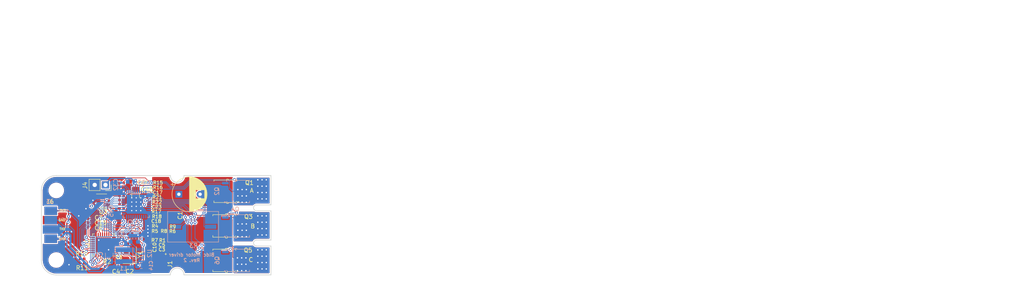
<source format=kicad_pcb>
(kicad_pcb (version 20171130) (host pcbnew 5.1.6)

  (general
    (thickness 1.6)
    (drawings 41)
    (tracks 824)
    (zones 0)
    (modules 59)
    (nets 56)
  )

  (page USLetter)
  (title_block
    (title "Project Title")
  )

  (layers
    (0 F.Cu signal)
    (31 B.Cu signal)
    (34 B.Paste user)
    (35 F.Paste user)
    (36 B.SilkS user)
    (37 F.SilkS user)
    (38 B.Mask user)
    (39 F.Mask user)
    (40 Dwgs.User user)
    (44 Edge.Cuts user)
    (45 Margin user)
    (46 B.CrtYd user)
    (47 F.CrtYd user)
    (48 B.Fab user)
    (49 F.Fab user)
  )

  (setup
    (last_trace_width 0.1524)
    (user_trace_width 0.1524)
    (user_trace_width 0.2)
    (user_trace_width 0.25)
    (user_trace_width 0.3)
    (user_trace_width 0.5)
    (user_trace_width 0.75)
    (user_trace_width 1.25)
    (trace_clearance 0.1524)
    (zone_clearance 0.254)
    (zone_45_only yes)
    (trace_min 0.1524)
    (via_size 0.6858)
    (via_drill 0.3302)
    (via_min_size 0.6858)
    (via_min_drill 0.3302)
    (user_via 0.6858 0.3302)
    (user_via 0.762 0.4064)
    (user_via 0.8636 0.508)
    (uvia_size 0.6858)
    (uvia_drill 0.3302)
    (uvias_allowed no)
    (uvia_min_size 0)
    (uvia_min_drill 0)
    (edge_width 0.1524)
    (segment_width 0.1524)
    (pcb_text_width 0.1524)
    (pcb_text_size 1.016 1.016)
    (mod_edge_width 0.1524)
    (mod_text_size 1.016 1.016)
    (mod_text_width 0.1524)
    (pad_size 0.5 0.5)
    (pad_drill 0.3)
    (pad_to_mask_clearance 0.0508)
    (solder_mask_min_width 0.1016)
    (pad_to_paste_clearance -0.0762)
    (aux_axis_origin 0 0)
    (visible_elements FFFFDF7D)
    (pcbplotparams
      (layerselection 0x310fc_ffffffff)
      (usegerberextensions true)
      (usegerberattributes false)
      (usegerberadvancedattributes false)
      (creategerberjobfile false)
      (excludeedgelayer true)
      (linewidth 0.100000)
      (plotframeref false)
      (viasonmask false)
      (mode 1)
      (useauxorigin false)
      (hpglpennumber 1)
      (hpglpenspeed 20)
      (hpglpendiameter 15.000000)
      (psnegative false)
      (psa4output false)
      (plotreference true)
      (plotvalue true)
      (plotinvisibletext false)
      (padsonsilk false)
      (subtractmaskfromsilk false)
      (outputformat 1)
      (mirror false)
      (drillshape 0)
      (scaleselection 1)
      (outputdirectory "bldc-driver-gerbers"))
  )

  (net 0 "")
  (net 1 GND)
  (net 2 /VDRAIN)
  (net 3 /A_ADC)
  (net 4 /C_ADC)
  (net 5 /B_ADC)
  (net 6 "Net-(C32-Pad2)")
  (net 7 "Net-(C32-Pad1)")
  (net 8 "Net-(C45-Pad1)")
  (net 9 /C)
  (net 10 /A)
  (net 11 /B)
  (net 12 /GHA)
  (net 13 /GLA)
  (net 14 /GHB)
  (net 15 /GLB)
  (net 16 /GHC)
  (net 17 /GLC)
  (net 18 /SOA)
  (net 19 /SNA)
  (net 20 /SPA)
  (net 21 /DRV_EN)
  (net 22 /DRV_nFAULT)
  (net 23 /INHA)
  (net 24 /INLA)
  (net 25 /INHB)
  (net 26 /INLB)
  (net 27 /INHC)
  (net 28 /INLC)
  (net 29 /VSOURCE)
  (net 30 /XTAL_P)
  (net 31 /XTAL_M)
  (net 32 /MCU_3V3)
  (net 33 /MCU_RSTN)
  (net 34 "Net-(C10-Pad1)")
  (net 35 "Net-(C13-Pad1)")
  (net 36 "Net-(C33-Pad1)")
  (net 37 /SWDIO)
  (net 38 /SWCLK)
  (net 39 "Net-(J6-Pad4)")
  (net 40 "Net-(J6-Pad3)")
  (net 41 "Net-(L1-Pad1)")
  (net 42 "Net-(R2-Pad1)")
  (net 43 /DRV_CAL)
  (net 44 /MCU_DRV_nCS)
  (net 45 /MCU_IF_RX)
  (net 46 /MCU_IF_TX)
  (net 47 /MCU_DRV_MISO)
  (net 48 /MCU_DRV_MOSI)
  (net 49 /MCU_DRV_CLK)
  (net 50 "Net-(U2-Pad6)")
  (net 51 "Net-(U2-Pad5)")
  (net 52 "Net-(U3-Pad1)")
  (net 53 "Net-(U4-Pad22)")
  (net 54 "Net-(U4-Pad21)")
  (net 55 "Net-(U1-Pad15)")

  (net_class Default "This is the default net class."
    (clearance 0.1524)
    (trace_width 0.1524)
    (via_dia 0.6858)
    (via_drill 0.3302)
    (uvia_dia 0.6858)
    (uvia_drill 0.3302)
    (add_net /A)
    (add_net /A_ADC)
    (add_net /B)
    (add_net /B_ADC)
    (add_net /C)
    (add_net /C_ADC)
    (add_net /DRV_CAL)
    (add_net /DRV_EN)
    (add_net /DRV_nFAULT)
    (add_net /GHA)
    (add_net /GHB)
    (add_net /GHC)
    (add_net /GLA)
    (add_net /GLB)
    (add_net /GLC)
    (add_net /INHA)
    (add_net /INHB)
    (add_net /INHC)
    (add_net /INLA)
    (add_net /INLB)
    (add_net /INLC)
    (add_net /MCU_3V3)
    (add_net /MCU_DRV_CLK)
    (add_net /MCU_DRV_MISO)
    (add_net /MCU_DRV_MOSI)
    (add_net /MCU_DRV_nCS)
    (add_net /MCU_IF_RX)
    (add_net /MCU_IF_TX)
    (add_net /MCU_RSTN)
    (add_net /SNA)
    (add_net /SOA)
    (add_net /SPA)
    (add_net /SWCLK)
    (add_net /SWDIO)
    (add_net /VDRAIN)
    (add_net /VSOURCE)
    (add_net /XTAL_M)
    (add_net /XTAL_P)
    (add_net GND)
    (add_net "Net-(C10-Pad1)")
    (add_net "Net-(C13-Pad1)")
    (add_net "Net-(C32-Pad1)")
    (add_net "Net-(C32-Pad2)")
    (add_net "Net-(C33-Pad1)")
    (add_net "Net-(C45-Pad1)")
    (add_net "Net-(J6-Pad3)")
    (add_net "Net-(J6-Pad4)")
    (add_net "Net-(L1-Pad1)")
    (add_net "Net-(R2-Pad1)")
    (add_net "Net-(U1-Pad15)")
    (add_net "Net-(U2-Pad5)")
    (add_net "Net-(U2-Pad6)")
    (add_net "Net-(U3-Pad1)")
    (add_net "Net-(U4-Pad21)")
    (add_net "Net-(U4-Pad22)")
  )

  (module Package_DFN_QFN:Texas_S-PVQFN-N40_EP3.52x2.62mm_ThermalVias (layer B.Cu) (tedit 5F41CFD3) (tstamp 5F0870DA)
    (at 47.35 106.75 270)
    (descr "QFN, 40 Pin (http://www.ti.com/lit/ds/symlink/drv8308.pdf#page=56 JEDEC MO-220 variation VJJD-2), generated with kicad-footprint-generator ipc_noLead_generator.py")
    (tags "QFN NoLead")
    (path /5FEC34C6)
    (attr smd)
    (fp_text reference U4 (at -0.05 -4.54 270) (layer B.SilkS)
      (effects (font (size 1 1) (thickness 0.15)) (justify mirror))
    )
    (fp_text value DRV8304S (at 0 -4.32 270) (layer B.Fab)
      (effects (font (size 1 1) (thickness 0.15)) (justify mirror))
    )
    (fp_line (start 2.635 3.11) (end 3.11 3.11) (layer B.SilkS) (width 0.12))
    (fp_line (start 3.11 3.11) (end 3.11 2.635) (layer B.SilkS) (width 0.12))
    (fp_line (start -2.635 -3.11) (end -3.11 -3.11) (layer B.SilkS) (width 0.12))
    (fp_line (start -3.11 -3.11) (end -3.11 -2.635) (layer B.SilkS) (width 0.12))
    (fp_line (start 2.635 -3.11) (end 3.11 -3.11) (layer B.SilkS) (width 0.12))
    (fp_line (start 3.11 -3.11) (end 3.11 -2.635) (layer B.SilkS) (width 0.12))
    (fp_line (start -2.635 3.11) (end -3.11 3.11) (layer B.SilkS) (width 0.12))
    (fp_line (start -2 3) (end 3 3) (layer B.Fab) (width 0.1))
    (fp_line (start 3 3) (end 3 -3) (layer B.Fab) (width 0.1))
    (fp_line (start 3 -3) (end -3 -3) (layer B.Fab) (width 0.1))
    (fp_line (start -3 -3) (end -3 2) (layer B.Fab) (width 0.1))
    (fp_line (start -3 2) (end -2 3) (layer B.Fab) (width 0.1))
    (fp_line (start -3.62 3.62) (end -3.62 -3.62) (layer B.CrtYd) (width 0.05))
    (fp_line (start -3.62 -3.62) (end 3.62 -3.62) (layer B.CrtYd) (width 0.05))
    (fp_line (start 3.62 -3.62) (end 3.62 3.62) (layer B.CrtYd) (width 0.05))
    (fp_line (start 3.62 3.62) (end -3.62 3.62) (layer B.CrtYd) (width 0.05))
    (fp_text user %R (at 0 0 270) (layer B.Fab)
      (effects (font (size 1 1) (thickness 0.15)) (justify mirror))
    )
    (pad "" smd roundrect (at 1.17 -0.655 270) (size 0.98 1.1) (layers B.Paste) (roundrect_rratio 0.25))
    (pad "" smd roundrect (at 1.17 0.655 270) (size 0.98 1.1) (layers B.Paste) (roundrect_rratio 0.25))
    (pad "" smd roundrect (at 0 -0.655 270) (size 0.98 1.1) (layers B.Paste) (roundrect_rratio 0.25))
    (pad "" smd roundrect (at 0 0.655 270) (size 0.98 1.1) (layers B.Paste) (roundrect_rratio 0.25))
    (pad "" smd roundrect (at -1.17 -0.655 270) (size 0.98 1.1) (layers B.Paste) (roundrect_rratio 0.25))
    (pad "" smd roundrect (at -1.17 0.655 270) (size 0.98 1.1) (layers B.Paste) (roundrect_rratio 0.25))
    (pad 41 smd rect (at 0 0 270) (size 3.52 2.62) (layers F.Cu)
      (net 1 GND))
    (pad 41 thru_hole circle (at 1.51 -1.06 270) (size 0.5 0.5) (drill 0.3) (layers *.Cu)
      (net 1 GND))
    (pad 41 thru_hole circle (at 0.503333 -1.06 270) (size 0.5 0.5) (drill 0.3) (layers *.Cu)
      (net 1 GND))
    (pad 41 thru_hole circle (at -0.503333 -1.06 270) (size 0.5 0.5) (drill 0.3) (layers *.Cu)
      (net 1 GND))
    (pad 41 thru_hole circle (at -1.51 -1.06 270) (size 0.5 0.5) (drill 0.3) (layers *.Cu)
      (net 1 GND))
    (pad 41 thru_hole circle (at 1.51 0 270) (size 0.5 0.5) (drill 0.3) (layers *.Cu)
      (net 1 GND))
    (pad 41 thru_hole circle (at 0.503333 0 270) (size 0.5 0.5) (drill 0.3) (layers *.Cu)
      (net 1 GND))
    (pad 41 thru_hole circle (at -0.503333 0 270) (size 0.5 0.5) (drill 0.3) (layers *.Cu)
      (net 1 GND))
    (pad 41 thru_hole circle (at -1.51 0 270) (size 0.5 0.5) (drill 0.3) (layers *.Cu)
      (net 1 GND))
    (pad 41 thru_hole circle (at 1.51 1.06 270) (size 0.5 0.5) (drill 0.3) (layers *.Cu)
      (net 1 GND))
    (pad 41 thru_hole circle (at 0.503333 1.06 270) (size 0.5 0.5) (drill 0.3) (layers *.Cu)
      (net 1 GND))
    (pad 41 thru_hole circle (at -0.503333 1.06 270) (size 0.5 0.5) (drill 0.3) (layers *.Cu)
      (net 1 GND))
    (pad 41 thru_hole circle (at -1.51 1.06 270) (size 0.5 0.5) (drill 0.3) (layers *.Cu)
      (net 1 GND))
    (pad 41 smd rect (at 0 0 270) (size 3.52 2.62) (layers B.Cu B.Mask)
      (net 1 GND))
    (pad 40 smd roundrect (at -2.25 2.9375 270) (size 0.25 0.875) (layers B.Cu B.Paste B.Mask) (roundrect_rratio 0.25)
      (net 1 GND))
    (pad 39 smd roundrect (at -1.75 2.9375 270) (size 0.25 0.875) (layers B.Cu B.Paste B.Mask) (roundrect_rratio 0.25)
      (net 28 /INLC))
    (pad 38 smd roundrect (at -1.25 2.9375 270) (size 0.25 0.875) (layers B.Cu B.Paste B.Mask) (roundrect_rratio 0.25)
      (net 27 /INHC))
    (pad 37 smd roundrect (at -0.75 2.9375 270) (size 0.25 0.875) (layers B.Cu B.Paste B.Mask) (roundrect_rratio 0.25)
      (net 26 /INLB))
    (pad 36 smd roundrect (at -0.25 2.9375 270) (size 0.25 0.875) (layers B.Cu B.Paste B.Mask) (roundrect_rratio 0.25)
      (net 25 /INHB))
    (pad 35 smd roundrect (at 0.25 2.9375 270) (size 0.25 0.875) (layers B.Cu B.Paste B.Mask) (roundrect_rratio 0.25)
      (net 24 /INLA))
    (pad 34 smd roundrect (at 0.75 2.9375 270) (size 0.25 0.875) (layers B.Cu B.Paste B.Mask) (roundrect_rratio 0.25)
      (net 23 /INHA))
    (pad 33 smd roundrect (at 1.25 2.9375 270) (size 0.25 0.875) (layers B.Cu B.Paste B.Mask) (roundrect_rratio 0.25)
      (net 8 "Net-(C45-Pad1)"))
    (pad 32 smd roundrect (at 1.75 2.9375 270) (size 0.25 0.875) (layers B.Cu B.Paste B.Mask) (roundrect_rratio 0.25)
      (net 1 GND))
    (pad 31 smd roundrect (at 2.25 2.9375 270) (size 0.25 0.875) (layers B.Cu B.Paste B.Mask) (roundrect_rratio 0.25)
      (net 43 /DRV_CAL))
    (pad 30 smd roundrect (at 2.9375 2.25 270) (size 0.875 0.25) (layers B.Cu B.Paste B.Mask) (roundrect_rratio 0.25)
      (net 21 /DRV_EN))
    (pad 29 smd roundrect (at 2.9375 1.75 270) (size 0.875 0.25) (layers B.Cu B.Paste B.Mask) (roundrect_rratio 0.25)
      (net 44 /MCU_DRV_nCS))
    (pad 28 smd roundrect (at 2.9375 1.25 270) (size 0.875 0.25) (layers B.Cu B.Paste B.Mask) (roundrect_rratio 0.25)
      (net 49 /MCU_DRV_CLK))
    (pad 27 smd roundrect (at 2.9375 0.75 270) (size 0.875 0.25) (layers B.Cu B.Paste B.Mask) (roundrect_rratio 0.25)
      (net 48 /MCU_DRV_MOSI))
    (pad 26 smd roundrect (at 2.9375 0.25 270) (size 0.875 0.25) (layers B.Cu B.Paste B.Mask) (roundrect_rratio 0.25)
      (net 47 /MCU_DRV_MISO))
    (pad 25 smd roundrect (at 2.9375 -0.25 270) (size 0.875 0.25) (layers B.Cu B.Paste B.Mask) (roundrect_rratio 0.25)
      (net 22 /DRV_nFAULT))
    (pad 24 smd roundrect (at 2.9375 -0.75 270) (size 0.875 0.25) (layers B.Cu B.Paste B.Mask) (roundrect_rratio 0.25)
      (net 32 /MCU_3V3))
    (pad 23 smd roundrect (at 2.9375 -1.25 270) (size 0.875 0.25) (layers B.Cu B.Paste B.Mask) (roundrect_rratio 0.25)
      (net 18 /SOA))
    (pad 22 smd roundrect (at 2.9375 -1.75 270) (size 0.875 0.25) (layers B.Cu B.Paste B.Mask) (roundrect_rratio 0.25)
      (net 53 "Net-(U4-Pad22)"))
    (pad 21 smd roundrect (at 2.9375 -2.25 270) (size 0.875 0.25) (layers B.Cu B.Paste B.Mask) (roundrect_rratio 0.25)
      (net 54 "Net-(U4-Pad21)"))
    (pad 20 smd roundrect (at 2.25 -2.9375 270) (size 0.25 0.875) (layers B.Cu B.Paste B.Mask) (roundrect_rratio 0.25)
      (net 1 GND))
    (pad 19 smd roundrect (at 1.75 -2.9375 270) (size 0.25 0.875) (layers B.Cu B.Paste B.Mask) (roundrect_rratio 0.25)
      (net 1 GND))
    (pad 18 smd roundrect (at 1.25 -2.9375 270) (size 0.25 0.875) (layers B.Cu B.Paste B.Mask) (roundrect_rratio 0.25)
      (net 17 /GLC))
    (pad 17 smd roundrect (at 0.75 -2.9375 270) (size 0.25 0.875) (layers B.Cu B.Paste B.Mask) (roundrect_rratio 0.25)
      (net 9 /C))
    (pad 16 smd roundrect (at 0.25 -2.9375 270) (size 0.25 0.875) (layers B.Cu B.Paste B.Mask) (roundrect_rratio 0.25)
      (net 16 /GHC))
    (pad 15 smd roundrect (at -0.25 -2.9375 270) (size 0.25 0.875) (layers B.Cu B.Paste B.Mask) (roundrect_rratio 0.25)
      (net 14 /GHB))
    (pad 14 smd roundrect (at -0.75 -2.9375 270) (size 0.25 0.875) (layers B.Cu B.Paste B.Mask) (roundrect_rratio 0.25)
      (net 11 /B))
    (pad 13 smd roundrect (at -1.25 -2.9375 270) (size 0.25 0.875) (layers B.Cu B.Paste B.Mask) (roundrect_rratio 0.25)
      (net 15 /GLB))
    (pad 12 smd roundrect (at -1.75 -2.9375 270) (size 0.25 0.875) (layers B.Cu B.Paste B.Mask) (roundrect_rratio 0.25)
      (net 1 GND))
    (pad 11 smd roundrect (at -2.25 -2.9375 270) (size 0.25 0.875) (layers B.Cu B.Paste B.Mask) (roundrect_rratio 0.25)
      (net 1 GND))
    (pad 10 smd roundrect (at -2.9375 -2.25 270) (size 0.875 0.25) (layers B.Cu B.Paste B.Mask) (roundrect_rratio 0.25)
      (net 19 /SNA))
    (pad 9 smd roundrect (at -2.9375 -1.75 270) (size 0.875 0.25) (layers B.Cu B.Paste B.Mask) (roundrect_rratio 0.25)
      (net 20 /SPA))
    (pad 8 smd roundrect (at -2.9375 -1.25 270) (size 0.875 0.25) (layers B.Cu B.Paste B.Mask) (roundrect_rratio 0.25)
      (net 13 /GLA))
    (pad 7 smd roundrect (at -2.9375 -0.75 270) (size 0.875 0.25) (layers B.Cu B.Paste B.Mask) (roundrect_rratio 0.25)
      (net 10 /A))
    (pad 6 smd roundrect (at -2.9375 -0.25 270) (size 0.875 0.25) (layers B.Cu B.Paste B.Mask) (roundrect_rratio 0.25)
      (net 12 /GHA))
    (pad 5 smd roundrect (at -2.9375 0.25 270) (size 0.875 0.25) (layers B.Cu B.Paste B.Mask) (roundrect_rratio 0.25)
      (net 2 /VDRAIN))
    (pad 4 smd roundrect (at -2.9375 0.75 270) (size 0.875 0.25) (layers B.Cu B.Paste B.Mask) (roundrect_rratio 0.25)
      (net 2 /VDRAIN))
    (pad 3 smd roundrect (at -2.9375 1.25 270) (size 0.875 0.25) (layers B.Cu B.Paste B.Mask) (roundrect_rratio 0.25)
      (net 36 "Net-(C33-Pad1)"))
    (pad 2 smd roundrect (at -2.9375 1.75 270) (size 0.875 0.25) (layers B.Cu B.Paste B.Mask) (roundrect_rratio 0.25)
      (net 7 "Net-(C32-Pad1)"))
    (pad 1 smd roundrect (at -2.9375 2.25 270) (size 0.875 0.25) (layers B.Cu B.Paste B.Mask) (roundrect_rratio 0.25)
      (net 6 "Net-(C32-Pad2)"))
    (model ${KISYS3DMOD}/Package_DFN_QFN.3dshapes/Texas_S-PVQFN-N40_EP3.52x2.62mm.wrl
      (at (xyz 0 0 0))
      (scale (xyz 1 1 1))
      (rotate (xyz 0 0 0))
    )
    (model ${KIPRJMOD}/bldc-parts.pretty/RHA0040E.stp
      (at (xyz 0 0 0))
      (scale (xyz 1 1 1))
      (rotate (xyz 0 0 0))
    )
  )

  (module bldc-parts:Infineon_PG-TDSON-8-33 (layer B.Cu) (tedit 5F1C7D72) (tstamp 5F08E1F7)
    (at 71.35 119.95 90)
    (path /5DE8AE13)
    (fp_text reference Q6 (at -0.05 -4.925 90) (layer B.SilkS)
      (effects (font (size 1 1) (thickness 0.15)) (justify mirror))
    )
    (fp_text value IPC90N04S5L3R3ATMA1 (at 0 0.5 270) (layer B.Fab)
      (effects (font (size 1 1) (thickness 0.15)) (justify mirror))
    )
    (fp_poly (pts (xy 0.1 2.24) (xy 0.1 0.74) (xy 1.6 0.74) (xy 1.6 2.24)) (layer B.Paste) (width 0.1))
    (fp_poly (pts (xy -1.6 2.24) (xy -1.6 0.74) (xy -0.1 0.74) (xy -0.1 2.24)) (layer B.Paste) (width 0.1))
    (fp_poly (pts (xy -1.6 0.54) (xy -1.6 -0.96) (xy -0.1 -0.96) (xy -0.1 0.54)) (layer B.Paste) (width 0.1))
    (fp_poly (pts (xy 0.1 0.54) (xy 0.1 -0.96) (xy 1.6 -0.96) (xy 1.6 0.54)) (layer B.Paste) (width 0.1))
    (fp_poly (pts (xy -2.155 -2.87) (xy -2.155 -3.72) (xy -1.655 -3.72) (xy -1.655 -2.87)) (layer B.Paste) (width 0.1))
    (fp_poly (pts (xy -0.885 -2.87) (xy -0.885 -3.72) (xy -0.385 -3.72) (xy -0.385 -2.87)) (layer B.Paste) (width 0.1))
    (fp_poly (pts (xy 0.385 -2.87) (xy 0.385 -3.72) (xy 0.885 -3.72) (xy 0.885 -2.87)) (layer B.Paste) (width 0.1))
    (fp_poly (pts (xy -2.165 -2.25) (xy -2.165 -2.75) (xy -1.315 -2.75) (xy -1.315 -2.25)) (layer B.Paste) (width 0.1))
    (fp_poly (pts (xy 0.035 -2.25) (xy 0.035 -2.75) (xy 0.885 -2.75) (xy 0.885 -2.25)) (layer B.Paste) (width 0.1))
    (fp_poly (pts (xy -1.065 -2.25) (xy -1.065 -2.75) (xy -0.215 -2.75) (xy -0.215 -2.25)) (layer B.Paste) (width 0.1))
    (fp_poly (pts (xy 1.655 -2.52) (xy 1.655 -3.72) (xy 2.155 -3.72) (xy 2.155 -2.52)) (layer B.Paste) (width 0.1))
    (fp_poly (pts (xy 1.655 3.72) (xy 1.655 2.52) (xy 2.155 2.52) (xy 2.155 3.72)) (layer B.Paste) (width 0.1))
    (fp_poly (pts (xy 0.385 3.72) (xy 0.385 2.52) (xy 0.885 2.52) (xy 0.885 3.72)) (layer B.Paste) (width 0.1))
    (fp_poly (pts (xy -0.885 3.72) (xy -0.885 2.52) (xy -0.385 2.52) (xy -0.385 3.72)) (layer B.Paste) (width 0.1))
    (fp_poly (pts (xy -2.155 3.72) (xy -2.155 2.52) (xy -1.655 2.52) (xy -1.655 3.72)) (layer B.Paste) (width 0.1))
    (fp_line (start -3 -4) (end -3 4) (layer B.CrtYd) (width 0.12))
    (fp_line (start 3 -4) (end -3 -4) (layer B.CrtYd) (width 0.12))
    (fp_line (start 3 4) (end 3 -4) (layer B.CrtYd) (width 0.12))
    (fp_line (start -3 4) (end 3 4) (layer B.CrtYd) (width 0.12))
    (fp_line (start -2.9 -3.3) (end -2.9 3.9) (layer B.Fab) (width 0.12))
    (fp_line (start -2.3 -3.9) (end -2.9 -3.3) (layer B.Fab) (width 0.12))
    (fp_line (start 2.9 -3.9) (end -2.3 -3.9) (layer B.Fab) (width 0.12))
    (fp_line (start 2.9 3.9) (end 2.9 -3.9) (layer B.Fab) (width 0.12))
    (fp_line (start -2.9 3.9) (end 2.9 3.9) (layer B.Fab) (width 0.12))
    (fp_line (start 2.6 -0.3) (end 2.6 2.7) (layer B.SilkS) (width 0.12))
    (fp_line (start -2.7 -0.3) (end -2.7 2.7) (layer B.SilkS) (width 0.12))
    (fp_line (start -2.9 -0.7) (end -2.7 -0.7) (layer B.SilkS) (width 0.12))
    (fp_line (start -2.9 -0.3) (end -2.9 -0.7) (layer B.SilkS) (width 0.12))
    (fp_line (start -2.7 -0.3) (end -2.9 -0.3) (layer B.SilkS) (width 0.12))
    (fp_line (start 2.8 -0.7) (end 2.6 -0.7) (layer B.SilkS) (width 0.12))
    (fp_line (start 2.8 -0.3) (end 2.8 -0.7) (layer B.SilkS) (width 0.12))
    (fp_line (start 2.6 -0.3) (end 2.8 -0.3) (layer B.SilkS) (width 0.12))
    (fp_line (start 2.6 2.7) (end 2.3 2.7) (layer B.SilkS) (width 0.12))
    (fp_line (start 2.3 -2.7) (end 2.6 -2.7) (layer B.SilkS) (width 0.12))
    (fp_line (start 2.6 -0.7) (end 2.6 -2.7) (layer B.SilkS) (width 0.12))
    (fp_line (start -2.7 -2.4) (end -2.4 -2.7) (layer B.SilkS) (width 0.12))
    (fp_line (start -2.7 -0.7) (end -2.7 -2.4) (layer B.SilkS) (width 0.12))
    (fp_line (start -2.3 2.7) (end -2.7 2.7) (layer B.SilkS) (width 0.12))
    (fp_circle (center -2.6 -3.1) (end -2.458579 -3.1) (layer B.SilkS) (width 0.12))
    (pad 1 smd rect (at -0.635 -2.5275 90) (size 3.14 0.615) (layers B.Cu B.Mask)
      (net 29 /VSOURCE))
    (pad 5 smd rect (at 0 0.6475 90) (size 4.41 3.55) (layers B.Cu B.Mask)
      (net 9 /C))
    (pad 5 smd rect (at 1.905 3.095 90) (size 0.6 1.35) (layers B.Cu B.Mask)
      (net 9 /C))
    (pad 8 smd rect (at -1.905 3.095 90) (size 0.6 1.35) (layers B.Cu B.Mask)
      (net 9 /C))
    (pad 7 smd rect (at -0.635 3.095 90) (size 0.6 1.35) (layers B.Cu B.Mask)
      (net 9 /C))
    (pad 1 smd rect (at -1.905 -2.995 90) (size 0.6 1.55) (layers B.Cu B.Mask)
      (net 29 /VSOURCE))
    (pad 4 smd rect (at 1.905 -2.995 90) (size 0.6 1.55) (layers B.Cu B.Mask)
      (net 17 /GLC))
    (pad 2 smd rect (at -0.635 -2.995 90) (size 0.6 1.55) (layers B.Cu B.Mask)
      (net 29 /VSOURCE))
    (pad 3 smd rect (at 0.635 -2.995 90) (size 0.6 1.55) (layers B.Cu B.Mask)
      (net 29 /VSOURCE))
    (pad 6 smd rect (at 0.635 3.095 90) (size 0.6 1.35) (layers B.Cu B.Mask)
      (net 9 /C))
    (model ${KIPRJMOD}/bldc-parts.pretty/Infineon-STP_PG-TDSON-8-33-P-v01_00-EN.stp
      (at (xyz 0 0 0))
      (scale (xyz 1 1 1))
      (rotate (xyz 0 0 0))
    )
  )

  (module bldc-parts:Infineon_PG-TDSON-8-33 (layer F.Cu) (tedit 5F1C7D72) (tstamp 5F086CE6)
    (at 68.106 119.95 90)
    (path /5DE89DC8)
    (fp_text reference Q5 (at 2.35 5.594 180) (layer F.SilkS)
      (effects (font (size 1 1) (thickness 0.15)))
    )
    (fp_text value IPC90N04S5L3R3ATMA1 (at 0 -0.5 90) (layer F.Fab)
      (effects (font (size 1 1) (thickness 0.15)))
    )
    (fp_poly (pts (xy 0.1 -2.24) (xy 0.1 -0.74) (xy 1.6 -0.74) (xy 1.6 -2.24)) (layer F.Paste) (width 0.1))
    (fp_poly (pts (xy -1.6 -2.24) (xy -1.6 -0.74) (xy -0.1 -0.74) (xy -0.1 -2.24)) (layer F.Paste) (width 0.1))
    (fp_poly (pts (xy -1.6 -0.54) (xy -1.6 0.96) (xy -0.1 0.96) (xy -0.1 -0.54)) (layer F.Paste) (width 0.1))
    (fp_poly (pts (xy 0.1 -0.54) (xy 0.1 0.96) (xy 1.6 0.96) (xy 1.6 -0.54)) (layer F.Paste) (width 0.1))
    (fp_poly (pts (xy -2.155 2.87) (xy -2.155 3.72) (xy -1.655 3.72) (xy -1.655 2.87)) (layer F.Paste) (width 0.1))
    (fp_poly (pts (xy -0.885 2.87) (xy -0.885 3.72) (xy -0.385 3.72) (xy -0.385 2.87)) (layer F.Paste) (width 0.1))
    (fp_poly (pts (xy 0.385 2.87) (xy 0.385 3.72) (xy 0.885 3.72) (xy 0.885 2.87)) (layer F.Paste) (width 0.1))
    (fp_poly (pts (xy -2.165 2.25) (xy -2.165 2.75) (xy -1.315 2.75) (xy -1.315 2.25)) (layer F.Paste) (width 0.1))
    (fp_poly (pts (xy 0.035 2.25) (xy 0.035 2.75) (xy 0.885 2.75) (xy 0.885 2.25)) (layer F.Paste) (width 0.1))
    (fp_poly (pts (xy -1.065 2.25) (xy -1.065 2.75) (xy -0.215 2.75) (xy -0.215 2.25)) (layer F.Paste) (width 0.1))
    (fp_poly (pts (xy 1.655 2.52) (xy 1.655 3.72) (xy 2.155 3.72) (xy 2.155 2.52)) (layer F.Paste) (width 0.1))
    (fp_poly (pts (xy 1.655 -3.72) (xy 1.655 -2.52) (xy 2.155 -2.52) (xy 2.155 -3.72)) (layer F.Paste) (width 0.1))
    (fp_poly (pts (xy 0.385 -3.72) (xy 0.385 -2.52) (xy 0.885 -2.52) (xy 0.885 -3.72)) (layer F.Paste) (width 0.1))
    (fp_poly (pts (xy -0.885 -3.72) (xy -0.885 -2.52) (xy -0.385 -2.52) (xy -0.385 -3.72)) (layer F.Paste) (width 0.1))
    (fp_poly (pts (xy -2.155 -3.72) (xy -2.155 -2.52) (xy -1.655 -2.52) (xy -1.655 -3.72)) (layer F.Paste) (width 0.1))
    (fp_line (start -3 4) (end -3 -4) (layer F.CrtYd) (width 0.12))
    (fp_line (start 3 4) (end -3 4) (layer F.CrtYd) (width 0.12))
    (fp_line (start 3 -4) (end 3 4) (layer F.CrtYd) (width 0.12))
    (fp_line (start -3 -4) (end 3 -4) (layer F.CrtYd) (width 0.12))
    (fp_line (start -2.9 3.3) (end -2.9 -3.9) (layer F.Fab) (width 0.12))
    (fp_line (start -2.3 3.9) (end -2.9 3.3) (layer F.Fab) (width 0.12))
    (fp_line (start 2.9 3.9) (end -2.3 3.9) (layer F.Fab) (width 0.12))
    (fp_line (start 2.9 -3.9) (end 2.9 3.9) (layer F.Fab) (width 0.12))
    (fp_line (start -2.9 -3.9) (end 2.9 -3.9) (layer F.Fab) (width 0.12))
    (fp_line (start 2.6 0.3) (end 2.6 -2.7) (layer F.SilkS) (width 0.12))
    (fp_line (start -2.7 0.3) (end -2.7 -2.7) (layer F.SilkS) (width 0.12))
    (fp_line (start -2.9 0.7) (end -2.7 0.7) (layer F.SilkS) (width 0.12))
    (fp_line (start -2.9 0.3) (end -2.9 0.7) (layer F.SilkS) (width 0.12))
    (fp_line (start -2.7 0.3) (end -2.9 0.3) (layer F.SilkS) (width 0.12))
    (fp_line (start 2.8 0.7) (end 2.6 0.7) (layer F.SilkS) (width 0.12))
    (fp_line (start 2.8 0.3) (end 2.8 0.7) (layer F.SilkS) (width 0.12))
    (fp_line (start 2.6 0.3) (end 2.8 0.3) (layer F.SilkS) (width 0.12))
    (fp_line (start 2.6 -2.7) (end 2.3 -2.7) (layer F.SilkS) (width 0.12))
    (fp_line (start 2.3 2.7) (end 2.6 2.7) (layer F.SilkS) (width 0.12))
    (fp_line (start 2.6 0.7) (end 2.6 2.7) (layer F.SilkS) (width 0.12))
    (fp_line (start -2.7 2.4) (end -2.4 2.7) (layer F.SilkS) (width 0.12))
    (fp_line (start -2.7 0.7) (end -2.7 2.4) (layer F.SilkS) (width 0.12))
    (fp_line (start -2.3 -2.7) (end -2.7 -2.7) (layer F.SilkS) (width 0.12))
    (fp_circle (center -2.6 3.1) (end -2.458579 3.1) (layer F.SilkS) (width 0.12))
    (pad 1 smd rect (at -0.635 2.5275 90) (size 3.14 0.615) (layers F.Cu F.Mask)
      (net 9 /C))
    (pad 5 smd rect (at 0 -0.6475 90) (size 4.41 3.55) (layers F.Cu F.Mask)
      (net 2 /VDRAIN))
    (pad 5 smd rect (at 1.905 -3.095 90) (size 0.6 1.35) (layers F.Cu F.Mask)
      (net 2 /VDRAIN))
    (pad 8 smd rect (at -1.905 -3.095 90) (size 0.6 1.35) (layers F.Cu F.Mask)
      (net 2 /VDRAIN))
    (pad 7 smd rect (at -0.635 -3.095 90) (size 0.6 1.35) (layers F.Cu F.Mask)
      (net 2 /VDRAIN))
    (pad 1 smd rect (at -1.905 2.995 90) (size 0.6 1.55) (layers F.Cu F.Mask)
      (net 9 /C))
    (pad 4 smd rect (at 1.905 2.995 90) (size 0.6 1.55) (layers F.Cu F.Mask)
      (net 16 /GHC))
    (pad 2 smd rect (at -0.635 2.995 90) (size 0.6 1.55) (layers F.Cu F.Mask)
      (net 9 /C))
    (pad 3 smd rect (at 0.635 2.995 90) (size 0.6 1.55) (layers F.Cu F.Mask)
      (net 9 /C))
    (pad 6 smd rect (at 0.635 -3.095 90) (size 0.6 1.35) (layers F.Cu F.Mask)
      (net 2 /VDRAIN))
    (model ${KIPRJMOD}/bldc-parts.pretty/Infineon-STP_PG-TDSON-8-33-P-v01_00-EN.stp
      (at (xyz 0 0 0))
      (scale (xyz 1 1 1))
      (rotate (xyz 0 0 0))
    )
  )

  (module bldc-parts:Infineon_PG-TDSON-8-33 (layer B.Cu) (tedit 5F1C7D72) (tstamp 5F084254)
    (at 71.35 111.812 90)
    (path /5DE892AF)
    (fp_text reference Q4 (at 3.887 -0.7 180) (layer B.SilkS)
      (effects (font (size 1 1) (thickness 0.15)) (justify mirror))
    )
    (fp_text value IPC90N04S5L3R3ATMA1 (at 0 0.5 90) (layer B.Fab)
      (effects (font (size 1 1) (thickness 0.15)) (justify mirror))
    )
    (fp_poly (pts (xy 0.1 2.24) (xy 0.1 0.74) (xy 1.6 0.74) (xy 1.6 2.24)) (layer B.Paste) (width 0.1))
    (fp_poly (pts (xy -1.6 2.24) (xy -1.6 0.74) (xy -0.1 0.74) (xy -0.1 2.24)) (layer B.Paste) (width 0.1))
    (fp_poly (pts (xy -1.6 0.54) (xy -1.6 -0.96) (xy -0.1 -0.96) (xy -0.1 0.54)) (layer B.Paste) (width 0.1))
    (fp_poly (pts (xy 0.1 0.54) (xy 0.1 -0.96) (xy 1.6 -0.96) (xy 1.6 0.54)) (layer B.Paste) (width 0.1))
    (fp_poly (pts (xy -2.155 -2.87) (xy -2.155 -3.72) (xy -1.655 -3.72) (xy -1.655 -2.87)) (layer B.Paste) (width 0.1))
    (fp_poly (pts (xy -0.885 -2.87) (xy -0.885 -3.72) (xy -0.385 -3.72) (xy -0.385 -2.87)) (layer B.Paste) (width 0.1))
    (fp_poly (pts (xy 0.385 -2.87) (xy 0.385 -3.72) (xy 0.885 -3.72) (xy 0.885 -2.87)) (layer B.Paste) (width 0.1))
    (fp_poly (pts (xy -2.165 -2.25) (xy -2.165 -2.75) (xy -1.315 -2.75) (xy -1.315 -2.25)) (layer B.Paste) (width 0.1))
    (fp_poly (pts (xy 0.035 -2.25) (xy 0.035 -2.75) (xy 0.885 -2.75) (xy 0.885 -2.25)) (layer B.Paste) (width 0.1))
    (fp_poly (pts (xy -1.065 -2.25) (xy -1.065 -2.75) (xy -0.215 -2.75) (xy -0.215 -2.25)) (layer B.Paste) (width 0.1))
    (fp_poly (pts (xy 1.655 -2.52) (xy 1.655 -3.72) (xy 2.155 -3.72) (xy 2.155 -2.52)) (layer B.Paste) (width 0.1))
    (fp_poly (pts (xy 1.655 3.72) (xy 1.655 2.52) (xy 2.155 2.52) (xy 2.155 3.72)) (layer B.Paste) (width 0.1))
    (fp_poly (pts (xy 0.385 3.72) (xy 0.385 2.52) (xy 0.885 2.52) (xy 0.885 3.72)) (layer B.Paste) (width 0.1))
    (fp_poly (pts (xy -0.885 3.72) (xy -0.885 2.52) (xy -0.385 2.52) (xy -0.385 3.72)) (layer B.Paste) (width 0.1))
    (fp_poly (pts (xy -2.155 3.72) (xy -2.155 2.52) (xy -1.655 2.52) (xy -1.655 3.72)) (layer B.Paste) (width 0.1))
    (fp_line (start -3 -4) (end -3 4) (layer B.CrtYd) (width 0.12))
    (fp_line (start 3 -4) (end -3 -4) (layer B.CrtYd) (width 0.12))
    (fp_line (start 3 4) (end 3 -4) (layer B.CrtYd) (width 0.12))
    (fp_line (start -3 4) (end 3 4) (layer B.CrtYd) (width 0.12))
    (fp_line (start -2.9 -3.3) (end -2.9 3.9) (layer B.Fab) (width 0.12))
    (fp_line (start -2.3 -3.9) (end -2.9 -3.3) (layer B.Fab) (width 0.12))
    (fp_line (start 2.9 -3.9) (end -2.3 -3.9) (layer B.Fab) (width 0.12))
    (fp_line (start 2.9 3.9) (end 2.9 -3.9) (layer B.Fab) (width 0.12))
    (fp_line (start -2.9 3.9) (end 2.9 3.9) (layer B.Fab) (width 0.12))
    (fp_line (start 2.6 -0.3) (end 2.6 2.7) (layer B.SilkS) (width 0.12))
    (fp_line (start -2.7 -0.3) (end -2.7 2.7) (layer B.SilkS) (width 0.12))
    (fp_line (start -2.9 -0.7) (end -2.7 -0.7) (layer B.SilkS) (width 0.12))
    (fp_line (start -2.9 -0.3) (end -2.9 -0.7) (layer B.SilkS) (width 0.12))
    (fp_line (start -2.7 -0.3) (end -2.9 -0.3) (layer B.SilkS) (width 0.12))
    (fp_line (start 2.8 -0.7) (end 2.6 -0.7) (layer B.SilkS) (width 0.12))
    (fp_line (start 2.8 -0.3) (end 2.8 -0.7) (layer B.SilkS) (width 0.12))
    (fp_line (start 2.6 -0.3) (end 2.8 -0.3) (layer B.SilkS) (width 0.12))
    (fp_line (start 2.6 2.7) (end 2.3 2.7) (layer B.SilkS) (width 0.12))
    (fp_line (start 2.3 -2.7) (end 2.6 -2.7) (layer B.SilkS) (width 0.12))
    (fp_line (start 2.6 -0.7) (end 2.6 -2.7) (layer B.SilkS) (width 0.12))
    (fp_line (start -2.7 -2.4) (end -2.4 -2.7) (layer B.SilkS) (width 0.12))
    (fp_line (start -2.7 -0.7) (end -2.7 -2.4) (layer B.SilkS) (width 0.12))
    (fp_line (start -2.3 2.7) (end -2.7 2.7) (layer B.SilkS) (width 0.12))
    (fp_circle (center -2.6 -3.1) (end -2.458579 -3.1) (layer B.SilkS) (width 0.12))
    (pad 1 smd rect (at -0.635 -2.5275 90) (size 3.14 0.615) (layers B.Cu B.Mask)
      (net 29 /VSOURCE))
    (pad 5 smd rect (at 0 0.6475 90) (size 4.41 3.55) (layers B.Cu B.Mask)
      (net 11 /B))
    (pad 5 smd rect (at 1.905 3.095 90) (size 0.6 1.35) (layers B.Cu B.Mask)
      (net 11 /B))
    (pad 8 smd rect (at -1.905 3.095 90) (size 0.6 1.35) (layers B.Cu B.Mask)
      (net 11 /B))
    (pad 7 smd rect (at -0.635 3.095 90) (size 0.6 1.35) (layers B.Cu B.Mask)
      (net 11 /B))
    (pad 1 smd rect (at -1.905 -2.995 90) (size 0.6 1.55) (layers B.Cu B.Mask)
      (net 29 /VSOURCE))
    (pad 4 smd rect (at 1.905 -2.995 90) (size 0.6 1.55) (layers B.Cu B.Mask)
      (net 15 /GLB))
    (pad 2 smd rect (at -0.635 -2.995 90) (size 0.6 1.55) (layers B.Cu B.Mask)
      (net 29 /VSOURCE))
    (pad 3 smd rect (at 0.635 -2.995 90) (size 0.6 1.55) (layers B.Cu B.Mask)
      (net 29 /VSOURCE))
    (pad 6 smd rect (at 0.635 3.095 90) (size 0.6 1.35) (layers B.Cu B.Mask)
      (net 11 /B))
    (model ${KIPRJMOD}/bldc-parts.pretty/Infineon-STP_PG-TDSON-8-33-P-v01_00-EN.stp
      (at (xyz 0 0 0))
      (scale (xyz 1 1 1))
      (rotate (xyz 0 0 0))
    )
  )

  (module bldc-parts:Infineon_PG-TDSON-8-33 (layer F.Cu) (tedit 5F1C7D72) (tstamp 5F08421F)
    (at 68.106 111.812 90)
    (path /5DE87C22)
    (fp_text reference Q3 (at 2.112 5.694 180) (layer F.SilkS)
      (effects (font (size 1 1) (thickness 0.15)))
    )
    (fp_text value IPC90N04S5L3R3ATMA1 (at 0 -0.5 90) (layer F.Fab)
      (effects (font (size 1 1) (thickness 0.15)))
    )
    (fp_poly (pts (xy 0.1 -2.24) (xy 0.1 -0.74) (xy 1.6 -0.74) (xy 1.6 -2.24)) (layer F.Paste) (width 0.1))
    (fp_poly (pts (xy -1.6 -2.24) (xy -1.6 -0.74) (xy -0.1 -0.74) (xy -0.1 -2.24)) (layer F.Paste) (width 0.1))
    (fp_poly (pts (xy -1.6 -0.54) (xy -1.6 0.96) (xy -0.1 0.96) (xy -0.1 -0.54)) (layer F.Paste) (width 0.1))
    (fp_poly (pts (xy 0.1 -0.54) (xy 0.1 0.96) (xy 1.6 0.96) (xy 1.6 -0.54)) (layer F.Paste) (width 0.1))
    (fp_poly (pts (xy -2.155 2.87) (xy -2.155 3.72) (xy -1.655 3.72) (xy -1.655 2.87)) (layer F.Paste) (width 0.1))
    (fp_poly (pts (xy -0.885 2.87) (xy -0.885 3.72) (xy -0.385 3.72) (xy -0.385 2.87)) (layer F.Paste) (width 0.1))
    (fp_poly (pts (xy 0.385 2.87) (xy 0.385 3.72) (xy 0.885 3.72) (xy 0.885 2.87)) (layer F.Paste) (width 0.1))
    (fp_poly (pts (xy -2.165 2.25) (xy -2.165 2.75) (xy -1.315 2.75) (xy -1.315 2.25)) (layer F.Paste) (width 0.1))
    (fp_poly (pts (xy 0.035 2.25) (xy 0.035 2.75) (xy 0.885 2.75) (xy 0.885 2.25)) (layer F.Paste) (width 0.1))
    (fp_poly (pts (xy -1.065 2.25) (xy -1.065 2.75) (xy -0.215 2.75) (xy -0.215 2.25)) (layer F.Paste) (width 0.1))
    (fp_poly (pts (xy 1.655 2.52) (xy 1.655 3.72) (xy 2.155 3.72) (xy 2.155 2.52)) (layer F.Paste) (width 0.1))
    (fp_poly (pts (xy 1.655 -3.72) (xy 1.655 -2.52) (xy 2.155 -2.52) (xy 2.155 -3.72)) (layer F.Paste) (width 0.1))
    (fp_poly (pts (xy 0.385 -3.72) (xy 0.385 -2.52) (xy 0.885 -2.52) (xy 0.885 -3.72)) (layer F.Paste) (width 0.1))
    (fp_poly (pts (xy -0.885 -3.72) (xy -0.885 -2.52) (xy -0.385 -2.52) (xy -0.385 -3.72)) (layer F.Paste) (width 0.1))
    (fp_poly (pts (xy -2.155 -3.72) (xy -2.155 -2.52) (xy -1.655 -2.52) (xy -1.655 -3.72)) (layer F.Paste) (width 0.1))
    (fp_line (start -3 4) (end -3 -4) (layer F.CrtYd) (width 0.12))
    (fp_line (start 3 4) (end -3 4) (layer F.CrtYd) (width 0.12))
    (fp_line (start 3 -4) (end 3 4) (layer F.CrtYd) (width 0.12))
    (fp_line (start -3 -4) (end 3 -4) (layer F.CrtYd) (width 0.12))
    (fp_line (start -2.9 3.3) (end -2.9 -3.9) (layer F.Fab) (width 0.12))
    (fp_line (start -2.3 3.9) (end -2.9 3.3) (layer F.Fab) (width 0.12))
    (fp_line (start 2.9 3.9) (end -2.3 3.9) (layer F.Fab) (width 0.12))
    (fp_line (start 2.9 -3.9) (end 2.9 3.9) (layer F.Fab) (width 0.12))
    (fp_line (start -2.9 -3.9) (end 2.9 -3.9) (layer F.Fab) (width 0.12))
    (fp_line (start 2.6 0.3) (end 2.6 -2.7) (layer F.SilkS) (width 0.12))
    (fp_line (start -2.7 0.3) (end -2.7 -2.7) (layer F.SilkS) (width 0.12))
    (fp_line (start -2.9 0.7) (end -2.7 0.7) (layer F.SilkS) (width 0.12))
    (fp_line (start -2.9 0.3) (end -2.9 0.7) (layer F.SilkS) (width 0.12))
    (fp_line (start -2.7 0.3) (end -2.9 0.3) (layer F.SilkS) (width 0.12))
    (fp_line (start 2.8 0.7) (end 2.6 0.7) (layer F.SilkS) (width 0.12))
    (fp_line (start 2.8 0.3) (end 2.8 0.7) (layer F.SilkS) (width 0.12))
    (fp_line (start 2.6 0.3) (end 2.8 0.3) (layer F.SilkS) (width 0.12))
    (fp_line (start 2.6 -2.7) (end 2.3 -2.7) (layer F.SilkS) (width 0.12))
    (fp_line (start 2.3 2.7) (end 2.6 2.7) (layer F.SilkS) (width 0.12))
    (fp_line (start 2.6 0.7) (end 2.6 2.7) (layer F.SilkS) (width 0.12))
    (fp_line (start -2.7 2.4) (end -2.4 2.7) (layer F.SilkS) (width 0.12))
    (fp_line (start -2.7 0.7) (end -2.7 2.4) (layer F.SilkS) (width 0.12))
    (fp_line (start -2.3 -2.7) (end -2.7 -2.7) (layer F.SilkS) (width 0.12))
    (fp_circle (center -2.6 3.1) (end -2.458579 3.1) (layer F.SilkS) (width 0.12))
    (pad 1 smd rect (at -0.635 2.5275 90) (size 3.14 0.615) (layers F.Cu F.Mask)
      (net 11 /B))
    (pad 5 smd rect (at 0 -0.6475 90) (size 4.41 3.55) (layers F.Cu F.Mask)
      (net 2 /VDRAIN))
    (pad 5 smd rect (at 1.905 -3.095 90) (size 0.6 1.35) (layers F.Cu F.Mask)
      (net 2 /VDRAIN))
    (pad 8 smd rect (at -1.905 -3.095 90) (size 0.6 1.35) (layers F.Cu F.Mask)
      (net 2 /VDRAIN))
    (pad 7 smd rect (at -0.635 -3.095 90) (size 0.6 1.35) (layers F.Cu F.Mask)
      (net 2 /VDRAIN))
    (pad 1 smd rect (at -1.905 2.995 90) (size 0.6 1.55) (layers F.Cu F.Mask)
      (net 11 /B))
    (pad 4 smd rect (at 1.905 2.995 90) (size 0.6 1.55) (layers F.Cu F.Mask)
      (net 14 /GHB))
    (pad 2 smd rect (at -0.635 2.995 90) (size 0.6 1.55) (layers F.Cu F.Mask)
      (net 11 /B))
    (pad 3 smd rect (at 0.635 2.995 90) (size 0.6 1.55) (layers F.Cu F.Mask)
      (net 11 /B))
    (pad 6 smd rect (at 0.635 -3.095 90) (size 0.6 1.35) (layers F.Cu F.Mask)
      (net 2 /VDRAIN))
    (model ${KIPRJMOD}/bldc-parts.pretty/Infineon-STP_PG-TDSON-8-33-P-v01_00-EN.stp
      (at (xyz 0 0 0))
      (scale (xyz 1 1 1))
      (rotate (xyz 0 0 0))
    )
  )

  (module bldc-parts:Infineon_PG-TDSON-8-33 (layer B.Cu) (tedit 5F1C7D72) (tstamp 5F0841EA)
    (at 71.35 103.7 90)
    (path /5DE86A1D)
    (fp_text reference Q2 (at 0 -5 270) (layer B.SilkS)
      (effects (font (size 1 1) (thickness 0.15)) (justify mirror))
    )
    (fp_text value IPC90N04S5L3R3ATMA1 (at 0 0.5 270) (layer B.Fab)
      (effects (font (size 1 1) (thickness 0.15)) (justify mirror))
    )
    (fp_poly (pts (xy 0.1 2.24) (xy 0.1 0.74) (xy 1.6 0.74) (xy 1.6 2.24)) (layer B.Paste) (width 0.1))
    (fp_poly (pts (xy -1.6 2.24) (xy -1.6 0.74) (xy -0.1 0.74) (xy -0.1 2.24)) (layer B.Paste) (width 0.1))
    (fp_poly (pts (xy -1.6 0.54) (xy -1.6 -0.96) (xy -0.1 -0.96) (xy -0.1 0.54)) (layer B.Paste) (width 0.1))
    (fp_poly (pts (xy 0.1 0.54) (xy 0.1 -0.96) (xy 1.6 -0.96) (xy 1.6 0.54)) (layer B.Paste) (width 0.1))
    (fp_poly (pts (xy -2.155 -2.87) (xy -2.155 -3.72) (xy -1.655 -3.72) (xy -1.655 -2.87)) (layer B.Paste) (width 0.1))
    (fp_poly (pts (xy -0.885 -2.87) (xy -0.885 -3.72) (xy -0.385 -3.72) (xy -0.385 -2.87)) (layer B.Paste) (width 0.1))
    (fp_poly (pts (xy 0.385 -2.87) (xy 0.385 -3.72) (xy 0.885 -3.72) (xy 0.885 -2.87)) (layer B.Paste) (width 0.1))
    (fp_poly (pts (xy -2.165 -2.25) (xy -2.165 -2.75) (xy -1.315 -2.75) (xy -1.315 -2.25)) (layer B.Paste) (width 0.1))
    (fp_poly (pts (xy 0.035 -2.25) (xy 0.035 -2.75) (xy 0.885 -2.75) (xy 0.885 -2.25)) (layer B.Paste) (width 0.1))
    (fp_poly (pts (xy -1.065 -2.25) (xy -1.065 -2.75) (xy -0.215 -2.75) (xy -0.215 -2.25)) (layer B.Paste) (width 0.1))
    (fp_poly (pts (xy 1.655 -2.52) (xy 1.655 -3.72) (xy 2.155 -3.72) (xy 2.155 -2.52)) (layer B.Paste) (width 0.1))
    (fp_poly (pts (xy 1.655 3.72) (xy 1.655 2.52) (xy 2.155 2.52) (xy 2.155 3.72)) (layer B.Paste) (width 0.1))
    (fp_poly (pts (xy 0.385 3.72) (xy 0.385 2.52) (xy 0.885 2.52) (xy 0.885 3.72)) (layer B.Paste) (width 0.1))
    (fp_poly (pts (xy -0.885 3.72) (xy -0.885 2.52) (xy -0.385 2.52) (xy -0.385 3.72)) (layer B.Paste) (width 0.1))
    (fp_poly (pts (xy -2.155 3.72) (xy -2.155 2.52) (xy -1.655 2.52) (xy -1.655 3.72)) (layer B.Paste) (width 0.1))
    (fp_line (start -3 -4) (end -3 4) (layer B.CrtYd) (width 0.12))
    (fp_line (start 3 -4) (end -3 -4) (layer B.CrtYd) (width 0.12))
    (fp_line (start 3 4) (end 3 -4) (layer B.CrtYd) (width 0.12))
    (fp_line (start -3 4) (end 3 4) (layer B.CrtYd) (width 0.12))
    (fp_line (start -2.9 -3.3) (end -2.9 3.9) (layer B.Fab) (width 0.12))
    (fp_line (start -2.3 -3.9) (end -2.9 -3.3) (layer B.Fab) (width 0.12))
    (fp_line (start 2.9 -3.9) (end -2.3 -3.9) (layer B.Fab) (width 0.12))
    (fp_line (start 2.9 3.9) (end 2.9 -3.9) (layer B.Fab) (width 0.12))
    (fp_line (start -2.9 3.9) (end 2.9 3.9) (layer B.Fab) (width 0.12))
    (fp_line (start 2.6 -0.3) (end 2.6 2.7) (layer B.SilkS) (width 0.12))
    (fp_line (start -2.7 -0.3) (end -2.7 2.7) (layer B.SilkS) (width 0.12))
    (fp_line (start -2.9 -0.7) (end -2.7 -0.7) (layer B.SilkS) (width 0.12))
    (fp_line (start -2.9 -0.3) (end -2.9 -0.7) (layer B.SilkS) (width 0.12))
    (fp_line (start -2.7 -0.3) (end -2.9 -0.3) (layer B.SilkS) (width 0.12))
    (fp_line (start 2.8 -0.7) (end 2.6 -0.7) (layer B.SilkS) (width 0.12))
    (fp_line (start 2.8 -0.3) (end 2.8 -0.7) (layer B.SilkS) (width 0.12))
    (fp_line (start 2.6 -0.3) (end 2.8 -0.3) (layer B.SilkS) (width 0.12))
    (fp_line (start 2.6 2.7) (end 2.3 2.7) (layer B.SilkS) (width 0.12))
    (fp_line (start 2.3 -2.7) (end 2.6 -2.7) (layer B.SilkS) (width 0.12))
    (fp_line (start 2.6 -0.7) (end 2.6 -2.7) (layer B.SilkS) (width 0.12))
    (fp_line (start -2.7 -2.4) (end -2.4 -2.7) (layer B.SilkS) (width 0.12))
    (fp_line (start -2.7 -0.7) (end -2.7 -2.4) (layer B.SilkS) (width 0.12))
    (fp_line (start -2.3 2.7) (end -2.7 2.7) (layer B.SilkS) (width 0.12))
    (fp_circle (center -2.6 -3.1) (end -2.458579 -3.1) (layer B.SilkS) (width 0.12))
    (pad 1 smd rect (at -0.635 -2.5275 90) (size 3.14 0.615) (layers B.Cu B.Mask)
      (net 29 /VSOURCE))
    (pad 5 smd rect (at 0 0.6475 90) (size 4.41 3.55) (layers B.Cu B.Mask)
      (net 10 /A))
    (pad 5 smd rect (at 1.905 3.095 90) (size 0.6 1.35) (layers B.Cu B.Mask)
      (net 10 /A))
    (pad 8 smd rect (at -1.905 3.095 90) (size 0.6 1.35) (layers B.Cu B.Mask)
      (net 10 /A))
    (pad 7 smd rect (at -0.635 3.095 90) (size 0.6 1.35) (layers B.Cu B.Mask)
      (net 10 /A))
    (pad 1 smd rect (at -1.905 -2.995 90) (size 0.6 1.55) (layers B.Cu B.Mask)
      (net 29 /VSOURCE))
    (pad 4 smd rect (at 1.905 -2.995 90) (size 0.6 1.55) (layers B.Cu B.Mask)
      (net 13 /GLA))
    (pad 2 smd rect (at -0.635 -2.995 90) (size 0.6 1.55) (layers B.Cu B.Mask)
      (net 29 /VSOURCE))
    (pad 3 smd rect (at 0.635 -2.995 90) (size 0.6 1.55) (layers B.Cu B.Mask)
      (net 29 /VSOURCE))
    (pad 6 smd rect (at 0.635 3.095 90) (size 0.6 1.35) (layers B.Cu B.Mask)
      (net 10 /A))
    (model ${KIPRJMOD}/bldc-parts.pretty/Infineon-STP_PG-TDSON-8-33-P-v01_00-EN.stp
      (at (xyz 0 0 0))
      (scale (xyz 1 1 1))
      (rotate (xyz 0 0 0))
    )
  )

  (module bldc-parts:Infineon_PG-TDSON-8-33 (layer F.Cu) (tedit 5F1C7D72) (tstamp 5F0841B5)
    (at 68.36 103.65 90)
    (path /5DE85513)
    (fp_text reference Q1 (at 1.95 5.64 180) (layer F.SilkS)
      (effects (font (size 1 1) (thickness 0.15)))
    )
    (fp_text value IPC90N04S5L3R3ATMA1 (at 0 -0.5 90) (layer F.Fab)
      (effects (font (size 1 1) (thickness 0.15)))
    )
    (fp_poly (pts (xy 0.1 -2.24) (xy 0.1 -0.74) (xy 1.6 -0.74) (xy 1.6 -2.24)) (layer F.Paste) (width 0.1))
    (fp_poly (pts (xy -1.6 -2.24) (xy -1.6 -0.74) (xy -0.1 -0.74) (xy -0.1 -2.24)) (layer F.Paste) (width 0.1))
    (fp_poly (pts (xy -1.6 -0.54) (xy -1.6 0.96) (xy -0.1 0.96) (xy -0.1 -0.54)) (layer F.Paste) (width 0.1))
    (fp_poly (pts (xy 0.1 -0.54) (xy 0.1 0.96) (xy 1.6 0.96) (xy 1.6 -0.54)) (layer F.Paste) (width 0.1))
    (fp_poly (pts (xy -2.155 2.87) (xy -2.155 3.72) (xy -1.655 3.72) (xy -1.655 2.87)) (layer F.Paste) (width 0.1))
    (fp_poly (pts (xy -0.885 2.87) (xy -0.885 3.72) (xy -0.385 3.72) (xy -0.385 2.87)) (layer F.Paste) (width 0.1))
    (fp_poly (pts (xy 0.385 2.87) (xy 0.385 3.72) (xy 0.885 3.72) (xy 0.885 2.87)) (layer F.Paste) (width 0.1))
    (fp_poly (pts (xy -2.165 2.25) (xy -2.165 2.75) (xy -1.315 2.75) (xy -1.315 2.25)) (layer F.Paste) (width 0.1))
    (fp_poly (pts (xy 0.035 2.25) (xy 0.035 2.75) (xy 0.885 2.75) (xy 0.885 2.25)) (layer F.Paste) (width 0.1))
    (fp_poly (pts (xy -1.065 2.25) (xy -1.065 2.75) (xy -0.215 2.75) (xy -0.215 2.25)) (layer F.Paste) (width 0.1))
    (fp_poly (pts (xy 1.655 2.52) (xy 1.655 3.72) (xy 2.155 3.72) (xy 2.155 2.52)) (layer F.Paste) (width 0.1))
    (fp_poly (pts (xy 1.655 -3.72) (xy 1.655 -2.52) (xy 2.155 -2.52) (xy 2.155 -3.72)) (layer F.Paste) (width 0.1))
    (fp_poly (pts (xy 0.385 -3.72) (xy 0.385 -2.52) (xy 0.885 -2.52) (xy 0.885 -3.72)) (layer F.Paste) (width 0.1))
    (fp_poly (pts (xy -0.885 -3.72) (xy -0.885 -2.52) (xy -0.385 -2.52) (xy -0.385 -3.72)) (layer F.Paste) (width 0.1))
    (fp_poly (pts (xy -2.155 -3.72) (xy -2.155 -2.52) (xy -1.655 -2.52) (xy -1.655 -3.72)) (layer F.Paste) (width 0.1))
    (fp_line (start -3 4) (end -3 -4) (layer F.CrtYd) (width 0.12))
    (fp_line (start 3 4) (end -3 4) (layer F.CrtYd) (width 0.12))
    (fp_line (start 3 -4) (end 3 4) (layer F.CrtYd) (width 0.12))
    (fp_line (start -3 -4) (end 3 -4) (layer F.CrtYd) (width 0.12))
    (fp_line (start -2.9 3.3) (end -2.9 -3.9) (layer F.Fab) (width 0.12))
    (fp_line (start -2.3 3.9) (end -2.9 3.3) (layer F.Fab) (width 0.12))
    (fp_line (start 2.9 3.9) (end -2.3 3.9) (layer F.Fab) (width 0.12))
    (fp_line (start 2.9 -3.9) (end 2.9 3.9) (layer F.Fab) (width 0.12))
    (fp_line (start -2.9 -3.9) (end 2.9 -3.9) (layer F.Fab) (width 0.12))
    (fp_line (start 2.6 0.3) (end 2.6 -2.7) (layer F.SilkS) (width 0.12))
    (fp_line (start -2.7 0.3) (end -2.7 -2.7) (layer F.SilkS) (width 0.12))
    (fp_line (start -2.9 0.7) (end -2.7 0.7) (layer F.SilkS) (width 0.12))
    (fp_line (start -2.9 0.3) (end -2.9 0.7) (layer F.SilkS) (width 0.12))
    (fp_line (start -2.7 0.3) (end -2.9 0.3) (layer F.SilkS) (width 0.12))
    (fp_line (start 2.8 0.7) (end 2.6 0.7) (layer F.SilkS) (width 0.12))
    (fp_line (start 2.8 0.3) (end 2.8 0.7) (layer F.SilkS) (width 0.12))
    (fp_line (start 2.6 0.3) (end 2.8 0.3) (layer F.SilkS) (width 0.12))
    (fp_line (start 2.6 -2.7) (end 2.3 -2.7) (layer F.SilkS) (width 0.12))
    (fp_line (start 2.3 2.7) (end 2.6 2.7) (layer F.SilkS) (width 0.12))
    (fp_line (start 2.6 0.7) (end 2.6 2.7) (layer F.SilkS) (width 0.12))
    (fp_line (start -2.7 2.4) (end -2.4 2.7) (layer F.SilkS) (width 0.12))
    (fp_line (start -2.7 0.7) (end -2.7 2.4) (layer F.SilkS) (width 0.12))
    (fp_line (start -2.3 -2.7) (end -2.7 -2.7) (layer F.SilkS) (width 0.12))
    (fp_circle (center -2.6 3.1) (end -2.458579 3.1) (layer F.SilkS) (width 0.12))
    (pad 1 smd rect (at -0.635 2.5275 90) (size 3.14 0.615) (layers F.Cu F.Mask)
      (net 10 /A))
    (pad 5 smd rect (at 0 -0.6475 90) (size 4.41 3.55) (layers F.Cu F.Mask)
      (net 2 /VDRAIN))
    (pad 5 smd rect (at 1.905 -3.095 90) (size 0.6 1.35) (layers F.Cu F.Mask)
      (net 2 /VDRAIN))
    (pad 8 smd rect (at -1.905 -3.095 90) (size 0.6 1.35) (layers F.Cu F.Mask)
      (net 2 /VDRAIN))
    (pad 7 smd rect (at -0.635 -3.095 90) (size 0.6 1.35) (layers F.Cu F.Mask)
      (net 2 /VDRAIN))
    (pad 1 smd rect (at -1.905 2.995 90) (size 0.6 1.55) (layers F.Cu F.Mask)
      (net 10 /A))
    (pad 4 smd rect (at 1.905 2.995 90) (size 0.6 1.55) (layers F.Cu F.Mask)
      (net 12 /GHA))
    (pad 2 smd rect (at -0.635 2.995 90) (size 0.6 1.55) (layers F.Cu F.Mask)
      (net 10 /A))
    (pad 3 smd rect (at 0.635 2.995 90) (size 0.6 1.55) (layers F.Cu F.Mask)
      (net 10 /A))
    (pad 6 smd rect (at 0.635 -3.095 90) (size 0.6 1.35) (layers F.Cu F.Mask)
      (net 2 /VDRAIN))
    (model ${KIPRJMOD}/bldc-parts.pretty/Infineon-STP_PG-TDSON-8-33-P-v01_00-EN.stp
      (at (xyz 0 0 0))
      (scale (xyz 1 1 1))
      (rotate (xyz 0 0 0))
    )
  )

  (module bldc-parts:Battery_Connector (layer F.Cu) (tedit 5F1C2DC6) (tstamp 5F0840FC)
    (at 53.3 120.9)
    (path /5DCAD005)
    (fp_text reference J1 (at 2 0 90) (layer F.SilkS)
      (effects (font (size 1 1) (thickness 0.15)))
    )
    (fp_text value Conn_01x02 (at 0 -0.5) (layer F.Fab)
      (effects (font (size 1 1) (thickness 0.15)))
    )
    (fp_line (start 1 -2.6) (end 1 -2.2) (layer F.SilkS) (width 0.12))
    (fp_line (start 0.8 -2.4) (end 1.2 -2.4) (layer F.SilkS) (width 0.12))
    (pad 1 smd rect (at 0 0) (size 2.5 4) (layers F.Cu F.Mask)
      (net 2 /VDRAIN))
    (pad 2 smd rect (at 0 0) (size 2.5 4) (layers B.Cu B.Mask)
      (net 1 GND))
  )

  (module Capacitor_THT:CP_Radial_D8.0mm_P5.00mm (layer F.Cu) (tedit 5AE50EF0) (tstamp 5F0BA08C)
    (at 57.4 104.4)
    (descr "CP, Radial series, Radial, pin pitch=5.00mm, , diameter=8mm, Electrolytic Capacitor")
    (tags "CP Radial series Radial pin pitch 5.00mm  diameter 8mm Electrolytic Capacitor")
    (path /5DCA154B)
    (fp_text reference C1 (at 0.3 5 90) (layer F.SilkS)
      (effects (font (size 1 1) (thickness 0.15)))
    )
    (fp_text value "470 uF 63V" (at 2.5 5.25) (layer F.Fab)
      (effects (font (size 1 1) (thickness 0.15)))
    )
    (fp_circle (center 2.5 0) (end 6.5 0) (layer F.Fab) (width 0.1))
    (fp_circle (center 2.5 0) (end 6.62 0) (layer F.SilkS) (width 0.12))
    (fp_circle (center 2.5 0) (end 6.75 0) (layer F.CrtYd) (width 0.05))
    (fp_line (start -0.926759 -1.7475) (end -0.126759 -1.7475) (layer F.Fab) (width 0.1))
    (fp_line (start -0.526759 -2.1475) (end -0.526759 -1.3475) (layer F.Fab) (width 0.1))
    (fp_line (start 2.5 -4.08) (end 2.5 4.08) (layer F.SilkS) (width 0.12))
    (fp_line (start 2.54 -4.08) (end 2.54 4.08) (layer F.SilkS) (width 0.12))
    (fp_line (start 2.58 -4.08) (end 2.58 4.08) (layer F.SilkS) (width 0.12))
    (fp_line (start 2.62 -4.079) (end 2.62 4.079) (layer F.SilkS) (width 0.12))
    (fp_line (start 2.66 -4.077) (end 2.66 4.077) (layer F.SilkS) (width 0.12))
    (fp_line (start 2.7 -4.076) (end 2.7 4.076) (layer F.SilkS) (width 0.12))
    (fp_line (start 2.74 -4.074) (end 2.74 4.074) (layer F.SilkS) (width 0.12))
    (fp_line (start 2.78 -4.071) (end 2.78 4.071) (layer F.SilkS) (width 0.12))
    (fp_line (start 2.82 -4.068) (end 2.82 4.068) (layer F.SilkS) (width 0.12))
    (fp_line (start 2.86 -4.065) (end 2.86 4.065) (layer F.SilkS) (width 0.12))
    (fp_line (start 2.9 -4.061) (end 2.9 4.061) (layer F.SilkS) (width 0.12))
    (fp_line (start 2.94 -4.057) (end 2.94 4.057) (layer F.SilkS) (width 0.12))
    (fp_line (start 2.98 -4.052) (end 2.98 4.052) (layer F.SilkS) (width 0.12))
    (fp_line (start 3.02 -4.048) (end 3.02 4.048) (layer F.SilkS) (width 0.12))
    (fp_line (start 3.06 -4.042) (end 3.06 4.042) (layer F.SilkS) (width 0.12))
    (fp_line (start 3.1 -4.037) (end 3.1 4.037) (layer F.SilkS) (width 0.12))
    (fp_line (start 3.14 -4.03) (end 3.14 4.03) (layer F.SilkS) (width 0.12))
    (fp_line (start 3.18 -4.024) (end 3.18 4.024) (layer F.SilkS) (width 0.12))
    (fp_line (start 3.221 -4.017) (end 3.221 4.017) (layer F.SilkS) (width 0.12))
    (fp_line (start 3.261 -4.01) (end 3.261 4.01) (layer F.SilkS) (width 0.12))
    (fp_line (start 3.301 -4.002) (end 3.301 4.002) (layer F.SilkS) (width 0.12))
    (fp_line (start 3.341 -3.994) (end 3.341 3.994) (layer F.SilkS) (width 0.12))
    (fp_line (start 3.381 -3.985) (end 3.381 3.985) (layer F.SilkS) (width 0.12))
    (fp_line (start 3.421 -3.976) (end 3.421 3.976) (layer F.SilkS) (width 0.12))
    (fp_line (start 3.461 -3.967) (end 3.461 3.967) (layer F.SilkS) (width 0.12))
    (fp_line (start 3.501 -3.957) (end 3.501 3.957) (layer F.SilkS) (width 0.12))
    (fp_line (start 3.541 -3.947) (end 3.541 3.947) (layer F.SilkS) (width 0.12))
    (fp_line (start 3.581 -3.936) (end 3.581 3.936) (layer F.SilkS) (width 0.12))
    (fp_line (start 3.621 -3.925) (end 3.621 3.925) (layer F.SilkS) (width 0.12))
    (fp_line (start 3.661 -3.914) (end 3.661 3.914) (layer F.SilkS) (width 0.12))
    (fp_line (start 3.701 -3.902) (end 3.701 3.902) (layer F.SilkS) (width 0.12))
    (fp_line (start 3.741 -3.889) (end 3.741 3.889) (layer F.SilkS) (width 0.12))
    (fp_line (start 3.781 -3.877) (end 3.781 3.877) (layer F.SilkS) (width 0.12))
    (fp_line (start 3.821 -3.863) (end 3.821 3.863) (layer F.SilkS) (width 0.12))
    (fp_line (start 3.861 -3.85) (end 3.861 3.85) (layer F.SilkS) (width 0.12))
    (fp_line (start 3.901 -3.835) (end 3.901 3.835) (layer F.SilkS) (width 0.12))
    (fp_line (start 3.941 -3.821) (end 3.941 3.821) (layer F.SilkS) (width 0.12))
    (fp_line (start 3.981 -3.805) (end 3.981 -1.04) (layer F.SilkS) (width 0.12))
    (fp_line (start 3.981 1.04) (end 3.981 3.805) (layer F.SilkS) (width 0.12))
    (fp_line (start 4.021 -3.79) (end 4.021 -1.04) (layer F.SilkS) (width 0.12))
    (fp_line (start 4.021 1.04) (end 4.021 3.79) (layer F.SilkS) (width 0.12))
    (fp_line (start 4.061 -3.774) (end 4.061 -1.04) (layer F.SilkS) (width 0.12))
    (fp_line (start 4.061 1.04) (end 4.061 3.774) (layer F.SilkS) (width 0.12))
    (fp_line (start 4.101 -3.757) (end 4.101 -1.04) (layer F.SilkS) (width 0.12))
    (fp_line (start 4.101 1.04) (end 4.101 3.757) (layer F.SilkS) (width 0.12))
    (fp_line (start 4.141 -3.74) (end 4.141 -1.04) (layer F.SilkS) (width 0.12))
    (fp_line (start 4.141 1.04) (end 4.141 3.74) (layer F.SilkS) (width 0.12))
    (fp_line (start 4.181 -3.722) (end 4.181 -1.04) (layer F.SilkS) (width 0.12))
    (fp_line (start 4.181 1.04) (end 4.181 3.722) (layer F.SilkS) (width 0.12))
    (fp_line (start 4.221 -3.704) (end 4.221 -1.04) (layer F.SilkS) (width 0.12))
    (fp_line (start 4.221 1.04) (end 4.221 3.704) (layer F.SilkS) (width 0.12))
    (fp_line (start 4.261 -3.686) (end 4.261 -1.04) (layer F.SilkS) (width 0.12))
    (fp_line (start 4.261 1.04) (end 4.261 3.686) (layer F.SilkS) (width 0.12))
    (fp_line (start 4.301 -3.666) (end 4.301 -1.04) (layer F.SilkS) (width 0.12))
    (fp_line (start 4.301 1.04) (end 4.301 3.666) (layer F.SilkS) (width 0.12))
    (fp_line (start 4.341 -3.647) (end 4.341 -1.04) (layer F.SilkS) (width 0.12))
    (fp_line (start 4.341 1.04) (end 4.341 3.647) (layer F.SilkS) (width 0.12))
    (fp_line (start 4.381 -3.627) (end 4.381 -1.04) (layer F.SilkS) (width 0.12))
    (fp_line (start 4.381 1.04) (end 4.381 3.627) (layer F.SilkS) (width 0.12))
    (fp_line (start 4.421 -3.606) (end 4.421 -1.04) (layer F.SilkS) (width 0.12))
    (fp_line (start 4.421 1.04) (end 4.421 3.606) (layer F.SilkS) (width 0.12))
    (fp_line (start 4.461 -3.584) (end 4.461 -1.04) (layer F.SilkS) (width 0.12))
    (fp_line (start 4.461 1.04) (end 4.461 3.584) (layer F.SilkS) (width 0.12))
    (fp_line (start 4.501 -3.562) (end 4.501 -1.04) (layer F.SilkS) (width 0.12))
    (fp_line (start 4.501 1.04) (end 4.501 3.562) (layer F.SilkS) (width 0.12))
    (fp_line (start 4.541 -3.54) (end 4.541 -1.04) (layer F.SilkS) (width 0.12))
    (fp_line (start 4.541 1.04) (end 4.541 3.54) (layer F.SilkS) (width 0.12))
    (fp_line (start 4.581 -3.517) (end 4.581 -1.04) (layer F.SilkS) (width 0.12))
    (fp_line (start 4.581 1.04) (end 4.581 3.517) (layer F.SilkS) (width 0.12))
    (fp_line (start 4.621 -3.493) (end 4.621 -1.04) (layer F.SilkS) (width 0.12))
    (fp_line (start 4.621 1.04) (end 4.621 3.493) (layer F.SilkS) (width 0.12))
    (fp_line (start 4.661 -3.469) (end 4.661 -1.04) (layer F.SilkS) (width 0.12))
    (fp_line (start 4.661 1.04) (end 4.661 3.469) (layer F.SilkS) (width 0.12))
    (fp_line (start 4.701 -3.444) (end 4.701 -1.04) (layer F.SilkS) (width 0.12))
    (fp_line (start 4.701 1.04) (end 4.701 3.444) (layer F.SilkS) (width 0.12))
    (fp_line (start 4.741 -3.418) (end 4.741 -1.04) (layer F.SilkS) (width 0.12))
    (fp_line (start 4.741 1.04) (end 4.741 3.418) (layer F.SilkS) (width 0.12))
    (fp_line (start 4.781 -3.392) (end 4.781 -1.04) (layer F.SilkS) (width 0.12))
    (fp_line (start 4.781 1.04) (end 4.781 3.392) (layer F.SilkS) (width 0.12))
    (fp_line (start 4.821 -3.365) (end 4.821 -1.04) (layer F.SilkS) (width 0.12))
    (fp_line (start 4.821 1.04) (end 4.821 3.365) (layer F.SilkS) (width 0.12))
    (fp_line (start 4.861 -3.338) (end 4.861 -1.04) (layer F.SilkS) (width 0.12))
    (fp_line (start 4.861 1.04) (end 4.861 3.338) (layer F.SilkS) (width 0.12))
    (fp_line (start 4.901 -3.309) (end 4.901 -1.04) (layer F.SilkS) (width 0.12))
    (fp_line (start 4.901 1.04) (end 4.901 3.309) (layer F.SilkS) (width 0.12))
    (fp_line (start 4.941 -3.28) (end 4.941 -1.04) (layer F.SilkS) (width 0.12))
    (fp_line (start 4.941 1.04) (end 4.941 3.28) (layer F.SilkS) (width 0.12))
    (fp_line (start 4.981 -3.25) (end 4.981 -1.04) (layer F.SilkS) (width 0.12))
    (fp_line (start 4.981 1.04) (end 4.981 3.25) (layer F.SilkS) (width 0.12))
    (fp_line (start 5.021 -3.22) (end 5.021 -1.04) (layer F.SilkS) (width 0.12))
    (fp_line (start 5.021 1.04) (end 5.021 3.22) (layer F.SilkS) (width 0.12))
    (fp_line (start 5.061 -3.189) (end 5.061 -1.04) (layer F.SilkS) (width 0.12))
    (fp_line (start 5.061 1.04) (end 5.061 3.189) (layer F.SilkS) (width 0.12))
    (fp_line (start 5.101 -3.156) (end 5.101 -1.04) (layer F.SilkS) (width 0.12))
    (fp_line (start 5.101 1.04) (end 5.101 3.156) (layer F.SilkS) (width 0.12))
    (fp_line (start 5.141 -3.124) (end 5.141 -1.04) (layer F.SilkS) (width 0.12))
    (fp_line (start 5.141 1.04) (end 5.141 3.124) (layer F.SilkS) (width 0.12))
    (fp_line (start 5.181 -3.09) (end 5.181 -1.04) (layer F.SilkS) (width 0.12))
    (fp_line (start 5.181 1.04) (end 5.181 3.09) (layer F.SilkS) (width 0.12))
    (fp_line (start 5.221 -3.055) (end 5.221 -1.04) (layer F.SilkS) (width 0.12))
    (fp_line (start 5.221 1.04) (end 5.221 3.055) (layer F.SilkS) (width 0.12))
    (fp_line (start 5.261 -3.019) (end 5.261 -1.04) (layer F.SilkS) (width 0.12))
    (fp_line (start 5.261 1.04) (end 5.261 3.019) (layer F.SilkS) (width 0.12))
    (fp_line (start 5.301 -2.983) (end 5.301 -1.04) (layer F.SilkS) (width 0.12))
    (fp_line (start 5.301 1.04) (end 5.301 2.983) (layer F.SilkS) (width 0.12))
    (fp_line (start 5.341 -2.945) (end 5.341 -1.04) (layer F.SilkS) (width 0.12))
    (fp_line (start 5.341 1.04) (end 5.341 2.945) (layer F.SilkS) (width 0.12))
    (fp_line (start 5.381 -2.907) (end 5.381 -1.04) (layer F.SilkS) (width 0.12))
    (fp_line (start 5.381 1.04) (end 5.381 2.907) (layer F.SilkS) (width 0.12))
    (fp_line (start 5.421 -2.867) (end 5.421 -1.04) (layer F.SilkS) (width 0.12))
    (fp_line (start 5.421 1.04) (end 5.421 2.867) (layer F.SilkS) (width 0.12))
    (fp_line (start 5.461 -2.826) (end 5.461 -1.04) (layer F.SilkS) (width 0.12))
    (fp_line (start 5.461 1.04) (end 5.461 2.826) (layer F.SilkS) (width 0.12))
    (fp_line (start 5.501 -2.784) (end 5.501 -1.04) (layer F.SilkS) (width 0.12))
    (fp_line (start 5.501 1.04) (end 5.501 2.784) (layer F.SilkS) (width 0.12))
    (fp_line (start 5.541 -2.741) (end 5.541 -1.04) (layer F.SilkS) (width 0.12))
    (fp_line (start 5.541 1.04) (end 5.541 2.741) (layer F.SilkS) (width 0.12))
    (fp_line (start 5.581 -2.697) (end 5.581 -1.04) (layer F.SilkS) (width 0.12))
    (fp_line (start 5.581 1.04) (end 5.581 2.697) (layer F.SilkS) (width 0.12))
    (fp_line (start 5.621 -2.651) (end 5.621 -1.04) (layer F.SilkS) (width 0.12))
    (fp_line (start 5.621 1.04) (end 5.621 2.651) (layer F.SilkS) (width 0.12))
    (fp_line (start 5.661 -2.604) (end 5.661 -1.04) (layer F.SilkS) (width 0.12))
    (fp_line (start 5.661 1.04) (end 5.661 2.604) (layer F.SilkS) (width 0.12))
    (fp_line (start 5.701 -2.556) (end 5.701 -1.04) (layer F.SilkS) (width 0.12))
    (fp_line (start 5.701 1.04) (end 5.701 2.556) (layer F.SilkS) (width 0.12))
    (fp_line (start 5.741 -2.505) (end 5.741 -1.04) (layer F.SilkS) (width 0.12))
    (fp_line (start 5.741 1.04) (end 5.741 2.505) (layer F.SilkS) (width 0.12))
    (fp_line (start 5.781 -2.454) (end 5.781 -1.04) (layer F.SilkS) (width 0.12))
    (fp_line (start 5.781 1.04) (end 5.781 2.454) (layer F.SilkS) (width 0.12))
    (fp_line (start 5.821 -2.4) (end 5.821 -1.04) (layer F.SilkS) (width 0.12))
    (fp_line (start 5.821 1.04) (end 5.821 2.4) (layer F.SilkS) (width 0.12))
    (fp_line (start 5.861 -2.345) (end 5.861 -1.04) (layer F.SilkS) (width 0.12))
    (fp_line (start 5.861 1.04) (end 5.861 2.345) (layer F.SilkS) (width 0.12))
    (fp_line (start 5.901 -2.287) (end 5.901 -1.04) (layer F.SilkS) (width 0.12))
    (fp_line (start 5.901 1.04) (end 5.901 2.287) (layer F.SilkS) (width 0.12))
    (fp_line (start 5.941 -2.228) (end 5.941 -1.04) (layer F.SilkS) (width 0.12))
    (fp_line (start 5.941 1.04) (end 5.941 2.228) (layer F.SilkS) (width 0.12))
    (fp_line (start 5.981 -2.166) (end 5.981 -1.04) (layer F.SilkS) (width 0.12))
    (fp_line (start 5.981 1.04) (end 5.981 2.166) (layer F.SilkS) (width 0.12))
    (fp_line (start 6.021 -2.102) (end 6.021 -1.04) (layer F.SilkS) (width 0.12))
    (fp_line (start 6.021 1.04) (end 6.021 2.102) (layer F.SilkS) (width 0.12))
    (fp_line (start 6.061 -2.034) (end 6.061 2.034) (layer F.SilkS) (width 0.12))
    (fp_line (start 6.101 -1.964) (end 6.101 1.964) (layer F.SilkS) (width 0.12))
    (fp_line (start 6.141 -1.89) (end 6.141 1.89) (layer F.SilkS) (width 0.12))
    (fp_line (start 6.181 -1.813) (end 6.181 1.813) (layer F.SilkS) (width 0.12))
    (fp_line (start 6.221 -1.731) (end 6.221 1.731) (layer F.SilkS) (width 0.12))
    (fp_line (start 6.261 -1.645) (end 6.261 1.645) (layer F.SilkS) (width 0.12))
    (fp_line (start 6.301 -1.552) (end 6.301 1.552) (layer F.SilkS) (width 0.12))
    (fp_line (start 6.341 -1.453) (end 6.341 1.453) (layer F.SilkS) (width 0.12))
    (fp_line (start 6.381 -1.346) (end 6.381 1.346) (layer F.SilkS) (width 0.12))
    (fp_line (start 6.421 -1.229) (end 6.421 1.229) (layer F.SilkS) (width 0.12))
    (fp_line (start 6.461 -1.098) (end 6.461 1.098) (layer F.SilkS) (width 0.12))
    (fp_line (start 6.501 -0.948) (end 6.501 0.948) (layer F.SilkS) (width 0.12))
    (fp_line (start 6.541 -0.768) (end 6.541 0.768) (layer F.SilkS) (width 0.12))
    (fp_line (start 6.581 -0.533) (end 6.581 0.533) (layer F.SilkS) (width 0.12))
    (fp_line (start -1.909698 -2.315) (end -1.109698 -2.315) (layer F.SilkS) (width 0.12))
    (fp_line (start -1.509698 -2.715) (end -1.509698 -1.915) (layer F.SilkS) (width 0.12))
    (fp_text user %R (at 2.5 0) (layer F.Fab)
      (effects (font (size 1 1) (thickness 0.15)))
    )
    (pad 2 thru_hole circle (at 5 0) (size 1.6 1.6) (drill 0.8) (layers *.Cu *.Mask)
      (net 29 /VSOURCE))
    (pad 1 thru_hole rect (at 0 0) (size 1.6 1.6) (drill 0.8) (layers *.Cu *.Mask)
      (net 2 /VDRAIN))
    (model ${KISYS3DMOD}/Capacitor_THT.3dshapes/CP_Radial_D8.0mm_P5.00mm.wrl
      (at (xyz 0 0 0))
      (scale (xyz 1 1 1))
      (rotate (xyz 0 0 0))
    )
  )

  (module bldc-parts:Conn_01x04_2mm_3mm_2.2mmPitch (layer F.Cu) (tedit 5F0A21FE) (tstamp 5F084167)
    (at 27.2 111.6)
    (path /600F47F8)
    (fp_text reference J6 (at -0.14 -5.47) (layer F.SilkS)
      (effects (font (size 1 1) (thickness 0.15)))
    )
    (fp_text value Conn_01x04 (at 0 -0.5) (layer F.Fab)
      (effects (font (size 1 1) (thickness 0.15)))
    )
    (pad 3 smd rect (at 0 1.1) (size 3 2) (layers F.Cu F.Mask)
      (net 40 "Net-(J6-Pad3)"))
    (pad 4 smd rect (at 0 3.3) (size 3 2) (layers F.Cu F.Mask)
      (net 39 "Net-(J6-Pad4)"))
    (pad 2 smd rect (at 0 -1.1 180) (size 3 2) (layers F.Cu F.Mask)
      (net 1 GND))
    (pad 1 smd rect (at 0 -3.3 180) (size 3 2) (layers F.Cu F.Mask)
      (net 32 /MCU_3V3))
  )

  (module Resistor_SMD:R_0402_1005Metric (layer F.Cu) (tedit 5B301BBD) (tstamp 5F0ABC6D)
    (at 34.6 120.6 180)
    (descr "Resistor SMD 0402 (1005 Metric), square (rectangular) end terminal, IPC_7351 nominal, (Body size source: http://www.tortai-tech.com/upload/download/2011102023233369053.pdf), generated with kicad-footprint-generator")
    (tags resistor)
    (path /607B0DAC)
    (attr smd)
    (fp_text reference R11 (at 0 -1.17) (layer F.SilkS)
      (effects (font (size 1 1) (thickness 0.15)))
    )
    (fp_text value 100R (at 0 1.17) (layer F.Fab)
      (effects (font (size 1 1) (thickness 0.15)))
    )
    (fp_line (start -0.5 0.25) (end -0.5 -0.25) (layer F.Fab) (width 0.1))
    (fp_line (start -0.5 -0.25) (end 0.5 -0.25) (layer F.Fab) (width 0.1))
    (fp_line (start 0.5 -0.25) (end 0.5 0.25) (layer F.Fab) (width 0.1))
    (fp_line (start 0.5 0.25) (end -0.5 0.25) (layer F.Fab) (width 0.1))
    (fp_line (start -0.93 0.47) (end -0.93 -0.47) (layer F.CrtYd) (width 0.05))
    (fp_line (start -0.93 -0.47) (end 0.93 -0.47) (layer F.CrtYd) (width 0.05))
    (fp_line (start 0.93 -0.47) (end 0.93 0.47) (layer F.CrtYd) (width 0.05))
    (fp_line (start 0.93 0.47) (end -0.93 0.47) (layer F.CrtYd) (width 0.05))
    (fp_text user %R (at 0 0) (layer F.Fab)
      (effects (font (size 0.25 0.25) (thickness 0.04)))
    )
    (pad 2 smd roundrect (at 0.485 0 180) (size 0.59 0.64) (layers F.Cu F.Paste F.Mask) (roundrect_rratio 0.25)
      (net 39 "Net-(J6-Pad4)"))
    (pad 1 smd roundrect (at -0.485 0 180) (size 0.59 0.64) (layers F.Cu F.Paste F.Mask) (roundrect_rratio 0.25)
      (net 45 /MCU_IF_RX))
    (model ${KISYS3DMOD}/Resistor_SMD.3dshapes/R_0402_1005Metric.wrl
      (at (xyz 0 0 0))
      (scale (xyz 1 1 1))
      (rotate (xyz 0 0 0))
    )
  )

  (module Resistor_SMD:R_0402_1005Metric (layer F.Cu) (tedit 5B301BBD) (tstamp 5F0ABC5E)
    (at 34.6 119.6 180)
    (descr "Resistor SMD 0402 (1005 Metric), square (rectangular) end terminal, IPC_7351 nominal, (Body size source: http://www.tortai-tech.com/upload/download/2011102023233369053.pdf), generated with kicad-footprint-generator")
    (tags resistor)
    (path /607B083B)
    (attr smd)
    (fp_text reference R10 (at 0.1 1.2) (layer F.SilkS)
      (effects (font (size 1 1) (thickness 0.15)))
    )
    (fp_text value 100R (at 0 1.17) (layer F.Fab)
      (effects (font (size 1 1) (thickness 0.15)))
    )
    (fp_line (start -0.5 0.25) (end -0.5 -0.25) (layer F.Fab) (width 0.1))
    (fp_line (start -0.5 -0.25) (end 0.5 -0.25) (layer F.Fab) (width 0.1))
    (fp_line (start 0.5 -0.25) (end 0.5 0.25) (layer F.Fab) (width 0.1))
    (fp_line (start 0.5 0.25) (end -0.5 0.25) (layer F.Fab) (width 0.1))
    (fp_line (start -0.93 0.47) (end -0.93 -0.47) (layer F.CrtYd) (width 0.05))
    (fp_line (start -0.93 -0.47) (end 0.93 -0.47) (layer F.CrtYd) (width 0.05))
    (fp_line (start 0.93 -0.47) (end 0.93 0.47) (layer F.CrtYd) (width 0.05))
    (fp_line (start 0.93 0.47) (end -0.93 0.47) (layer F.CrtYd) (width 0.05))
    (fp_text user %R (at 0 0) (layer F.Fab)
      (effects (font (size 0.25 0.25) (thickness 0.04)))
    )
    (pad 2 smd roundrect (at 0.485 0 180) (size 0.59 0.64) (layers F.Cu F.Paste F.Mask) (roundrect_rratio 0.25)
      (net 40 "Net-(J6-Pad3)"))
    (pad 1 smd roundrect (at -0.485 0 180) (size 0.59 0.64) (layers F.Cu F.Paste F.Mask) (roundrect_rratio 0.25)
      (net 46 /MCU_IF_TX))
    (model ${KISYS3DMOD}/Resistor_SMD.3dshapes/R_0402_1005Metric.wrl
      (at (xyz 0 0 0))
      (scale (xyz 1 1 1))
      (rotate (xyz 0 0 0))
    )
  )

  (module bldc-parts:Conn_01x04_2mm_3mm_2.2mmPitch (layer B.Cu) (tedit 5F0A21FE) (tstamp 5F0A3A0B)
    (at 27.2 111.6)
    (path /5F56CCFD)
    (fp_text reference J3 (at -0.18 -5.46) (layer B.SilkS)
      (effects (font (size 1 1) (thickness 0.15)) (justify mirror))
    )
    (fp_text value Conn_02x02_Counter_Clockwise (at 0 0.5) (layer B.Fab)
      (effects (font (size 1 1) (thickness 0.15)) (justify mirror))
    )
    (pad 3 smd rect (at 0 -1.1) (size 3 2) (layers B.Cu B.Mask)
      (net 38 /SWCLK))
    (pad 4 smd rect (at 0 -3.3) (size 3 2) (layers B.Cu B.Mask)
      (net 37 /SWDIO))
    (pad 2 smd rect (at 0 1.1 180) (size 3 2) (layers B.Cu B.Mask)
      (net 1 GND))
    (pad 1 smd rect (at 0 3.3 180) (size 3 2) (layers B.Cu B.Mask)
      (net 33 /MCU_RSTN))
  )

  (module bldc-parts:Motor_Connector (layer F.Cu) (tedit 5F0A0813) (tstamp 5F084103)
    (at 77.25 111.75 180)
    (path /5E066743)
    (fp_text reference J2 (at 0 0.5) (layer F.SilkS) hide
      (effects (font (size 1 1) (thickness 0.15)))
    )
    (fp_text value Conn_01x03 (at 0 -0.5) (layer F.Fab)
      (effects (font (size 1 1) (thickness 0.15)))
    )
    (fp_text user Motor_Connector (at 3.6 0 90) (layer F.Fab)
      (effects (font (size 1 1) (thickness 0.15)))
    )
    (fp_text user REF** (at 0 0.5 180) (layer B.SilkS) hide
      (effects (font (size 1 1) (thickness 0.15)) (justify mirror))
    )
    (pad 2 smd rect (at 0 0) (size 3 5.4) (layers B.Cu B.Paste B.Mask)
      (net 11 /B))
    (pad 1 smd rect (at 0 8.2) (size 3 5.4) (layers B.Cu B.Paste B.Mask)
      (net 10 /A))
    (pad 3 smd rect (at 0 -8.2) (size 3 5.4) (layers B.Cu B.Paste B.Mask)
      (net 9 /C))
    (pad 3 smd rect (at 0 -8.2 180) (size 3 5.4) (layers F.Cu F.Paste F.Mask)
      (net 9 /C))
    (pad 1 smd rect (at 0 8.2 180) (size 3 5.4) (layers F.Cu F.Paste F.Mask)
      (net 10 /A))
    (pad 2 smd rect (at 0 0 180) (size 3 5.4) (layers F.Cu F.Paste F.Mask)
      (net 11 /B))
  )

  (module Resistor_SMD:R_0402_1005Metric (layer F.Cu) (tedit 5B301BBD) (tstamp 5F0A0BA9)
    (at 47.9 110.75 180)
    (descr "Resistor SMD 0402 (1005 Metric), square (rectangular) end terminal, IPC_7351 nominal, (Body size source: http://www.tortai-tech.com/upload/download/2011102023233369053.pdf), generated with kicad-footprint-generator")
    (tags resistor)
    (path /60648822)
    (attr smd)
    (fp_text reference R9 (at -8.025 -1.3) (layer F.SilkS)
      (effects (font (size 0.8 0.8) (thickness 0.15)))
    )
    (fp_text value 47kR (at 0 1.17) (layer F.Fab)
      (effects (font (size 1 1) (thickness 0.15)))
    )
    (fp_line (start -0.5 0.25) (end -0.5 -0.25) (layer F.Fab) (width 0.1))
    (fp_line (start -0.5 -0.25) (end 0.5 -0.25) (layer F.Fab) (width 0.1))
    (fp_line (start 0.5 -0.25) (end 0.5 0.25) (layer F.Fab) (width 0.1))
    (fp_line (start 0.5 0.25) (end -0.5 0.25) (layer F.Fab) (width 0.1))
    (fp_line (start -0.93 0.47) (end -0.93 -0.47) (layer F.CrtYd) (width 0.05))
    (fp_line (start -0.93 -0.47) (end 0.93 -0.47) (layer F.CrtYd) (width 0.05))
    (fp_line (start 0.93 -0.47) (end 0.93 0.47) (layer F.CrtYd) (width 0.05))
    (fp_line (start 0.93 0.47) (end -0.93 0.47) (layer F.CrtYd) (width 0.05))
    (fp_text user %R (at 0 0) (layer F.Fab)
      (effects (font (size 0.25 0.25) (thickness 0.04)))
    )
    (pad 2 smd roundrect (at 0.485 0 180) (size 0.59 0.64) (layers F.Cu F.Paste F.Mask) (roundrect_rratio 0.25)
      (net 47 /MCU_DRV_MISO))
    (pad 1 smd roundrect (at -0.485 0 180) (size 0.59 0.64) (layers F.Cu F.Paste F.Mask) (roundrect_rratio 0.25)
      (net 32 /MCU_3V3))
    (model ${KISYS3DMOD}/Resistor_SMD.3dshapes/R_0402_1005Metric.wrl
      (at (xyz 0 0 0))
      (scale (xyz 1 1 1))
      (rotate (xyz 0 0 0))
    )
  )

  (module Package_TO_SOT_SMD:SOT-23-6 (layer F.Cu) (tedit 5A02FF57) (tstamp 5F0844A1)
    (at 39.5 105.95)
    (descr "6-pin SOT-23 package")
    (tags SOT-23-6)
    (path /5FD3050A)
    (attr smd)
    (fp_text reference U3 (at 0.05 2.55) (layer F.SilkS)
      (effects (font (size 1 1) (thickness 0.15)))
    )
    (fp_text value D5V0F4U6SO (at 0 2.9) (layer F.Fab)
      (effects (font (size 1 1) (thickness 0.15)))
    )
    (fp_line (start -0.9 1.61) (end 0.9 1.61) (layer F.SilkS) (width 0.12))
    (fp_line (start 0.9 -1.61) (end -1.55 -1.61) (layer F.SilkS) (width 0.12))
    (fp_line (start 1.9 -1.8) (end -1.9 -1.8) (layer F.CrtYd) (width 0.05))
    (fp_line (start 1.9 1.8) (end 1.9 -1.8) (layer F.CrtYd) (width 0.05))
    (fp_line (start -1.9 1.8) (end 1.9 1.8) (layer F.CrtYd) (width 0.05))
    (fp_line (start -1.9 -1.8) (end -1.9 1.8) (layer F.CrtYd) (width 0.05))
    (fp_line (start -0.9 -0.9) (end -0.25 -1.55) (layer F.Fab) (width 0.1))
    (fp_line (start 0.9 -1.55) (end -0.25 -1.55) (layer F.Fab) (width 0.1))
    (fp_line (start -0.9 -0.9) (end -0.9 1.55) (layer F.Fab) (width 0.1))
    (fp_line (start 0.9 1.55) (end -0.9 1.55) (layer F.Fab) (width 0.1))
    (fp_line (start 0.9 -1.55) (end 0.9 1.55) (layer F.Fab) (width 0.1))
    (fp_text user %R (at 0 0 90) (layer F.Fab)
      (effects (font (size 0.5 0.5) (thickness 0.075)))
    )
    (pad 5 smd rect (at 1.1 0) (size 1.06 0.65) (layers F.Cu F.Paste F.Mask)
      (net 32 /MCU_3V3))
    (pad 6 smd rect (at 1.1 -0.95) (size 1.06 0.65) (layers F.Cu F.Paste F.Mask)
      (net 5 /B_ADC))
    (pad 4 smd rect (at 1.1 0.95) (size 1.06 0.65) (layers F.Cu F.Paste F.Mask)
      (net 4 /C_ADC))
    (pad 3 smd rect (at -1.1 0.95) (size 1.06 0.65) (layers F.Cu F.Paste F.Mask)
      (net 3 /A_ADC))
    (pad 2 smd rect (at -1.1 0) (size 1.06 0.65) (layers F.Cu F.Paste F.Mask)
      (net 1 GND))
    (pad 1 smd rect (at -1.1 -0.95) (size 1.06 0.65) (layers F.Cu F.Paste F.Mask)
      (net 52 "Net-(U3-Pad1)"))
    (model ${KISYS3DMOD}/Package_TO_SOT_SMD.3dshapes/SOT-23-6.wrl
      (at (xyz 0 0 0))
      (scale (xyz 1 1 1))
      (rotate (xyz 0 0 0))
    )
  )

  (module Package_DFN_QFN:DFN-8_2x2mm_P0.5mm (layer B.Cu) (tedit 5EA4BE6C) (tstamp 5F091288)
    (at 48.274 118.394 270)
    (descr "DFN8 2x2, 0.5P; No exposed pad - Ref http://pdfserv.maximintegrated.com/land_patterns/90-0349.PDF")
    (tags "DFN 0.5")
    (path /5F09E93A)
    (attr smd)
    (fp_text reference U2 (at -0.024 -2.226 270) (layer B.SilkS)
      (effects (font (size 1 1) (thickness 0.15)) (justify mirror))
    )
    (fp_text value MAX15062A (at 0 -2.075 270) (layer B.Fab)
      (effects (font (size 1 1) (thickness 0.15)) (justify mirror))
    )
    (fp_line (start -0.5 1) (end 1 1) (layer B.Fab) (width 0.1))
    (fp_line (start 1 1) (end 1 -1) (layer B.Fab) (width 0.1))
    (fp_line (start 1 -1) (end -1 -1) (layer B.Fab) (width 0.1))
    (fp_line (start -1 -1) (end -1 0.5) (layer B.Fab) (width 0.1))
    (fp_line (start -1 0.5) (end -0.5 1) (layer B.Fab) (width 0.1))
    (fp_line (start -1.65 1.35) (end -1.65 -1.35) (layer B.CrtYd) (width 0.05))
    (fp_line (start 1.65 1.35) (end 1.65 -1.35) (layer B.CrtYd) (width 0.05))
    (fp_line (start -1.65 1.35) (end 1.65 1.35) (layer B.CrtYd) (width 0.05))
    (fp_line (start -1.65 -1.35) (end 1.65 -1.35) (layer B.CrtYd) (width 0.05))
    (fp_line (start -1 -1.1) (end 1 -1.1) (layer B.SilkS) (width 0.12))
    (fp_line (start 0 1.1) (end 1 1.1) (layer B.SilkS) (width 0.12))
    (fp_text user %R (at 0 0 270) (layer B.Fab)
      (effects (font (size 0.5 0.5) (thickness 0.075)) (justify mirror))
    )
    (pad 8 smd rect (at 0.95 0.75 270) (size 0.85 0.3) (layers B.Cu B.Paste B.Mask)
      (net 41 "Net-(L1-Pad1)"))
    (pad 7 smd rect (at 0.95 0.25 270) (size 0.85 0.3) (layers B.Cu B.Paste B.Mask)
      (net 1 GND))
    (pad 6 smd rect (at 0.95 -0.25 270) (size 0.85 0.3) (layers B.Cu B.Paste B.Mask)
      (net 50 "Net-(U2-Pad6)"))
    (pad 5 smd rect (at 0.95 -0.75 270) (size 0.85 0.3) (layers B.Cu B.Paste B.Mask)
      (net 51 "Net-(U2-Pad5)"))
    (pad 4 smd rect (at -0.95 -0.75 270) (size 0.85 0.3) (layers B.Cu B.Paste B.Mask)
      (net 32 /MCU_3V3))
    (pad 3 smd rect (at -0.95 -0.25 270) (size 0.85 0.3) (layers B.Cu B.Paste B.Mask)
      (net 35 "Net-(C13-Pad1)"))
    (pad 2 smd rect (at -0.95 0.25 270) (size 0.85 0.3) (layers B.Cu B.Paste B.Mask)
      (net 2 /VDRAIN))
    (pad 1 smd rect (at -0.95 0.75 270) (size 0.85 0.3) (layers B.Cu B.Paste B.Mask)
      (net 2 /VDRAIN))
    (model ${KISYS3DMOD}/Package_DFN_QFN.3dshapes/DFN-8_2x2mm_P0.5mm.wrl
      (at (xyz 0 0 0))
      (scale (xyz 1 1 1))
      (rotate (xyz 0 0 0))
    )
  )

  (module Resistor_SMD:R_0402_1005Metric (layer F.Cu) (tedit 5B301BBD) (tstamp 5F0843CB)
    (at 43.9 105.75)
    (descr "Resistor SMD 0402 (1005 Metric), square (rectangular) end terminal, IPC_7351 nominal, (Body size source: http://www.tortai-tech.com/upload/download/2011102023233369053.pdf), generated with kicad-footprint-generator")
    (tags resistor)
    (path /5E14C632)
    (attr smd)
    (fp_text reference R22 (at 8.35 0.475) (layer F.SilkS)
      (effects (font (size 0.8 0.8) (thickness 0.15)))
    )
    (fp_text value 4.7kR (at 0 1.17) (layer F.Fab)
      (effects (font (size 1 1) (thickness 0.15)))
    )
    (fp_line (start -0.5 0.25) (end -0.5 -0.25) (layer F.Fab) (width 0.1))
    (fp_line (start -0.5 -0.25) (end 0.5 -0.25) (layer F.Fab) (width 0.1))
    (fp_line (start 0.5 -0.25) (end 0.5 0.25) (layer F.Fab) (width 0.1))
    (fp_line (start 0.5 0.25) (end -0.5 0.25) (layer F.Fab) (width 0.1))
    (fp_line (start -0.93 0.47) (end -0.93 -0.47) (layer F.CrtYd) (width 0.05))
    (fp_line (start -0.93 -0.47) (end 0.93 -0.47) (layer F.CrtYd) (width 0.05))
    (fp_line (start 0.93 -0.47) (end 0.93 0.47) (layer F.CrtYd) (width 0.05))
    (fp_line (start 0.93 0.47) (end -0.93 0.47) (layer F.CrtYd) (width 0.05))
    (fp_text user %R (at 0 0) (layer F.Fab)
      (effects (font (size 0.25 0.25) (thickness 0.04)))
    )
    (pad 2 smd roundrect (at 0.485 0) (size 0.59 0.64) (layers F.Cu F.Paste F.Mask) (roundrect_rratio 0.25)
      (net 1 GND))
    (pad 1 smd roundrect (at -0.485 0) (size 0.59 0.64) (layers F.Cu F.Paste F.Mask) (roundrect_rratio 0.25)
      (net 5 /B_ADC))
    (model ${KISYS3DMOD}/Resistor_SMD.3dshapes/R_0402_1005Metric.wrl
      (at (xyz 0 0 0))
      (scale (xyz 1 1 1))
      (rotate (xyz 0 0 0))
    )
  )

  (module Resistor_SMD:R_0402_1005Metric (layer F.Cu) (tedit 5B301BBD) (tstamp 5F088028)
    (at 43.9 104.75 180)
    (descr "Resistor SMD 0402 (1005 Metric), square (rectangular) end terminal, IPC_7351 nominal, (Body size source: http://www.tortai-tech.com/upload/download/2011102023233369053.pdf), generated with kicad-footprint-generator")
    (tags resistor)
    (path /5E14C62C)
    (attr smd)
    (fp_text reference R21 (at -8.4 -0.35) (layer F.SilkS)
      (effects (font (size 0.8 0.8) (thickness 0.15)))
    )
    (fp_text value 47kR (at 0 1.17) (layer F.Fab)
      (effects (font (size 1 1) (thickness 0.15)))
    )
    (fp_line (start -0.5 0.25) (end -0.5 -0.25) (layer F.Fab) (width 0.1))
    (fp_line (start -0.5 -0.25) (end 0.5 -0.25) (layer F.Fab) (width 0.1))
    (fp_line (start 0.5 -0.25) (end 0.5 0.25) (layer F.Fab) (width 0.1))
    (fp_line (start 0.5 0.25) (end -0.5 0.25) (layer F.Fab) (width 0.1))
    (fp_line (start -0.93 0.47) (end -0.93 -0.47) (layer F.CrtYd) (width 0.05))
    (fp_line (start -0.93 -0.47) (end 0.93 -0.47) (layer F.CrtYd) (width 0.05))
    (fp_line (start 0.93 -0.47) (end 0.93 0.47) (layer F.CrtYd) (width 0.05))
    (fp_line (start 0.93 0.47) (end -0.93 0.47) (layer F.CrtYd) (width 0.05))
    (fp_text user %R (at 0 0) (layer F.Fab)
      (effects (font (size 0.25 0.25) (thickness 0.04)))
    )
    (pad 2 smd roundrect (at 0.485 0 180) (size 0.59 0.64) (layers F.Cu F.Paste F.Mask) (roundrect_rratio 0.25)
      (net 5 /B_ADC))
    (pad 1 smd roundrect (at -0.485 0 180) (size 0.59 0.64) (layers F.Cu F.Paste F.Mask) (roundrect_rratio 0.25)
      (net 11 /B))
    (model ${KISYS3DMOD}/Resistor_SMD.3dshapes/R_0402_1005Metric.wrl
      (at (xyz 0 0 0))
      (scale (xyz 1 1 1))
      (rotate (xyz 0 0 0))
    )
  )

  (module Resistor_SMD:R_0402_1005Metric (layer F.Cu) (tedit 5B301BBD) (tstamp 5F0843AD)
    (at 43.9 108.75)
    (descr "Resistor SMD 0402 (1005 Metric), square (rectangular) end terminal, IPC_7351 nominal, (Body size source: http://www.tortai-tech.com/upload/download/2011102023233369053.pdf), generated with kicad-footprint-generator")
    (tags resistor)
    (path /5E155BA2)
    (attr smd)
    (fp_text reference R18 (at 8.3 0.9) (layer F.SilkS)
      (effects (font (size 0.8 0.8) (thickness 0.15)))
    )
    (fp_text value 4.7kR (at 0 1.17) (layer F.Fab)
      (effects (font (size 1 1) (thickness 0.15)))
    )
    (fp_line (start -0.5 0.25) (end -0.5 -0.25) (layer F.Fab) (width 0.1))
    (fp_line (start -0.5 -0.25) (end 0.5 -0.25) (layer F.Fab) (width 0.1))
    (fp_line (start 0.5 -0.25) (end 0.5 0.25) (layer F.Fab) (width 0.1))
    (fp_line (start 0.5 0.25) (end -0.5 0.25) (layer F.Fab) (width 0.1))
    (fp_line (start -0.93 0.47) (end -0.93 -0.47) (layer F.CrtYd) (width 0.05))
    (fp_line (start -0.93 -0.47) (end 0.93 -0.47) (layer F.CrtYd) (width 0.05))
    (fp_line (start 0.93 -0.47) (end 0.93 0.47) (layer F.CrtYd) (width 0.05))
    (fp_line (start 0.93 0.47) (end -0.93 0.47) (layer F.CrtYd) (width 0.05))
    (fp_text user %R (at 0 0) (layer F.Fab)
      (effects (font (size 0.25 0.25) (thickness 0.04)))
    )
    (pad 2 smd roundrect (at 0.485 0) (size 0.59 0.64) (layers F.Cu F.Paste F.Mask) (roundrect_rratio 0.25)
      (net 1 GND))
    (pad 1 smd roundrect (at -0.485 0) (size 0.59 0.64) (layers F.Cu F.Paste F.Mask) (roundrect_rratio 0.25)
      (net 4 /C_ADC))
    (model ${KISYS3DMOD}/Resistor_SMD.3dshapes/R_0402_1005Metric.wrl
      (at (xyz 0 0 0))
      (scale (xyz 1 1 1))
      (rotate (xyz 0 0 0))
    )
  )

  (module Resistor_SMD:R_0402_1005Metric (layer F.Cu) (tedit 5B301BBD) (tstamp 5F08439E)
    (at 43.9 107.75 180)
    (descr "Resistor SMD 0402 (1005 Metric), square (rectangular) end terminal, IPC_7351 nominal, (Body size source: http://www.tortai-tech.com/upload/download/2011102023233369053.pdf), generated with kicad-footprint-generator")
    (tags resistor)
    (path /5E155B9C)
    (attr smd)
    (fp_text reference R17 (at -8.2 -0.75) (layer F.SilkS)
      (effects (font (size 0.8 0.8) (thickness 0.15)))
    )
    (fp_text value 47kR (at 0 1.17) (layer F.Fab)
      (effects (font (size 1 1) (thickness 0.15)))
    )
    (fp_line (start -0.5 0.25) (end -0.5 -0.25) (layer F.Fab) (width 0.1))
    (fp_line (start -0.5 -0.25) (end 0.5 -0.25) (layer F.Fab) (width 0.1))
    (fp_line (start 0.5 -0.25) (end 0.5 0.25) (layer F.Fab) (width 0.1))
    (fp_line (start 0.5 0.25) (end -0.5 0.25) (layer F.Fab) (width 0.1))
    (fp_line (start -0.93 0.47) (end -0.93 -0.47) (layer F.CrtYd) (width 0.05))
    (fp_line (start -0.93 -0.47) (end 0.93 -0.47) (layer F.CrtYd) (width 0.05))
    (fp_line (start 0.93 -0.47) (end 0.93 0.47) (layer F.CrtYd) (width 0.05))
    (fp_line (start 0.93 0.47) (end -0.93 0.47) (layer F.CrtYd) (width 0.05))
    (fp_text user %R (at 0 0) (layer F.Fab)
      (effects (font (size 0.25 0.25) (thickness 0.04)))
    )
    (pad 2 smd roundrect (at 0.485 0 180) (size 0.59 0.64) (layers F.Cu F.Paste F.Mask) (roundrect_rratio 0.25)
      (net 4 /C_ADC))
    (pad 1 smd roundrect (at -0.485 0 180) (size 0.59 0.64) (layers F.Cu F.Paste F.Mask) (roundrect_rratio 0.25)
      (net 9 /C))
    (model ${KISYS3DMOD}/Resistor_SMD.3dshapes/R_0402_1005Metric.wrl
      (at (xyz 0 0 0))
      (scale (xyz 1 1 1))
      (rotate (xyz 0 0 0))
    )
  )

  (module Resistor_SMD:R_0402_1005Metric (layer F.Cu) (tedit 5B301BBD) (tstamp 5F08438F)
    (at 43.9 102.75)
    (descr "Resistor SMD 0402 (1005 Metric), square (rectangular) end terminal, IPC_7351 nominal, (Body size source: http://www.tortai-tech.com/upload/download/2011102023233369053.pdf), generated with kicad-footprint-generator")
    (tags resistor)
    (path /5E0E8F15)
    (attr smd)
    (fp_text reference R16 (at 8.55 0.05) (layer F.SilkS)
      (effects (font (size 0.8 0.8) (thickness 0.15)))
    )
    (fp_text value 4.7kR (at 0 1.17) (layer F.Fab)
      (effects (font (size 1 1) (thickness 0.15)))
    )
    (fp_line (start -0.5 0.25) (end -0.5 -0.25) (layer F.Fab) (width 0.1))
    (fp_line (start -0.5 -0.25) (end 0.5 -0.25) (layer F.Fab) (width 0.1))
    (fp_line (start 0.5 -0.25) (end 0.5 0.25) (layer F.Fab) (width 0.1))
    (fp_line (start 0.5 0.25) (end -0.5 0.25) (layer F.Fab) (width 0.1))
    (fp_line (start -0.93 0.47) (end -0.93 -0.47) (layer F.CrtYd) (width 0.05))
    (fp_line (start -0.93 -0.47) (end 0.93 -0.47) (layer F.CrtYd) (width 0.05))
    (fp_line (start 0.93 -0.47) (end 0.93 0.47) (layer F.CrtYd) (width 0.05))
    (fp_line (start 0.93 0.47) (end -0.93 0.47) (layer F.CrtYd) (width 0.05))
    (fp_text user %R (at 0 0) (layer F.Fab)
      (effects (font (size 0.25 0.25) (thickness 0.04)))
    )
    (pad 2 smd roundrect (at 0.485 0) (size 0.59 0.64) (layers F.Cu F.Paste F.Mask) (roundrect_rratio 0.25)
      (net 1 GND))
    (pad 1 smd roundrect (at -0.485 0) (size 0.59 0.64) (layers F.Cu F.Paste F.Mask) (roundrect_rratio 0.25)
      (net 3 /A_ADC))
    (model ${KISYS3DMOD}/Resistor_SMD.3dshapes/R_0402_1005Metric.wrl
      (at (xyz 0 0 0))
      (scale (xyz 1 1 1))
      (rotate (xyz 0 0 0))
    )
  )

  (module Resistor_SMD:R_0402_1005Metric (layer F.Cu) (tedit 5B301BBD) (tstamp 5F084380)
    (at 43.9 101.75 180)
    (descr "Resistor SMD 0402 (1005 Metric), square (rectangular) end terminal, IPC_7351 nominal, (Body size source: http://www.tortai-tech.com/upload/download/2011102023233369053.pdf), generated with kicad-footprint-generator")
    (tags resistor)
    (path /5E0E88C6)
    (attr smd)
    (fp_text reference R15 (at -8.575 0.075) (layer F.SilkS)
      (effects (font (size 0.8 0.8) (thickness 0.15)))
    )
    (fp_text value 47kR (at 0 1.17) (layer F.Fab)
      (effects (font (size 1 1) (thickness 0.15)))
    )
    (fp_line (start -0.5 0.25) (end -0.5 -0.25) (layer F.Fab) (width 0.1))
    (fp_line (start -0.5 -0.25) (end 0.5 -0.25) (layer F.Fab) (width 0.1))
    (fp_line (start 0.5 -0.25) (end 0.5 0.25) (layer F.Fab) (width 0.1))
    (fp_line (start 0.5 0.25) (end -0.5 0.25) (layer F.Fab) (width 0.1))
    (fp_line (start -0.93 0.47) (end -0.93 -0.47) (layer F.CrtYd) (width 0.05))
    (fp_line (start -0.93 -0.47) (end 0.93 -0.47) (layer F.CrtYd) (width 0.05))
    (fp_line (start 0.93 -0.47) (end 0.93 0.47) (layer F.CrtYd) (width 0.05))
    (fp_line (start 0.93 0.47) (end -0.93 0.47) (layer F.CrtYd) (width 0.05))
    (fp_text user %R (at 0 0) (layer F.Fab)
      (effects (font (size 0.25 0.25) (thickness 0.04)))
    )
    (pad 2 smd roundrect (at 0.485 0 180) (size 0.59 0.64) (layers F.Cu F.Paste F.Mask) (roundrect_rratio 0.25)
      (net 3 /A_ADC))
    (pad 1 smd roundrect (at -0.485 0 180) (size 0.59 0.64) (layers F.Cu F.Paste F.Mask) (roundrect_rratio 0.25)
      (net 10 /A))
    (model ${KISYS3DMOD}/Resistor_SMD.3dshapes/R_0402_1005Metric.wrl
      (at (xyz 0 0 0))
      (scale (xyz 1 1 1))
      (rotate (xyz 0 0 0))
    )
  )

  (module Resistor_SMD:R_0402_1005Metric (layer F.Cu) (tedit 5B301BBD) (tstamp 5F084355)
    (at 43.9 113.75 180)
    (descr "Resistor SMD 0402 (1005 Metric), square (rectangular) end terminal, IPC_7351 nominal, (Body size source: http://www.tortai-tech.com/upload/download/2011102023233369053.pdf), generated with kicad-footprint-generator")
    (tags resistor)
    (path /5F6C34A0)
    (attr smd)
    (fp_text reference R7 (at -7.8 -1.475) (layer F.SilkS)
      (effects (font (size 0.8 0.8) (thickness 0.15)))
    )
    (fp_text value 100R (at 0 1.17) (layer F.Fab)
      (effects (font (size 1 1) (thickness 0.15)))
    )
    (fp_line (start -0.5 0.25) (end -0.5 -0.25) (layer F.Fab) (width 0.1))
    (fp_line (start -0.5 -0.25) (end 0.5 -0.25) (layer F.Fab) (width 0.1))
    (fp_line (start 0.5 -0.25) (end 0.5 0.25) (layer F.Fab) (width 0.1))
    (fp_line (start 0.5 0.25) (end -0.5 0.25) (layer F.Fab) (width 0.1))
    (fp_line (start -0.93 0.47) (end -0.93 -0.47) (layer F.CrtYd) (width 0.05))
    (fp_line (start -0.93 -0.47) (end 0.93 -0.47) (layer F.CrtYd) (width 0.05))
    (fp_line (start 0.93 -0.47) (end 0.93 0.47) (layer F.CrtYd) (width 0.05))
    (fp_line (start 0.93 0.47) (end -0.93 0.47) (layer F.CrtYd) (width 0.05))
    (fp_text user %R (at 0 0) (layer F.Fab)
      (effects (font (size 0.25 0.25) (thickness 0.04)))
    )
    (pad 2 smd roundrect (at 0.485 0 180) (size 0.59 0.64) (layers F.Cu F.Paste F.Mask) (roundrect_rratio 0.25)
      (net 34 "Net-(C10-Pad1)"))
    (pad 1 smd roundrect (at -0.485 0 180) (size 0.59 0.64) (layers F.Cu F.Paste F.Mask) (roundrect_rratio 0.25)
      (net 32 /MCU_3V3))
    (model ${KISYS3DMOD}/Resistor_SMD.3dshapes/R_0402_1005Metric.wrl
      (at (xyz 0 0 0))
      (scale (xyz 1 1 1))
      (rotate (xyz 0 0 0))
    )
  )

  (module bldc-parts:R_Shunt_10052_Metric (layer B.Cu) (tedit 5F07E35F) (tstamp 5F0842F2)
    (at 60.74 112.066 180)
    (path /5DE3B5EA)
    (fp_text reference R3 (at -0.135 -4.434) (layer B.SilkS)
      (effects (font (size 1 1) (thickness 0.15)) (justify mirror))
    )
    (fp_text value "2.0mR 5W" (at 0 0.5) (layer B.Fab)
      (effects (font (size 1 1) (thickness 0.15)) (justify mirror))
    )
    (fp_line (start -5.8 3.4) (end 5.8 3.4) (layer B.CrtYd) (width 0.12))
    (fp_line (start 5.8 3.4) (end 5.8 -3.4) (layer B.CrtYd) (width 0.12))
    (fp_line (start 5.8 -3.4) (end -5.8 -3.4) (layer B.CrtYd) (width 0.12))
    (fp_line (start -5.8 -3.4) (end -5.8 3.4) (layer B.CrtYd) (width 0.12))
    (fp_line (start -5.7 3.3) (end 5.7 3.3) (layer B.Fab) (width 0.12))
    (fp_line (start 5.7 3.3) (end 5.7 -3.3) (layer B.Fab) (width 0.12))
    (fp_line (start 5.7 -3.3) (end -5.7 -3.3) (layer B.Fab) (width 0.12))
    (fp_line (start -5.7 -3.3) (end -5.7 3.3) (layer B.Fab) (width 0.12))
    (fp_line (start -6 3.6) (end 6 3.6) (layer B.SilkS) (width 0.12))
    (fp_line (start 6 3.6) (end 6 -3.6) (layer B.SilkS) (width 0.12))
    (fp_line (start 6 -3.6) (end -6 -3.6) (layer B.SilkS) (width 0.12))
    (fp_line (start -6 -3.6) (end -6 3.6) (layer B.SilkS) (width 0.12))
    (pad 3 smd rect (at 4.15 0 180) (size 2.7 1) (layers B.Cu B.Paste B.Mask)
      (net 19 /SNA))
    (pad 1 smd rect (at -4.15 1.88 180) (size 2.7 2.44) (layers B.Cu B.Paste B.Mask)
      (net 29 /VSOURCE))
    (pad 4 smd rect (at 4.15 1.88 180) (size 2.7 2.44) (layers B.Cu B.Paste B.Mask)
      (net 1 GND))
    (pad 4 smd rect (at 4.15 -1.88 180) (size 2.7 2.44) (layers B.Cu B.Paste B.Mask)
      (net 1 GND))
    (pad 2 smd rect (at -4.15 0 180) (size 2.7 1) (layers B.Cu B.Paste B.Mask)
      (net 20 /SPA))
    (pad 1 smd rect (at -4.15 -1.88 180) (size 2.7 2.44) (layers B.Cu B.Paste B.Mask)
      (net 29 /VSOURCE))
  )

  (module Resistor_SMD:R_0402_1005Metric (layer F.Cu) (tedit 5B301BBD) (tstamp 5F0915FA)
    (at 40.5 121.45)
    (descr "Resistor SMD 0402 (1005 Metric), square (rectangular) end terminal, IPC_7351 nominal, (Body size source: http://www.tortai-tech.com/upload/download/2011102023233369053.pdf), generated with kicad-footprint-generator")
    (tags resistor)
    (path /5FB3AF8A)
    (attr smd)
    (fp_text reference R2 (at 0 -1.17) (layer F.SilkS)
      (effects (font (size 1 1) (thickness 0.15)))
    )
    (fp_text value 47kR (at 0 1.17) (layer F.Fab)
      (effects (font (size 1 1) (thickness 0.15)))
    )
    (fp_line (start -0.5 0.25) (end -0.5 -0.25) (layer F.Fab) (width 0.1))
    (fp_line (start -0.5 -0.25) (end 0.5 -0.25) (layer F.Fab) (width 0.1))
    (fp_line (start 0.5 -0.25) (end 0.5 0.25) (layer F.Fab) (width 0.1))
    (fp_line (start 0.5 0.25) (end -0.5 0.25) (layer F.Fab) (width 0.1))
    (fp_line (start -0.93 0.47) (end -0.93 -0.47) (layer F.CrtYd) (width 0.05))
    (fp_line (start -0.93 -0.47) (end 0.93 -0.47) (layer F.CrtYd) (width 0.05))
    (fp_line (start 0.93 -0.47) (end 0.93 0.47) (layer F.CrtYd) (width 0.05))
    (fp_line (start 0.93 0.47) (end -0.93 0.47) (layer F.CrtYd) (width 0.05))
    (fp_text user %R (at 0 0) (layer F.Fab)
      (effects (font (size 0.25 0.25) (thickness 0.04)))
    )
    (pad 2 smd roundrect (at 0.485 0) (size 0.59 0.64) (layers F.Cu F.Paste F.Mask) (roundrect_rratio 0.25)
      (net 1 GND))
    (pad 1 smd roundrect (at -0.485 0) (size 0.59 0.64) (layers F.Cu F.Paste F.Mask) (roundrect_rratio 0.25)
      (net 42 "Net-(R2-Pad1)"))
    (model ${KISYS3DMOD}/Resistor_SMD.3dshapes/R_0402_1005Metric.wrl
      (at (xyz 0 0 0))
      (scale (xyz 1 1 1))
      (rotate (xyz 0 0 0))
    )
  )

  (module Resistor_SMD:R_0402_1005Metric (layer F.Cu) (tedit 5B301BBD) (tstamp 5F0842CD)
    (at 45.9 113.75 180)
    (descr "Resistor SMD 0402 (1005 Metric), square (rectangular) end terminal, IPC_7351 nominal, (Body size source: http://www.tortai-tech.com/upload/download/2011102023233369053.pdf), generated with kicad-footprint-generator")
    (tags resistor)
    (path /5FB3B4B8)
    (attr smd)
    (fp_text reference R1 (at -7.625 -1.525) (layer F.SilkS)
      (effects (font (size 0.8 0.8) (thickness 0.15)))
    )
    (fp_text value DNP (at 0 1.17) (layer F.Fab)
      (effects (font (size 1 1) (thickness 0.15)))
    )
    (fp_line (start -0.5 0.25) (end -0.5 -0.25) (layer F.Fab) (width 0.1))
    (fp_line (start -0.5 -0.25) (end 0.5 -0.25) (layer F.Fab) (width 0.1))
    (fp_line (start 0.5 -0.25) (end 0.5 0.25) (layer F.Fab) (width 0.1))
    (fp_line (start 0.5 0.25) (end -0.5 0.25) (layer F.Fab) (width 0.1))
    (fp_line (start -0.93 0.47) (end -0.93 -0.47) (layer F.CrtYd) (width 0.05))
    (fp_line (start -0.93 -0.47) (end 0.93 -0.47) (layer F.CrtYd) (width 0.05))
    (fp_line (start 0.93 -0.47) (end 0.93 0.47) (layer F.CrtYd) (width 0.05))
    (fp_line (start 0.93 0.47) (end -0.93 0.47) (layer F.CrtYd) (width 0.05))
    (fp_text user %R (at 0 0) (layer F.Fab)
      (effects (font (size 0.25 0.25) (thickness 0.04)))
    )
    (pad 2 smd roundrect (at 0.485 0 180) (size 0.59 0.64) (layers F.Cu F.Paste F.Mask) (roundrect_rratio 0.25)
      (net 32 /MCU_3V3))
    (pad 1 smd roundrect (at -0.485 0 180) (size 0.59 0.64) (layers F.Cu F.Paste F.Mask) (roundrect_rratio 0.25)
      (net 33 /MCU_RSTN))
    (model ${KISYS3DMOD}/Resistor_SMD.3dshapes/R_0402_1005Metric.wrl
      (at (xyz 0 0 0))
      (scale (xyz 1 1 1))
      (rotate (xyz 0 0 0))
    )
  )

  (module Inductor_SMD:L_Taiyo-Yuden_NR-40xx (layer B.Cu) (tedit 5990349D) (tstamp 5F09130D)
    (at 44.464 118.902 270)
    (descr "Inductor, Taiyo Yuden, NR series, Taiyo-Yuden_NR-40xx, 4.0mmx4.0mm")
    (tags "inductor taiyo-yuden nr smd")
    (path /5F0CCE8F)
    (attr smd)
    (fp_text reference L1 (at 2.968 0.174) (layer B.SilkS)
      (effects (font (size 1 1) (thickness 0.15)) (justify mirror))
    )
    (fp_text value "33 uH" (at 0 -3.5 270) (layer B.Fab)
      (effects (font (size 1 1) (thickness 0.15)) (justify mirror))
    )
    (fp_line (start -2 0) (end -2 1.25) (layer B.Fab) (width 0.1))
    (fp_line (start -2 1.25) (end -1.25 2) (layer B.Fab) (width 0.1))
    (fp_line (start -1.25 2) (end 0 2) (layer B.Fab) (width 0.1))
    (fp_line (start 2 0) (end 2 1.25) (layer B.Fab) (width 0.1))
    (fp_line (start 2 1.25) (end 1.25 2) (layer B.Fab) (width 0.1))
    (fp_line (start 1.25 2) (end 0 2) (layer B.Fab) (width 0.1))
    (fp_line (start 2 0) (end 2 -1.25) (layer B.Fab) (width 0.1))
    (fp_line (start 2 -1.25) (end 1.25 -2) (layer B.Fab) (width 0.1))
    (fp_line (start 1.25 -2) (end 0 -2) (layer B.Fab) (width 0.1))
    (fp_line (start -2 0) (end -2 -1.25) (layer B.Fab) (width 0.1))
    (fp_line (start -2 -1.25) (end -1.25 -2) (layer B.Fab) (width 0.1))
    (fp_line (start -1.25 -2) (end 0 -2) (layer B.Fab) (width 0.1))
    (fp_line (start -2 2.1) (end 2 2.1) (layer B.SilkS) (width 0.12))
    (fp_line (start -2 -2.1) (end 2 -2.1) (layer B.SilkS) (width 0.12))
    (fp_line (start -2.25 2.25) (end -2.25 -2.25) (layer B.CrtYd) (width 0.05))
    (fp_line (start -2.25 -2.25) (end 2.25 -2.25) (layer B.CrtYd) (width 0.05))
    (fp_line (start 2.25 -2.25) (end 2.25 2.25) (layer B.CrtYd) (width 0.05))
    (fp_line (start 2.25 2.25) (end -2.25 2.25) (layer B.CrtYd) (width 0.05))
    (fp_text user %R (at 0 0 270) (layer B.Fab)
      (effects (font (size 1 1) (thickness 0.15)) (justify mirror))
    )
    (pad 2 smd rect (at 1.4 0 270) (size 1.2 3.9) (layers B.Cu B.Paste B.Mask)
      (net 32 /MCU_3V3))
    (pad 1 smd rect (at -1.4 0 270) (size 1.2 3.9) (layers B.Cu B.Paste B.Mask)
      (net 41 "Net-(L1-Pad1)"))
    (model ${KISYS3DMOD}/Inductor_SMD.3dshapes/L_Taiyo-Yuden_NR-40xx.wrl
      (at (xyz 0 0 0))
      (scale (xyz 1 1 1))
      (rotate (xyz 0 0 0))
    )
  )

  (module Connector_PinSocket_2.54mm:PinSocket_1x02_P2.54mm_Vertical (layer F.Cu) (tedit 5A19A420) (tstamp 5F084133)
    (at 40.1 102.2 270)
    (descr "Through hole straight socket strip, 1x02, 2.54mm pitch, single row (from Kicad 4.0.7), script generated")
    (tags "Through hole socket strip THT 1x02 2.54mm single row")
    (path /5F4E5483)
    (fp_text reference J4 (at 0.125 4.825 90) (layer F.SilkS)
      (effects (font (size 1 1) (thickness 0.15)))
    )
    (fp_text value Conn_01x02 (at 0 5.31 90) (layer F.Fab)
      (effects (font (size 1 1) (thickness 0.15)))
    )
    (fp_line (start -1.27 -1.27) (end 0.635 -1.27) (layer F.Fab) (width 0.1))
    (fp_line (start 0.635 -1.27) (end 1.27 -0.635) (layer F.Fab) (width 0.1))
    (fp_line (start 1.27 -0.635) (end 1.27 3.81) (layer F.Fab) (width 0.1))
    (fp_line (start 1.27 3.81) (end -1.27 3.81) (layer F.Fab) (width 0.1))
    (fp_line (start -1.27 3.81) (end -1.27 -1.27) (layer F.Fab) (width 0.1))
    (fp_line (start -1.33 1.27) (end 1.33 1.27) (layer F.SilkS) (width 0.12))
    (fp_line (start -1.33 1.27) (end -1.33 3.87) (layer F.SilkS) (width 0.12))
    (fp_line (start -1.33 3.87) (end 1.33 3.87) (layer F.SilkS) (width 0.12))
    (fp_line (start 1.33 1.27) (end 1.33 3.87) (layer F.SilkS) (width 0.12))
    (fp_line (start 1.33 -1.33) (end 1.33 0) (layer F.SilkS) (width 0.12))
    (fp_line (start 0 -1.33) (end 1.33 -1.33) (layer F.SilkS) (width 0.12))
    (fp_line (start -1.8 -1.8) (end 1.75 -1.8) (layer F.CrtYd) (width 0.05))
    (fp_line (start 1.75 -1.8) (end 1.75 4.3) (layer F.CrtYd) (width 0.05))
    (fp_line (start 1.75 4.3) (end -1.8 4.3) (layer F.CrtYd) (width 0.05))
    (fp_line (start -1.8 4.3) (end -1.8 -1.8) (layer F.CrtYd) (width 0.05))
    (fp_text user %R (at 0 1.27) (layer F.Fab)
      (effects (font (size 1 1) (thickness 0.15)))
    )
    (pad 2 thru_hole oval (at 0 2.54 270) (size 1.7 1.7) (drill 1) (layers *.Cu *.Mask)
      (net 1 GND))
    (pad 1 thru_hole rect (at 0 0 270) (size 1.7 1.7) (drill 1) (layers *.Cu *.Mask)
      (net 2 /VDRAIN))
    (model ${KISYS3DMOD}/Connector_PinSocket_2.54mm.3dshapes/PinSocket_1x02_P2.54mm_Vertical.wrl
      (at (xyz 0 0 0))
      (scale (xyz 1 1 1))
      (rotate (xyz 0 0 0))
    )
  )

  (module MountingHole:MountingHole_3.2mm_M3 (layer F.Cu) (tedit 56D1B4CB) (tstamp 5F0840D8)
    (at 28.5 119.9)
    (descr "Mounting Hole 3.2mm, no annular, M3")
    (tags "mounting hole 3.2mm no annular m3")
    (path /5DFFE80E)
    (attr virtual)
    (fp_text reference H2 (at 0 -4.2) (layer F.SilkS) hide
      (effects (font (size 1 1) (thickness 0.15)))
    )
    (fp_text value MountingHole (at 0 4.2) (layer F.Fab)
      (effects (font (size 1 1) (thickness 0.15)))
    )
    (fp_circle (center 0 0) (end 3.2 0) (layer Cmts.User) (width 0.15))
    (fp_circle (center 0 0) (end 3.45 0) (layer F.CrtYd) (width 0.05))
    (fp_text user %R (at 0.3 0) (layer F.Fab)
      (effects (font (size 1 1) (thickness 0.15)))
    )
    (pad 1 np_thru_hole circle (at 0 0) (size 3.2 3.2) (drill 3.2) (layers *.Cu *.Mask))
  )

  (module MountingHole:MountingHole_3.2mm_M3 (layer F.Cu) (tedit 56D1B4CB) (tstamp 5F0A8F69)
    (at 28.5 103.5)
    (descr "Mounting Hole 3.2mm, no annular, M3")
    (tags "mounting hole 3.2mm no annular m3")
    (path /5DFFD63B)
    (attr virtual)
    (fp_text reference H1 (at 0 -4.2) (layer F.SilkS) hide
      (effects (font (size 1 1) (thickness 0.15)))
    )
    (fp_text value MountingHole (at 0 4.2) (layer F.Fab)
      (effects (font (size 1 1) (thickness 0.15)))
    )
    (fp_circle (center 0 0) (end 3.2 0) (layer Cmts.User) (width 0.15))
    (fp_circle (center 0 0) (end 3.45 0) (layer F.CrtYd) (width 0.05))
    (fp_text user %R (at 0.3 0) (layer F.Fab)
      (effects (font (size 1 1) (thickness 0.15)))
    )
    (pad 1 np_thru_hole circle (at 0 0) (size 3.2 3.2) (drill 3.2) (layers *.Cu *.Mask))
  )

  (module Capacitor_SMD:C_1206_3216Metric (layer F.Cu) (tedit 5B301BBE) (tstamp 5F0840C8)
    (at 47.2 104.65 270)
    (descr "Capacitor SMD 1206 (3216 Metric), square (rectangular) end terminal, IPC_7351 nominal, (Body size source: http://www.tortai-tech.com/upload/download/2011102023233369053.pdf), generated with kicad-footprint-generator")
    (tags capacitor)
    (path /5DD28318)
    (attr smd)
    (fp_text reference C48 (at -1.35 -2.7 180) (layer F.SilkS)
      (effects (font (size 1 1) (thickness 0.15)))
    )
    (fp_text value "10 uF 40V" (at 0 1.82 90) (layer F.Fab)
      (effects (font (size 1 1) (thickness 0.15)))
    )
    (fp_line (start -1.6 0.8) (end -1.6 -0.8) (layer F.Fab) (width 0.1))
    (fp_line (start -1.6 -0.8) (end 1.6 -0.8) (layer F.Fab) (width 0.1))
    (fp_line (start 1.6 -0.8) (end 1.6 0.8) (layer F.Fab) (width 0.1))
    (fp_line (start 1.6 0.8) (end -1.6 0.8) (layer F.Fab) (width 0.1))
    (fp_line (start -0.602064 -0.91) (end 0.602064 -0.91) (layer F.SilkS) (width 0.12))
    (fp_line (start -0.602064 0.91) (end 0.602064 0.91) (layer F.SilkS) (width 0.12))
    (fp_line (start -2.28 1.12) (end -2.28 -1.12) (layer F.CrtYd) (width 0.05))
    (fp_line (start -2.28 -1.12) (end 2.28 -1.12) (layer F.CrtYd) (width 0.05))
    (fp_line (start 2.28 -1.12) (end 2.28 1.12) (layer F.CrtYd) (width 0.05))
    (fp_line (start 2.28 1.12) (end -2.28 1.12) (layer F.CrtYd) (width 0.05))
    (fp_text user %R (at 0 0 90) (layer F.Fab)
      (effects (font (size 0.8 0.8) (thickness 0.12)))
    )
    (pad 2 smd roundrect (at 1.4 0 270) (size 1.25 1.75) (layers F.Cu F.Paste F.Mask) (roundrect_rratio 0.2)
      (net 1 GND))
    (pad 1 smd roundrect (at -1.4 0 270) (size 1.25 1.75) (layers F.Cu F.Paste F.Mask) (roundrect_rratio 0.2)
      (net 2 /VDRAIN))
    (model ${KISYS3DMOD}/Capacitor_SMD.3dshapes/C_1206_3216Metric.wrl
      (at (xyz 0 0 0))
      (scale (xyz 1 1 1))
      (rotate (xyz 0 0 0))
    )
  )

  (module Capacitor_SMD:C_0402_1005Metric (layer F.Cu) (tedit 5B301BBE) (tstamp 5F0840B7)
    (at 46.4 101.75 180)
    (descr "Capacitor SMD 0402 (1005 Metric), square (rectangular) end terminal, IPC_7351 nominal, (Body size source: http://www.tortai-tech.com/upload/download/2011102023233369053.pdf), generated with kicad-footprint-generator")
    (tags capacitor)
    (path /5DD27CB7)
    (attr smd)
    (fp_text reference C47 (at -2.35 0 180) (layer F.SilkS)
      (effects (font (size 0.8 0.8) (thickness 0.15)))
    )
    (fp_text value "0.1 uF X5R 40V" (at 0 1.17 180) (layer F.Fab)
      (effects (font (size 1 1) (thickness 0.15)))
    )
    (fp_line (start -0.5 0.25) (end -0.5 -0.25) (layer F.Fab) (width 0.1))
    (fp_line (start -0.5 -0.25) (end 0.5 -0.25) (layer F.Fab) (width 0.1))
    (fp_line (start 0.5 -0.25) (end 0.5 0.25) (layer F.Fab) (width 0.1))
    (fp_line (start 0.5 0.25) (end -0.5 0.25) (layer F.Fab) (width 0.1))
    (fp_line (start -0.93 0.47) (end -0.93 -0.47) (layer F.CrtYd) (width 0.05))
    (fp_line (start -0.93 -0.47) (end 0.93 -0.47) (layer F.CrtYd) (width 0.05))
    (fp_line (start 0.93 -0.47) (end 0.93 0.47) (layer F.CrtYd) (width 0.05))
    (fp_line (start 0.93 0.47) (end -0.93 0.47) (layer F.CrtYd) (width 0.05))
    (fp_text user %R (at 0 0 180) (layer F.Fab)
      (effects (font (size 0.25 0.25) (thickness 0.04)))
    )
    (pad 2 smd roundrect (at 0.485 0 180) (size 0.59 0.64) (layers F.Cu F.Paste F.Mask) (roundrect_rratio 0.25)
      (net 1 GND))
    (pad 1 smd roundrect (at -0.485 0 180) (size 0.59 0.64) (layers F.Cu F.Paste F.Mask) (roundrect_rratio 0.25)
      (net 2 /VDRAIN))
    (model ${KISYS3DMOD}/Capacitor_SMD.3dshapes/C_0402_1005Metric.wrl
      (at (xyz 0 0 0))
      (scale (xyz 1 1 1))
      (rotate (xyz 0 0 0))
    )
  )

  (module Resistor_SMD:R_0402_1005Metric (layer B.Cu) (tedit 5B301BBD) (tstamp 5F0840A8)
    (at 42.6 108.35 270)
    (descr "Resistor SMD 0402 (1005 Metric), square (rectangular) end terminal, IPC_7351 nominal, (Body size source: http://www.tortai-tech.com/upload/download/2011102023233369053.pdf), generated with kicad-footprint-generator")
    (tags resistor)
    (path /5DD068D2)
    (attr smd)
    (fp_text reference C45 (at 0 1.17 90) (layer B.SilkS)
      (effects (font (size 1 1) (thickness 0.15)) (justify mirror))
    )
    (fp_text value "1 uF X5R 6.3V" (at 0 -1.17 90) (layer B.Fab)
      (effects (font (size 1 1) (thickness 0.15)) (justify mirror))
    )
    (fp_line (start -0.5 -0.25) (end -0.5 0.25) (layer B.Fab) (width 0.1))
    (fp_line (start -0.5 0.25) (end 0.5 0.25) (layer B.Fab) (width 0.1))
    (fp_line (start 0.5 0.25) (end 0.5 -0.25) (layer B.Fab) (width 0.1))
    (fp_line (start 0.5 -0.25) (end -0.5 -0.25) (layer B.Fab) (width 0.1))
    (fp_line (start -0.93 -0.47) (end -0.93 0.47) (layer B.CrtYd) (width 0.05))
    (fp_line (start -0.93 0.47) (end 0.93 0.47) (layer B.CrtYd) (width 0.05))
    (fp_line (start 0.93 0.47) (end 0.93 -0.47) (layer B.CrtYd) (width 0.05))
    (fp_line (start 0.93 -0.47) (end -0.93 -0.47) (layer B.CrtYd) (width 0.05))
    (fp_text user %R (at 0 0 90) (layer B.Fab)
      (effects (font (size 0.25 0.25) (thickness 0.04)) (justify mirror))
    )
    (pad 2 smd roundrect (at 0.485 0 270) (size 0.59 0.64) (layers B.Cu B.Paste B.Mask) (roundrect_rratio 0.25)
      (net 1 GND))
    (pad 1 smd roundrect (at -0.485 0 270) (size 0.59 0.64) (layers B.Cu B.Paste B.Mask) (roundrect_rratio 0.25)
      (net 8 "Net-(C45-Pad1)"))
    (model ${KISYS3DMOD}/Resistor_SMD.3dshapes/R_0402_1005Metric.wrl
      (at (xyz 0 0 0))
      (scale (xyz 1 1 1))
      (rotate (xyz 0 0 0))
    )
  )

  (module Capacitor_SMD:C_0603_1608Metric (layer B.Cu) (tedit 5B301BBE) (tstamp 5F084099)
    (at 46.1125 101.45)
    (descr "Capacitor SMD 0603 (1608 Metric), square (rectangular) end terminal, IPC_7351 nominal, (Body size source: http://www.tortai-tech.com/upload/download/2011102023233369053.pdf), generated with kicad-footprint-generator")
    (tags capacitor)
    (path /5DCF6874)
    (attr smd)
    (fp_text reference C33 (at 3.0575 0.16) (layer B.SilkS)
      (effects (font (size 1 1) (thickness 0.15)) (justify mirror))
    )
    (fp_text value "1 uF X5R 16V" (at 0 -1.43) (layer B.Fab)
      (effects (font (size 1 1) (thickness 0.15)) (justify mirror))
    )
    (fp_line (start -0.8 -0.4) (end -0.8 0.4) (layer B.Fab) (width 0.1))
    (fp_line (start -0.8 0.4) (end 0.8 0.4) (layer B.Fab) (width 0.1))
    (fp_line (start 0.8 0.4) (end 0.8 -0.4) (layer B.Fab) (width 0.1))
    (fp_line (start 0.8 -0.4) (end -0.8 -0.4) (layer B.Fab) (width 0.1))
    (fp_line (start -0.162779 0.51) (end 0.162779 0.51) (layer B.SilkS) (width 0.12))
    (fp_line (start -0.162779 -0.51) (end 0.162779 -0.51) (layer B.SilkS) (width 0.12))
    (fp_line (start -1.48 -0.73) (end -1.48 0.73) (layer B.CrtYd) (width 0.05))
    (fp_line (start -1.48 0.73) (end 1.48 0.73) (layer B.CrtYd) (width 0.05))
    (fp_line (start 1.48 0.73) (end 1.48 -0.73) (layer B.CrtYd) (width 0.05))
    (fp_line (start 1.48 -0.73) (end -1.48 -0.73) (layer B.CrtYd) (width 0.05))
    (fp_text user %R (at 0 0) (layer B.Fab)
      (effects (font (size 0.4 0.4) (thickness 0.06)) (justify mirror))
    )
    (pad 2 smd roundrect (at 0.7875 0) (size 0.875 0.95) (layers B.Cu B.Paste B.Mask) (roundrect_rratio 0.25)
      (net 2 /VDRAIN))
    (pad 1 smd roundrect (at -0.7875 0) (size 0.875 0.95) (layers B.Cu B.Paste B.Mask) (roundrect_rratio 0.25)
      (net 36 "Net-(C33-Pad1)"))
    (model ${KISYS3DMOD}/Capacitor_SMD.3dshapes/C_0603_1608Metric.wrl
      (at (xyz 0 0 0))
      (scale (xyz 1 1 1))
      (rotate (xyz 0 0 0))
    )
  )

  (module Capacitor_SMD:C_0402_1005Metric (layer B.Cu) (tedit 5B301BBE) (tstamp 5F084088)
    (at 43.7 102.15 270)
    (descr "Capacitor SMD 0402 (1005 Metric), square (rectangular) end terminal, IPC_7351 nominal, (Body size source: http://www.tortai-tech.com/upload/download/2011102023233369053.pdf), generated with kicad-footprint-generator")
    (tags capacitor)
    (path /5DD02CDB)
    (attr smd)
    (fp_text reference C32 (at 0 1.17 90) (layer B.SilkS)
      (effects (font (size 1 1) (thickness 0.15)) (justify mirror))
    )
    (fp_text value "22 nF X5R 25V" (at 0 -1.17 90) (layer B.Fab)
      (effects (font (size 1 1) (thickness 0.15)) (justify mirror))
    )
    (fp_line (start -0.5 -0.25) (end -0.5 0.25) (layer B.Fab) (width 0.1))
    (fp_line (start -0.5 0.25) (end 0.5 0.25) (layer B.Fab) (width 0.1))
    (fp_line (start 0.5 0.25) (end 0.5 -0.25) (layer B.Fab) (width 0.1))
    (fp_line (start 0.5 -0.25) (end -0.5 -0.25) (layer B.Fab) (width 0.1))
    (fp_line (start -0.93 -0.47) (end -0.93 0.47) (layer B.CrtYd) (width 0.05))
    (fp_line (start -0.93 0.47) (end 0.93 0.47) (layer B.CrtYd) (width 0.05))
    (fp_line (start 0.93 0.47) (end 0.93 -0.47) (layer B.CrtYd) (width 0.05))
    (fp_line (start 0.93 -0.47) (end -0.93 -0.47) (layer B.CrtYd) (width 0.05))
    (fp_text user %R (at 0 0 90) (layer B.Fab)
      (effects (font (size 0.25 0.25) (thickness 0.04)) (justify mirror))
    )
    (pad 2 smd roundrect (at 0.485 0 270) (size 0.59 0.64) (layers B.Cu B.Paste B.Mask) (roundrect_rratio 0.25)
      (net 6 "Net-(C32-Pad2)"))
    (pad 1 smd roundrect (at -0.485 0 270) (size 0.59 0.64) (layers B.Cu B.Paste B.Mask) (roundrect_rratio 0.25)
      (net 7 "Net-(C32-Pad1)"))
    (model ${KISYS3DMOD}/Capacitor_SMD.3dshapes/C_0402_1005Metric.wrl
      (at (xyz 0 0 0))
      (scale (xyz 1 1 1))
      (rotate (xyz 0 0 0))
    )
  )

  (module Capacitor_SMD:C_0402_1005Metric (layer F.Cu) (tedit 5B301BBE) (tstamp 5F084079)
    (at 43.9 106.75)
    (descr "Capacitor SMD 0402 (1005 Metric), square (rectangular) end terminal, IPC_7351 nominal, (Body size source: http://www.tortai-tech.com/upload/download/2011102023233369053.pdf), generated with kicad-footprint-generator")
    (tags capacitor)
    (path /5E14C638)
    (attr smd)
    (fp_text reference C23 (at 8.275 0.625) (layer F.SilkS)
      (effects (font (size 0.8 0.8) (thickness 0.15)))
    )
    (fp_text value "150 pF" (at 0 1.17) (layer F.Fab)
      (effects (font (size 1 1) (thickness 0.15)))
    )
    (fp_line (start -0.5 0.25) (end -0.5 -0.25) (layer F.Fab) (width 0.1))
    (fp_line (start -0.5 -0.25) (end 0.5 -0.25) (layer F.Fab) (width 0.1))
    (fp_line (start 0.5 -0.25) (end 0.5 0.25) (layer F.Fab) (width 0.1))
    (fp_line (start 0.5 0.25) (end -0.5 0.25) (layer F.Fab) (width 0.1))
    (fp_line (start -0.93 0.47) (end -0.93 -0.47) (layer F.CrtYd) (width 0.05))
    (fp_line (start -0.93 -0.47) (end 0.93 -0.47) (layer F.CrtYd) (width 0.05))
    (fp_line (start 0.93 -0.47) (end 0.93 0.47) (layer F.CrtYd) (width 0.05))
    (fp_line (start 0.93 0.47) (end -0.93 0.47) (layer F.CrtYd) (width 0.05))
    (fp_text user %R (at 0 0) (layer F.Fab)
      (effects (font (size 0.25 0.25) (thickness 0.04)))
    )
    (pad 2 smd roundrect (at 0.485 0) (size 0.59 0.64) (layers F.Cu F.Paste F.Mask) (roundrect_rratio 0.25)
      (net 1 GND))
    (pad 1 smd roundrect (at -0.485 0) (size 0.59 0.64) (layers F.Cu F.Paste F.Mask) (roundrect_rratio 0.25)
      (net 5 /B_ADC))
    (model ${KISYS3DMOD}/Capacitor_SMD.3dshapes/C_0402_1005Metric.wrl
      (at (xyz 0 0 0))
      (scale (xyz 1 1 1))
      (rotate (xyz 0 0 0))
    )
  )

  (module Capacitor_SMD:C_0402_1005Metric (layer F.Cu) (tedit 5B301BBE) (tstamp 5F08406A)
    (at 43.885 109.75)
    (descr "Capacitor SMD 0402 (1005 Metric), square (rectangular) end terminal, IPC_7351 nominal, (Body size source: http://www.tortai-tech.com/upload/download/2011102023233369053.pdf), generated with kicad-footprint-generator")
    (tags capacitor)
    (path /5E155BA8)
    (attr smd)
    (fp_text reference C18 (at 8.165 1) (layer F.SilkS)
      (effects (font (size 0.8 0.8) (thickness 0.15)))
    )
    (fp_text value "150 pF" (at 0 1.17) (layer F.Fab)
      (effects (font (size 1 1) (thickness 0.15)))
    )
    (fp_line (start -0.5 0.25) (end -0.5 -0.25) (layer F.Fab) (width 0.1))
    (fp_line (start -0.5 -0.25) (end 0.5 -0.25) (layer F.Fab) (width 0.1))
    (fp_line (start 0.5 -0.25) (end 0.5 0.25) (layer F.Fab) (width 0.1))
    (fp_line (start 0.5 0.25) (end -0.5 0.25) (layer F.Fab) (width 0.1))
    (fp_line (start -0.93 0.47) (end -0.93 -0.47) (layer F.CrtYd) (width 0.05))
    (fp_line (start -0.93 -0.47) (end 0.93 -0.47) (layer F.CrtYd) (width 0.05))
    (fp_line (start 0.93 -0.47) (end 0.93 0.47) (layer F.CrtYd) (width 0.05))
    (fp_line (start 0.93 0.47) (end -0.93 0.47) (layer F.CrtYd) (width 0.05))
    (fp_text user %R (at 0 0) (layer F.Fab)
      (effects (font (size 0.25 0.25) (thickness 0.04)))
    )
    (pad 2 smd roundrect (at 0.485 0) (size 0.59 0.64) (layers F.Cu F.Paste F.Mask) (roundrect_rratio 0.25)
      (net 1 GND))
    (pad 1 smd roundrect (at -0.485 0) (size 0.59 0.64) (layers F.Cu F.Paste F.Mask) (roundrect_rratio 0.25)
      (net 4 /C_ADC))
    (model ${KISYS3DMOD}/Capacitor_SMD.3dshapes/C_0402_1005Metric.wrl
      (at (xyz 0 0 0))
      (scale (xyz 1 1 1))
      (rotate (xyz 0 0 0))
    )
  )

  (module Capacitor_SMD:C_0402_1005Metric (layer F.Cu) (tedit 5B301BBE) (tstamp 5F08405B)
    (at 43.9 103.75)
    (descr "Capacitor SMD 0402 (1005 Metric), square (rectangular) end terminal, IPC_7351 nominal, (Body size source: http://www.tortai-tech.com/upload/download/2011102023233369053.pdf), generated with kicad-footprint-generator")
    (tags capacitor)
    (path /5E0FD6B3)
    (attr smd)
    (fp_text reference C17 (at 8.5 0.25) (layer F.SilkS)
      (effects (font (size 0.8 0.8) (thickness 0.15)))
    )
    (fp_text value "150 pF" (at 0 1.17) (layer F.Fab)
      (effects (font (size 1 1) (thickness 0.15)))
    )
    (fp_line (start -0.5 0.25) (end -0.5 -0.25) (layer F.Fab) (width 0.1))
    (fp_line (start -0.5 -0.25) (end 0.5 -0.25) (layer F.Fab) (width 0.1))
    (fp_line (start 0.5 -0.25) (end 0.5 0.25) (layer F.Fab) (width 0.1))
    (fp_line (start 0.5 0.25) (end -0.5 0.25) (layer F.Fab) (width 0.1))
    (fp_line (start -0.93 0.47) (end -0.93 -0.47) (layer F.CrtYd) (width 0.05))
    (fp_line (start -0.93 -0.47) (end 0.93 -0.47) (layer F.CrtYd) (width 0.05))
    (fp_line (start 0.93 -0.47) (end 0.93 0.47) (layer F.CrtYd) (width 0.05))
    (fp_line (start 0.93 0.47) (end -0.93 0.47) (layer F.CrtYd) (width 0.05))
    (fp_text user %R (at 0 0) (layer F.Fab)
      (effects (font (size 0.25 0.25) (thickness 0.04)))
    )
    (pad 2 smd roundrect (at 0.485 0) (size 0.59 0.64) (layers F.Cu F.Paste F.Mask) (roundrect_rratio 0.25)
      (net 1 GND))
    (pad 1 smd roundrect (at -0.485 0) (size 0.59 0.64) (layers F.Cu F.Paste F.Mask) (roundrect_rratio 0.25)
      (net 3 /A_ADC))
    (model ${KISYS3DMOD}/Capacitor_SMD.3dshapes/C_0402_1005Metric.wrl
      (at (xyz 0 0 0))
      (scale (xyz 1 1 1))
      (rotate (xyz 0 0 0))
    )
  )

  (module Capacitor_SMD:C_0402_1005Metric (layer F.Cu) (tedit 5B301BBE) (tstamp 5F08404C)
    (at 36.5 111.15)
    (descr "Capacitor SMD 0402 (1005 Metric), square (rectangular) end terminal, IPC_7351 nominal, (Body size source: http://www.tortai-tech.com/upload/download/2011102023233369053.pdf), generated with kicad-footprint-generator")
    (tags capacitor)
    (path /5F596AE8)
    (attr smd)
    (fp_text reference C15 (at 2.45 -0.025) (layer F.SilkS)
      (effects (font (size 1 1) (thickness 0.15)))
    )
    (fp_text value "0.1 uF" (at 0 1.17) (layer F.Fab)
      (effects (font (size 1 1) (thickness 0.15)))
    )
    (fp_line (start -0.5 0.25) (end -0.5 -0.25) (layer F.Fab) (width 0.1))
    (fp_line (start -0.5 -0.25) (end 0.5 -0.25) (layer F.Fab) (width 0.1))
    (fp_line (start 0.5 -0.25) (end 0.5 0.25) (layer F.Fab) (width 0.1))
    (fp_line (start 0.5 0.25) (end -0.5 0.25) (layer F.Fab) (width 0.1))
    (fp_line (start -0.93 0.47) (end -0.93 -0.47) (layer F.CrtYd) (width 0.05))
    (fp_line (start -0.93 -0.47) (end 0.93 -0.47) (layer F.CrtYd) (width 0.05))
    (fp_line (start 0.93 -0.47) (end 0.93 0.47) (layer F.CrtYd) (width 0.05))
    (fp_line (start 0.93 0.47) (end -0.93 0.47) (layer F.CrtYd) (width 0.05))
    (fp_text user %R (at 0 0) (layer F.Fab)
      (effects (font (size 0.25 0.25) (thickness 0.04)))
    )
    (pad 2 smd roundrect (at 0.485 0) (size 0.59 0.64) (layers F.Cu F.Paste F.Mask) (roundrect_rratio 0.25)
      (net 1 GND))
    (pad 1 smd roundrect (at -0.485 0) (size 0.59 0.64) (layers F.Cu F.Paste F.Mask) (roundrect_rratio 0.25)
      (net 32 /MCU_3V3))
    (model ${KISYS3DMOD}/Capacitor_SMD.3dshapes/C_0402_1005Metric.wrl
      (at (xyz 0 0 0))
      (scale (xyz 1 1 1))
      (rotate (xyz 0 0 0))
    )
  )

  (module Capacitor_SMD:C_0603_1608Metric (layer B.Cu) (tedit 5B301BBE) (tstamp 5F09124E)
    (at 47.766 114.838 90)
    (descr "Capacitor SMD 0603 (1608 Metric), square (rectangular) end terminal, IPC_7351 nominal, (Body size source: http://www.tortai-tech.com/upload/download/2011102023233369053.pdf), generated with kicad-footprint-generator")
    (tags capacitor)
    (path /5F12C624)
    (attr smd)
    (fp_text reference C13 (at 2.908 -0.096 -90) (layer B.SilkS)
      (effects (font (size 1 1) (thickness 0.15)) (justify mirror))
    )
    (fp_text value "1 uF X5R 16V" (at 0 -1.43 -90) (layer B.Fab)
      (effects (font (size 1 1) (thickness 0.15)) (justify mirror))
    )
    (fp_line (start -0.8 -0.4) (end -0.8 0.4) (layer B.Fab) (width 0.1))
    (fp_line (start -0.8 0.4) (end 0.8 0.4) (layer B.Fab) (width 0.1))
    (fp_line (start 0.8 0.4) (end 0.8 -0.4) (layer B.Fab) (width 0.1))
    (fp_line (start 0.8 -0.4) (end -0.8 -0.4) (layer B.Fab) (width 0.1))
    (fp_line (start -0.162779 0.51) (end 0.162779 0.51) (layer B.SilkS) (width 0.12))
    (fp_line (start -0.162779 -0.51) (end 0.162779 -0.51) (layer B.SilkS) (width 0.12))
    (fp_line (start -1.48 -0.73) (end -1.48 0.73) (layer B.CrtYd) (width 0.05))
    (fp_line (start -1.48 0.73) (end 1.48 0.73) (layer B.CrtYd) (width 0.05))
    (fp_line (start 1.48 0.73) (end 1.48 -0.73) (layer B.CrtYd) (width 0.05))
    (fp_line (start 1.48 -0.73) (end -1.48 -0.73) (layer B.CrtYd) (width 0.05))
    (fp_text user %R (at 0 0 -90) (layer B.Fab)
      (effects (font (size 0.4 0.4) (thickness 0.06)) (justify mirror))
    )
    (pad 2 smd roundrect (at 0.7875 0 90) (size 0.875 0.95) (layers B.Cu B.Paste B.Mask) (roundrect_rratio 0.25)
      (net 1 GND))
    (pad 1 smd roundrect (at -0.7875 0 90) (size 0.875 0.95) (layers B.Cu B.Paste B.Mask) (roundrect_rratio 0.25)
      (net 35 "Net-(C13-Pad1)"))
    (model ${KISYS3DMOD}/Capacitor_SMD.3dshapes/C_0603_1608Metric.wrl
      (at (xyz 0 0 0))
      (scale (xyz 1 1 1))
      (rotate (xyz 0 0 0))
    )
  )

  (module Capacitor_SMD:C_0603_1608Metric (layer B.Cu) (tedit 5B301BBE) (tstamp 5F09121E)
    (at 45.988 114.838 90)
    (descr "Capacitor SMD 0603 (1608 Metric), square (rectangular) end terminal, IPC_7351 nominal, (Body size source: http://www.tortai-tech.com/upload/download/2011102023233369053.pdf), generated with kicad-footprint-generator")
    (tags capacitor)
    (path /5F18BAC8)
    (attr smd)
    (fp_text reference C12 (at 3.128 -0.028 -90) (layer B.SilkS)
      (effects (font (size 1 1) (thickness 0.15)) (justify mirror))
    )
    (fp_text value "1 uF X5R 40V" (at 0 -1.43 -90) (layer B.Fab)
      (effects (font (size 1 1) (thickness 0.15)) (justify mirror))
    )
    (fp_line (start -0.8 -0.4) (end -0.8 0.4) (layer B.Fab) (width 0.1))
    (fp_line (start -0.8 0.4) (end 0.8 0.4) (layer B.Fab) (width 0.1))
    (fp_line (start 0.8 0.4) (end 0.8 -0.4) (layer B.Fab) (width 0.1))
    (fp_line (start 0.8 -0.4) (end -0.8 -0.4) (layer B.Fab) (width 0.1))
    (fp_line (start -0.162779 0.51) (end 0.162779 0.51) (layer B.SilkS) (width 0.12))
    (fp_line (start -0.162779 -0.51) (end 0.162779 -0.51) (layer B.SilkS) (width 0.12))
    (fp_line (start -1.48 -0.73) (end -1.48 0.73) (layer B.CrtYd) (width 0.05))
    (fp_line (start -1.48 0.73) (end 1.48 0.73) (layer B.CrtYd) (width 0.05))
    (fp_line (start 1.48 0.73) (end 1.48 -0.73) (layer B.CrtYd) (width 0.05))
    (fp_line (start 1.48 -0.73) (end -1.48 -0.73) (layer B.CrtYd) (width 0.05))
    (fp_text user %R (at 0 0 -90) (layer B.Fab)
      (effects (font (size 0.4 0.4) (thickness 0.06)) (justify mirror))
    )
    (pad 2 smd roundrect (at 0.7875 0 90) (size 0.875 0.95) (layers B.Cu B.Paste B.Mask) (roundrect_rratio 0.25)
      (net 1 GND))
    (pad 1 smd roundrect (at -0.7875 0 90) (size 0.875 0.95) (layers B.Cu B.Paste B.Mask) (roundrect_rratio 0.25)
      (net 2 /VDRAIN))
    (model ${KISYS3DMOD}/Capacitor_SMD.3dshapes/C_0603_1608Metric.wrl
      (at (xyz 0 0 0))
      (scale (xyz 1 1 1))
      (rotate (xyz 0 0 0))
    )
  )

  (module Capacitor_SMD:C_0402_1005Metric (layer F.Cu) (tedit 5B301BBE) (tstamp 5F0BED67)
    (at 42.6 120.45 180)
    (descr "Capacitor SMD 0402 (1005 Metric), square (rectangular) end terminal, IPC_7351 nominal, (Body size source: http://www.tortai-tech.com/upload/download/2011102023233369053.pdf), generated with kicad-footprint-generator")
    (tags capacitor)
    (path /5ED97265)
    (attr smd)
    (fp_text reference C8 (at -0.7 1.175) (layer F.SilkS)
      (effects (font (size 0.8 0.8) (thickness 0.15)))
    )
    (fp_text value "0.1 uF" (at 0 1.17) (layer F.Fab)
      (effects (font (size 1 1) (thickness 0.15)))
    )
    (fp_line (start -0.5 0.25) (end -0.5 -0.25) (layer F.Fab) (width 0.1))
    (fp_line (start -0.5 -0.25) (end 0.5 -0.25) (layer F.Fab) (width 0.1))
    (fp_line (start 0.5 -0.25) (end 0.5 0.25) (layer F.Fab) (width 0.1))
    (fp_line (start 0.5 0.25) (end -0.5 0.25) (layer F.Fab) (width 0.1))
    (fp_line (start -0.93 0.47) (end -0.93 -0.47) (layer F.CrtYd) (width 0.05))
    (fp_line (start -0.93 -0.47) (end 0.93 -0.47) (layer F.CrtYd) (width 0.05))
    (fp_line (start 0.93 -0.47) (end 0.93 0.47) (layer F.CrtYd) (width 0.05))
    (fp_line (start 0.93 0.47) (end -0.93 0.47) (layer F.CrtYd) (width 0.05))
    (fp_text user %R (at 0 0) (layer F.Fab)
      (effects (font (size 0.25 0.25) (thickness 0.04)))
    )
    (pad 2 smd roundrect (at 0.485 0 180) (size 0.59 0.64) (layers F.Cu F.Paste F.Mask) (roundrect_rratio 0.25)
      (net 1 GND))
    (pad 1 smd roundrect (at -0.485 0 180) (size 0.59 0.64) (layers F.Cu F.Paste F.Mask) (roundrect_rratio 0.25)
      (net 32 /MCU_3V3))
    (model ${KISYS3DMOD}/Capacitor_SMD.3dshapes/C_0402_1005Metric.wrl
      (at (xyz 0 0 0))
      (scale (xyz 1 1 1))
      (rotate (xyz 0 0 0))
    )
  )

  (module Capacitor_SMD:C_0402_1005Metric (layer F.Cu) (tedit 5B301BBE) (tstamp 5F083F94)
    (at 36.5 110.15)
    (descr "Capacitor SMD 0402 (1005 Metric), square (rectangular) end terminal, IPC_7351 nominal, (Body size source: http://www.tortai-tech.com/upload/download/2011102023233369053.pdf), generated with kicad-footprint-generator")
    (tags capacitor)
    (path /5ED97AE0)
    (attr smd)
    (fp_text reference C7 (at 2 -0.225) (layer F.SilkS)
      (effects (font (size 1 1) (thickness 0.15)))
    )
    (fp_text value "0.1 uF" (at 0 1.17) (layer F.Fab)
      (effects (font (size 1 1) (thickness 0.15)))
    )
    (fp_line (start -0.5 0.25) (end -0.5 -0.25) (layer F.Fab) (width 0.1))
    (fp_line (start -0.5 -0.25) (end 0.5 -0.25) (layer F.Fab) (width 0.1))
    (fp_line (start 0.5 -0.25) (end 0.5 0.25) (layer F.Fab) (width 0.1))
    (fp_line (start 0.5 0.25) (end -0.5 0.25) (layer F.Fab) (width 0.1))
    (fp_line (start -0.93 0.47) (end -0.93 -0.47) (layer F.CrtYd) (width 0.05))
    (fp_line (start -0.93 -0.47) (end 0.93 -0.47) (layer F.CrtYd) (width 0.05))
    (fp_line (start 0.93 -0.47) (end 0.93 0.47) (layer F.CrtYd) (width 0.05))
    (fp_line (start 0.93 0.47) (end -0.93 0.47) (layer F.CrtYd) (width 0.05))
    (fp_text user %R (at 0 0) (layer F.Fab)
      (effects (font (size 0.25 0.25) (thickness 0.04)))
    )
    (pad 2 smd roundrect (at 0.485 0) (size 0.59 0.64) (layers F.Cu F.Paste F.Mask) (roundrect_rratio 0.25)
      (net 1 GND))
    (pad 1 smd roundrect (at -0.485 0) (size 0.59 0.64) (layers F.Cu F.Paste F.Mask) (roundrect_rratio 0.25)
      (net 32 /MCU_3V3))
    (model ${KISYS3DMOD}/Capacitor_SMD.3dshapes/C_0402_1005Metric.wrl
      (at (xyz 0 0 0))
      (scale (xyz 1 1 1))
      (rotate (xyz 0 0 0))
    )
  )

  (module Capacitor_SMD:C_0402_1005Metric (layer F.Cu) (tedit 5B301BBE) (tstamp 5F083F85)
    (at 36.5 112.15)
    (descr "Capacitor SMD 0402 (1005 Metric), square (rectangular) end terminal, IPC_7351 nominal, (Body size source: http://www.tortai-tech.com/upload/download/2011102023233369053.pdf), generated with kicad-footprint-generator")
    (tags capacitor)
    (path /5ED97C43)
    (attr smd)
    (fp_text reference C6 (at 2 0.2) (layer F.SilkS)
      (effects (font (size 1 1) (thickness 0.15)))
    )
    (fp_text value "0.1 uF" (at 0 1.17) (layer F.Fab)
      (effects (font (size 1 1) (thickness 0.15)))
    )
    (fp_line (start -0.5 0.25) (end -0.5 -0.25) (layer F.Fab) (width 0.1))
    (fp_line (start -0.5 -0.25) (end 0.5 -0.25) (layer F.Fab) (width 0.1))
    (fp_line (start 0.5 -0.25) (end 0.5 0.25) (layer F.Fab) (width 0.1))
    (fp_line (start 0.5 0.25) (end -0.5 0.25) (layer F.Fab) (width 0.1))
    (fp_line (start -0.93 0.47) (end -0.93 -0.47) (layer F.CrtYd) (width 0.05))
    (fp_line (start -0.93 -0.47) (end 0.93 -0.47) (layer F.CrtYd) (width 0.05))
    (fp_line (start 0.93 -0.47) (end 0.93 0.47) (layer F.CrtYd) (width 0.05))
    (fp_line (start 0.93 0.47) (end -0.93 0.47) (layer F.CrtYd) (width 0.05))
    (fp_text user %R (at 0 0) (layer F.Fab)
      (effects (font (size 0.25 0.25) (thickness 0.04)))
    )
    (pad 2 smd roundrect (at 0.485 0) (size 0.59 0.64) (layers F.Cu F.Paste F.Mask) (roundrect_rratio 0.25)
      (net 1 GND))
    (pad 1 smd roundrect (at -0.485 0) (size 0.59 0.64) (layers F.Cu F.Paste F.Mask) (roundrect_rratio 0.25)
      (net 32 /MCU_3V3))
    (model ${KISYS3DMOD}/Capacitor_SMD.3dshapes/C_0402_1005Metric.wrl
      (at (xyz 0 0 0))
      (scale (xyz 1 1 1))
      (rotate (xyz 0 0 0))
    )
  )

  (module Capacitor_SMD:C_0402_1005Metric (layer F.Cu) (tedit 5B301BBE) (tstamp 5F083F76)
    (at 45.9 114.75)
    (descr "Capacitor SMD 0402 (1005 Metric), square (rectangular) end terminal, IPC_7351 nominal, (Body size source: http://www.tortai-tech.com/upload/download/2011102023233369053.pdf), generated with kicad-footprint-generator")
    (tags capacitor)
    (path /5ED64A3D)
    (attr smd)
    (fp_text reference C5 (at 7.5 1.625) (layer F.SilkS)
      (effects (font (size 0.8 0.8) (thickness 0.15)))
    )
    (fp_text value "0.1 uF" (at 0 1.17) (layer F.Fab)
      (effects (font (size 1 1) (thickness 0.15)))
    )
    (fp_line (start -0.5 0.25) (end -0.5 -0.25) (layer F.Fab) (width 0.1))
    (fp_line (start -0.5 -0.25) (end 0.5 -0.25) (layer F.Fab) (width 0.1))
    (fp_line (start 0.5 -0.25) (end 0.5 0.25) (layer F.Fab) (width 0.1))
    (fp_line (start 0.5 0.25) (end -0.5 0.25) (layer F.Fab) (width 0.1))
    (fp_line (start -0.93 0.47) (end -0.93 -0.47) (layer F.CrtYd) (width 0.05))
    (fp_line (start -0.93 -0.47) (end 0.93 -0.47) (layer F.CrtYd) (width 0.05))
    (fp_line (start 0.93 -0.47) (end 0.93 0.47) (layer F.CrtYd) (width 0.05))
    (fp_line (start 0.93 0.47) (end -0.93 0.47) (layer F.CrtYd) (width 0.05))
    (fp_text user %R (at 0 0) (layer F.Fab)
      (effects (font (size 0.25 0.25) (thickness 0.04)))
    )
    (pad 2 smd roundrect (at 0.485 0) (size 0.59 0.64) (layers F.Cu F.Paste F.Mask) (roundrect_rratio 0.25)
      (net 1 GND))
    (pad 1 smd roundrect (at -0.485 0) (size 0.59 0.64) (layers F.Cu F.Paste F.Mask) (roundrect_rratio 0.25)
      (net 33 /MCU_RSTN))
    (model ${KISYS3DMOD}/Capacitor_SMD.3dshapes/C_0402_1005Metric.wrl
      (at (xyz 0 0 0))
      (scale (xyz 1 1 1))
      (rotate (xyz 0 0 0))
    )
  )

  (module Capacitor_SMD:C_0402_1005Metric (layer F.Cu) (tedit 5B301BBE) (tstamp 5F094413)
    (at 42.6 121.45 180)
    (descr "Capacitor SMD 0402 (1005 Metric), square (rectangular) end terminal, IPC_7351 nominal, (Body size source: http://www.tortai-tech.com/upload/download/2011102023233369053.pdf), generated with kicad-footprint-generator")
    (tags capacitor)
    (path /5ED97DA6)
    (attr smd)
    (fp_text reference C4 (at 0 -1.17) (layer F.SilkS)
      (effects (font (size 1 1) (thickness 0.15)))
    )
    (fp_text value "0.1 uF" (at 0 1.17) (layer F.Fab)
      (effects (font (size 1 1) (thickness 0.15)))
    )
    (fp_line (start -0.5 0.25) (end -0.5 -0.25) (layer F.Fab) (width 0.1))
    (fp_line (start -0.5 -0.25) (end 0.5 -0.25) (layer F.Fab) (width 0.1))
    (fp_line (start 0.5 -0.25) (end 0.5 0.25) (layer F.Fab) (width 0.1))
    (fp_line (start 0.5 0.25) (end -0.5 0.25) (layer F.Fab) (width 0.1))
    (fp_line (start -0.93 0.47) (end -0.93 -0.47) (layer F.CrtYd) (width 0.05))
    (fp_line (start -0.93 -0.47) (end 0.93 -0.47) (layer F.CrtYd) (width 0.05))
    (fp_line (start 0.93 -0.47) (end 0.93 0.47) (layer F.CrtYd) (width 0.05))
    (fp_line (start 0.93 0.47) (end -0.93 0.47) (layer F.CrtYd) (width 0.05))
    (fp_text user %R (at 0 0) (layer F.Fab)
      (effects (font (size 0.25 0.25) (thickness 0.04)))
    )
    (pad 2 smd roundrect (at 0.485 0 180) (size 0.59 0.64) (layers F.Cu F.Paste F.Mask) (roundrect_rratio 0.25)
      (net 1 GND))
    (pad 1 smd roundrect (at -0.485 0 180) (size 0.59 0.64) (layers F.Cu F.Paste F.Mask) (roundrect_rratio 0.25)
      (net 32 /MCU_3V3))
    (model ${KISYS3DMOD}/Capacitor_SMD.3dshapes/C_0402_1005Metric.wrl
      (at (xyz 0 0 0))
      (scale (xyz 1 1 1))
      (rotate (xyz 0 0 0))
    )
  )

  (module Capacitor_SMD:C_0402_1005Metric (layer F.Cu) (tedit 5B301BBE) (tstamp 5F0914DF)
    (at 45.9 116.05)
    (descr "Capacitor SMD 0402 (1005 Metric), square (rectangular) end terminal, IPC_7351 nominal, (Body size source: http://www.tortai-tech.com/upload/download/2011102023233369053.pdf), generated with kicad-footprint-generator")
    (tags capacitor)
    (path /5F5A6124)
    (attr smd)
    (fp_text reference C3 (at 7.5 1.375) (layer F.SilkS)
      (effects (font (size 0.8 0.8) (thickness 0.15)))
    )
    (fp_text value "12 pF" (at 0 1.17) (layer F.Fab)
      (effects (font (size 1 1) (thickness 0.15)))
    )
    (fp_line (start -0.5 0.25) (end -0.5 -0.25) (layer F.Fab) (width 0.1))
    (fp_line (start -0.5 -0.25) (end 0.5 -0.25) (layer F.Fab) (width 0.1))
    (fp_line (start 0.5 -0.25) (end 0.5 0.25) (layer F.Fab) (width 0.1))
    (fp_line (start 0.5 0.25) (end -0.5 0.25) (layer F.Fab) (width 0.1))
    (fp_line (start -0.93 0.47) (end -0.93 -0.47) (layer F.CrtYd) (width 0.05))
    (fp_line (start -0.93 -0.47) (end 0.93 -0.47) (layer F.CrtYd) (width 0.05))
    (fp_line (start 0.93 -0.47) (end 0.93 0.47) (layer F.CrtYd) (width 0.05))
    (fp_line (start 0.93 0.47) (end -0.93 0.47) (layer F.CrtYd) (width 0.05))
    (fp_text user %R (at 0 0) (layer F.Fab)
      (effects (font (size 0.25 0.25) (thickness 0.04)))
    )
    (pad 2 smd roundrect (at 0.485 0) (size 0.59 0.64) (layers F.Cu F.Paste F.Mask) (roundrect_rratio 0.25)
      (net 1 GND))
    (pad 1 smd roundrect (at -0.485 0) (size 0.59 0.64) (layers F.Cu F.Paste F.Mask) (roundrect_rratio 0.25)
      (net 31 /XTAL_M))
    (model ${KISYS3DMOD}/Capacitor_SMD.3dshapes/C_0402_1005Metric.wrl
      (at (xyz 0 0 0))
      (scale (xyz 1 1 1))
      (rotate (xyz 0 0 0))
    )
  )

  (module Capacitor_SMD:C_0402_1005Metric (layer F.Cu) (tedit 5B301BBE) (tstamp 5F0914B5)
    (at 45.8 121.45 180)
    (descr "Capacitor SMD 0402 (1005 Metric), square (rectangular) end terminal, IPC_7351 nominal, (Body size source: http://www.tortai-tech.com/upload/download/2011102023233369053.pdf), generated with kicad-footprint-generator")
    (tags capacitor)
    (path /5F5A53CD)
    (attr smd)
    (fp_text reference C2 (at 0 -1.17) (layer F.SilkS)
      (effects (font (size 1 1) (thickness 0.15)))
    )
    (fp_text value "12 pF" (at 0 1.17) (layer F.Fab)
      (effects (font (size 1 1) (thickness 0.15)))
    )
    (fp_line (start -0.5 0.25) (end -0.5 -0.25) (layer F.Fab) (width 0.1))
    (fp_line (start -0.5 -0.25) (end 0.5 -0.25) (layer F.Fab) (width 0.1))
    (fp_line (start 0.5 -0.25) (end 0.5 0.25) (layer F.Fab) (width 0.1))
    (fp_line (start 0.5 0.25) (end -0.5 0.25) (layer F.Fab) (width 0.1))
    (fp_line (start -0.93 0.47) (end -0.93 -0.47) (layer F.CrtYd) (width 0.05))
    (fp_line (start -0.93 -0.47) (end 0.93 -0.47) (layer F.CrtYd) (width 0.05))
    (fp_line (start 0.93 -0.47) (end 0.93 0.47) (layer F.CrtYd) (width 0.05))
    (fp_line (start 0.93 0.47) (end -0.93 0.47) (layer F.CrtYd) (width 0.05))
    (fp_text user %R (at 0 0) (layer F.Fab)
      (effects (font (size 0.25 0.25) (thickness 0.04)))
    )
    (pad 2 smd roundrect (at 0.485 0 180) (size 0.59 0.64) (layers F.Cu F.Paste F.Mask) (roundrect_rratio 0.25)
      (net 1 GND))
    (pad 1 smd roundrect (at -0.485 0 180) (size 0.59 0.64) (layers F.Cu F.Paste F.Mask) (roundrect_rratio 0.25)
      (net 30 /XTAL_P))
    (model ${KISYS3DMOD}/Capacitor_SMD.3dshapes/C_0402_1005Metric.wrl
      (at (xyz 0 0 0))
      (scale (xyz 1 1 1))
      (rotate (xyz 0 0 0))
    )
  )

  (module Crystal:Crystal_SMD_SeikoEpson_TSX3225-4Pin_3.2x2.5mm (layer F.Cu) (tedit 5A0FD1B2) (tstamp 5F091479)
    (at 45.8 118.75 90)
    (descr "crystal Epson Toyocom TSX-3225 series https://support.epson.biz/td/api/doc_check.php?dl=brief_fa-238v_en.pdf, 3.2x2.5mm^2 package")
    (tags "SMD SMT crystal")
    (path /5ED30B61)
    (attr smd)
    (fp_text reference Y1 (at 0.175 2.45 90) (layer F.SilkS)
      (effects (font (size 1 1) (thickness 0.15)))
    )
    (fp_text value "16 MHz 16 pF" (at 0 2.45 90) (layer F.Fab)
      (effects (font (size 1 1) (thickness 0.15)))
    )
    (fp_line (start -1.5 -1.25) (end 1.5 -1.25) (layer F.Fab) (width 0.1))
    (fp_line (start 1.5 -1.25) (end 1.6 -1.15) (layer F.Fab) (width 0.1))
    (fp_line (start 1.6 -1.15) (end 1.6 1.15) (layer F.Fab) (width 0.1))
    (fp_line (start 1.6 1.15) (end 1.5 1.25) (layer F.Fab) (width 0.1))
    (fp_line (start 1.5 1.25) (end -1.5 1.25) (layer F.Fab) (width 0.1))
    (fp_line (start -1.5 1.25) (end -1.6 1.15) (layer F.Fab) (width 0.1))
    (fp_line (start -1.6 1.15) (end -1.6 -1.15) (layer F.Fab) (width 0.1))
    (fp_line (start -1.6 -1.15) (end -1.5 -1.25) (layer F.Fab) (width 0.1))
    (fp_line (start -1.6 0.25) (end -0.6 1.25) (layer F.Fab) (width 0.1))
    (fp_line (start -2 -1.575) (end -2 1.575) (layer F.SilkS) (width 0.12))
    (fp_line (start -2 1.575) (end 2 1.575) (layer F.SilkS) (width 0.12))
    (fp_line (start -2.1 -1.7) (end -2.1 1.7) (layer F.CrtYd) (width 0.05))
    (fp_line (start -2.1 1.7) (end 2.1 1.7) (layer F.CrtYd) (width 0.05))
    (fp_line (start 2.1 1.7) (end 2.1 -1.7) (layer F.CrtYd) (width 0.05))
    (fp_line (start 2.1 -1.7) (end -2.1 -1.7) (layer F.CrtYd) (width 0.05))
    (fp_text user %R (at 0 0 90) (layer F.Fab)
      (effects (font (size 0.7 0.7) (thickness 0.105)))
    )
    (pad 4 smd rect (at -1.1 -0.8 90) (size 1.4 1.15) (layers F.Cu F.Paste F.Mask)
      (net 1 GND))
    (pad 3 smd rect (at 1.1 -0.8 90) (size 1.4 1.15) (layers F.Cu F.Paste F.Mask)
      (net 31 /XTAL_M))
    (pad 2 smd rect (at 1.1 0.8 90) (size 1.4 1.15) (layers F.Cu F.Paste F.Mask)
      (net 1 GND))
    (pad 1 smd rect (at -1.1 0.8 90) (size 1.4 1.15) (layers F.Cu F.Paste F.Mask)
      (net 30 /XTAL_P))
    (model ${KISYS3DMOD}/Crystal.3dshapes/Crystal_SMD_SeikoEpson_TSX3225-4Pin_3.2x2.5mm.wrl
      (at (xyz 0 0 0))
      (scale (xyz 1 1 1))
      (rotate (xyz 0 0 0))
    )
  )

  (module Package_DFN_QFN:QFN-32-1EP_5x5mm_P0.5mm_EP3.45x3.45mm (layer F.Cu) (tedit 5DC5F6A4) (tstamp 5F08354A)
    (at 39.65 116.35 180)
    (descr "QFN, 32 Pin (http://www.analog.com/media/en/package-pcb-resources/package/pkg_pdf/ltc-legacy-qfn/QFN_32_05-08-1693.pdf), generated with kicad-footprint-generator ipc_noLead_generator.py")
    (tags "QFN NoLead")
    (path /5EFF928F)
    (attr smd)
    (fp_text reference U1 (at 3.75 0.4 270) (layer F.SilkS)
      (effects (font (size 1 1) (thickness 0.15)))
    )
    (fp_text value STM32F301K6Ux (at 0 3.82 180) (layer F.Fab)
      (effects (font (size 1 1) (thickness 0.15)))
    )
    (fp_line (start 2.135 -2.61) (end 2.61 -2.61) (layer F.SilkS) (width 0.12))
    (fp_line (start 2.61 -2.61) (end 2.61 -2.135) (layer F.SilkS) (width 0.12))
    (fp_line (start -2.135 2.61) (end -2.61 2.61) (layer F.SilkS) (width 0.12))
    (fp_line (start -2.61 2.61) (end -2.61 2.135) (layer F.SilkS) (width 0.12))
    (fp_line (start 2.135 2.61) (end 2.61 2.61) (layer F.SilkS) (width 0.12))
    (fp_line (start 2.61 2.61) (end 2.61 2.135) (layer F.SilkS) (width 0.12))
    (fp_line (start -2.135 -2.61) (end -2.61 -2.61) (layer F.SilkS) (width 0.12))
    (fp_line (start -1.5 -2.5) (end 2.5 -2.5) (layer F.Fab) (width 0.1))
    (fp_line (start 2.5 -2.5) (end 2.5 2.5) (layer F.Fab) (width 0.1))
    (fp_line (start 2.5 2.5) (end -2.5 2.5) (layer F.Fab) (width 0.1))
    (fp_line (start -2.5 2.5) (end -2.5 -1.5) (layer F.Fab) (width 0.1))
    (fp_line (start -2.5 -1.5) (end -1.5 -2.5) (layer F.Fab) (width 0.1))
    (fp_line (start -3.12 -3.12) (end -3.12 3.12) (layer F.CrtYd) (width 0.05))
    (fp_line (start -3.12 3.12) (end 3.12 3.12) (layer F.CrtYd) (width 0.05))
    (fp_line (start 3.12 3.12) (end 3.12 -3.12) (layer F.CrtYd) (width 0.05))
    (fp_line (start 3.12 -3.12) (end -3.12 -3.12) (layer F.CrtYd) (width 0.05))
    (fp_text user %R (at 0 0 180) (layer F.Fab)
      (effects (font (size 1 1) (thickness 0.15)))
    )
    (pad "" smd roundrect (at 1.15 1.15 180) (size 0.93 0.93) (layers F.Paste) (roundrect_rratio 0.25))
    (pad "" smd roundrect (at 1.15 0 180) (size 0.93 0.93) (layers F.Paste) (roundrect_rratio 0.25))
    (pad "" smd roundrect (at 1.15 -1.15 180) (size 0.93 0.93) (layers F.Paste) (roundrect_rratio 0.25))
    (pad "" smd roundrect (at 0 1.15 180) (size 0.93 0.93) (layers F.Paste) (roundrect_rratio 0.25))
    (pad "" smd roundrect (at 0 0 180) (size 0.93 0.93) (layers F.Paste) (roundrect_rratio 0.25))
    (pad "" smd roundrect (at 0 -1.15 180) (size 0.93 0.93) (layers F.Paste) (roundrect_rratio 0.25))
    (pad "" smd roundrect (at -1.15 1.15 180) (size 0.93 0.93) (layers F.Paste) (roundrect_rratio 0.25))
    (pad "" smd roundrect (at -1.15 0 180) (size 0.93 0.93) (layers F.Paste) (roundrect_rratio 0.25))
    (pad "" smd roundrect (at -1.15 -1.15 180) (size 0.93 0.93) (layers F.Paste) (roundrect_rratio 0.25))
    (pad 33 smd rect (at 0 0 180) (size 3.45 3.45) (layers F.Cu F.Mask)
      (net 1 GND))
    (pad 32 smd roundrect (at -1.75 -2.4375 180) (size 0.25 0.875) (layers F.Cu F.Paste F.Mask) (roundrect_rratio 0.25)
      (net 1 GND))
    (pad 31 smd roundrect (at -1.25 -2.4375 180) (size 0.25 0.875) (layers F.Cu F.Paste F.Mask) (roundrect_rratio 0.25)
      (net 42 "Net-(R2-Pad1)"))
    (pad 30 smd roundrect (at -0.75 -2.4375 180) (size 0.25 0.875) (layers F.Cu F.Paste F.Mask) (roundrect_rratio 0.25)
      (net 45 /MCU_IF_RX))
    (pad 29 smd roundrect (at -0.25 -2.4375 180) (size 0.25 0.875) (layers F.Cu F.Paste F.Mask) (roundrect_rratio 0.25)
      (net 46 /MCU_IF_TX))
    (pad 28 smd roundrect (at 0.25 -2.4375 180) (size 0.25 0.875) (layers F.Cu F.Paste F.Mask) (roundrect_rratio 0.25)
      (net 48 /MCU_DRV_MOSI))
    (pad 27 smd roundrect (at 0.75 -2.4375 180) (size 0.25 0.875) (layers F.Cu F.Paste F.Mask) (roundrect_rratio 0.25)
      (net 47 /MCU_DRV_MISO))
    (pad 26 smd roundrect (at 1.25 -2.4375 180) (size 0.25 0.875) (layers F.Cu F.Paste F.Mask) (roundrect_rratio 0.25)
      (net 49 /MCU_DRV_CLK))
    (pad 25 smd roundrect (at 1.75 -2.4375 180) (size 0.25 0.875) (layers F.Cu F.Paste F.Mask) (roundrect_rratio 0.25)
      (net 44 /MCU_DRV_nCS))
    (pad 24 smd roundrect (at 2.4375 -1.75 180) (size 0.875 0.25) (layers F.Cu F.Paste F.Mask) (roundrect_rratio 0.25)
      (net 38 /SWCLK))
    (pad 23 smd roundrect (at 2.4375 -1.25 180) (size 0.875 0.25) (layers F.Cu F.Paste F.Mask) (roundrect_rratio 0.25)
      (net 37 /SWDIO))
    (pad 22 smd roundrect (at 2.4375 -0.75 180) (size 0.875 0.25) (layers F.Cu F.Paste F.Mask) (roundrect_rratio 0.25)
      (net 28 /INLC))
    (pad 21 smd roundrect (at 2.4375 -0.25 180) (size 0.875 0.25) (layers F.Cu F.Paste F.Mask) (roundrect_rratio 0.25)
      (net 27 /INHC))
    (pad 20 smd roundrect (at 2.4375 0.25 180) (size 0.875 0.25) (layers F.Cu F.Paste F.Mask) (roundrect_rratio 0.25)
      (net 26 /INLB))
    (pad 19 smd roundrect (at 2.4375 0.75 180) (size 0.875 0.25) (layers F.Cu F.Paste F.Mask) (roundrect_rratio 0.25)
      (net 25 /INHB))
    (pad 18 smd roundrect (at 2.4375 1.25 180) (size 0.875 0.25) (layers F.Cu F.Paste F.Mask) (roundrect_rratio 0.25)
      (net 24 /INLA))
    (pad 17 smd roundrect (at 2.4375 1.75 180) (size 0.875 0.25) (layers F.Cu F.Paste F.Mask) (roundrect_rratio 0.25)
      (net 32 /MCU_3V3))
    (pad 16 smd roundrect (at 1.75 2.4375 180) (size 0.25 0.875) (layers F.Cu F.Paste F.Mask) (roundrect_rratio 0.25)
      (net 1 GND))
    (pad 15 smd roundrect (at 1.25 2.4375 180) (size 0.25 0.875) (layers F.Cu F.Paste F.Mask) (roundrect_rratio 0.25)
      (net 55 "Net-(U1-Pad15)"))
    (pad 14 smd roundrect (at 0.75 2.4375 180) (size 0.25 0.875) (layers F.Cu F.Paste F.Mask) (roundrect_rratio 0.25)
      (net 23 /INHA))
    (pad 13 smd roundrect (at 0.25 2.4375 180) (size 0.25 0.875) (layers F.Cu F.Paste F.Mask) (roundrect_rratio 0.25)
      (net 18 /SOA))
    (pad 12 smd roundrect (at -0.25 2.4375 180) (size 0.25 0.875) (layers F.Cu F.Paste F.Mask) (roundrect_rratio 0.25)
      (net 21 /DRV_EN))
    (pad 11 smd roundrect (at -0.75 2.4375 180) (size 0.25 0.875) (layers F.Cu F.Paste F.Mask) (roundrect_rratio 0.25)
      (net 3 /A_ADC))
    (pad 10 smd roundrect (at -1.25 2.4375 180) (size 0.25 0.875) (layers F.Cu F.Paste F.Mask) (roundrect_rratio 0.25)
      (net 5 /B_ADC))
    (pad 9 smd roundrect (at -1.75 2.4375 180) (size 0.25 0.875) (layers F.Cu F.Paste F.Mask) (roundrect_rratio 0.25)
      (net 4 /C_ADC))
    (pad 8 smd roundrect (at -2.4375 1.75 180) (size 0.875 0.25) (layers F.Cu F.Paste F.Mask) (roundrect_rratio 0.25)
      (net 43 /DRV_CAL))
    (pad 7 smd roundrect (at -2.4375 1.25 180) (size 0.875 0.25) (layers F.Cu F.Paste F.Mask) (roundrect_rratio 0.25)
      (net 22 /DRV_nFAULT))
    (pad 6 smd roundrect (at -2.4375 0.75 180) (size 0.875 0.25) (layers F.Cu F.Paste F.Mask) (roundrect_rratio 0.25)
      (net 1 GND))
    (pad 5 smd roundrect (at -2.4375 0.25 180) (size 0.875 0.25) (layers F.Cu F.Paste F.Mask) (roundrect_rratio 0.25)
      (net 34 "Net-(C10-Pad1)"))
    (pad 4 smd roundrect (at -2.4375 -0.25 180) (size 0.875 0.25) (layers F.Cu F.Paste F.Mask) (roundrect_rratio 0.25)
      (net 33 /MCU_RSTN))
    (pad 3 smd roundrect (at -2.4375 -0.75 180) (size 0.875 0.25) (layers F.Cu F.Paste F.Mask) (roundrect_rratio 0.25)
      (net 31 /XTAL_M))
    (pad 2 smd roundrect (at -2.4375 -1.25 180) (size 0.875 0.25) (layers F.Cu F.Paste F.Mask) (roundrect_rratio 0.25)
      (net 30 /XTAL_P))
    (pad 1 smd roundrect (at -2.4375 -1.75 180) (size 0.875 0.25) (layers F.Cu F.Paste F.Mask) (roundrect_rratio 0.25)
      (net 32 /MCU_3V3))
    (model ${KISYS3DMOD}/Package_DFN_QFN.3dshapes/QFN-32-1EP_5x5mm_P0.5mm_EP3.45x3.45mm.wrl
      (at (xyz 0 0 0))
      (scale (xyz 1 1 1))
      (rotate (xyz 0 0 0))
    )
  )

  (module Resistor_SMD:R_0402_1005Metric (layer F.Cu) (tedit 5B301BBD) (tstamp 5F0834A0)
    (at 45.9 111.75)
    (descr "Resistor SMD 0402 (1005 Metric), square (rectangular) end terminal, IPC_7351 nominal, (Body size source: http://www.tortai-tech.com/upload/download/2011102023233369053.pdf), generated with kicad-footprint-generator")
    (tags resistor)
    (path /5F604906)
    (attr smd)
    (fp_text reference R8 (at 7.975 1.35 180) (layer F.SilkS)
      (effects (font (size 0.8 0.8) (thickness 0.15)))
    )
    (fp_text value 47kR (at 0 1.17) (layer F.Fab)
      (effects (font (size 1 1) (thickness 0.15)))
    )
    (fp_line (start -0.5 0.25) (end -0.5 -0.25) (layer F.Fab) (width 0.1))
    (fp_line (start -0.5 -0.25) (end 0.5 -0.25) (layer F.Fab) (width 0.1))
    (fp_line (start 0.5 -0.25) (end 0.5 0.25) (layer F.Fab) (width 0.1))
    (fp_line (start 0.5 0.25) (end -0.5 0.25) (layer F.Fab) (width 0.1))
    (fp_line (start -0.93 0.47) (end -0.93 -0.47) (layer F.CrtYd) (width 0.05))
    (fp_line (start -0.93 -0.47) (end 0.93 -0.47) (layer F.CrtYd) (width 0.05))
    (fp_line (start 0.93 -0.47) (end 0.93 0.47) (layer F.CrtYd) (width 0.05))
    (fp_line (start 0.93 0.47) (end -0.93 0.47) (layer F.CrtYd) (width 0.05))
    (fp_text user %R (at 0 0) (layer F.Fab)
      (effects (font (size 0.25 0.25) (thickness 0.04)))
    )
    (pad 2 smd roundrect (at 0.485 0) (size 0.59 0.64) (layers F.Cu F.Paste F.Mask) (roundrect_rratio 0.25)
      (net 32 /MCU_3V3))
    (pad 1 smd roundrect (at -0.485 0) (size 0.59 0.64) (layers F.Cu F.Paste F.Mask) (roundrect_rratio 0.25)
      (net 44 /MCU_DRV_nCS))
    (model ${KISYS3DMOD}/Resistor_SMD.3dshapes/R_0402_1005Metric.wrl
      (at (xyz 0 0 0))
      (scale (xyz 1 1 1))
      (rotate (xyz 0 0 0))
    )
  )

  (module Resistor_SMD:R_0402_1005Metric (layer F.Cu) (tedit 5B301BBD) (tstamp 5F083483)
    (at 47.9 111.75)
    (descr "Resistor SMD 0402 (1005 Metric), square (rectangular) end terminal, IPC_7351 nominal, (Body size source: http://www.tortai-tech.com/upload/download/2011102023233369053.pdf), generated with kicad-footprint-generator")
    (tags resistor)
    (path /5F4EEA81)
    (attr smd)
    (fp_text reference R6 (at 8 1.375) (layer F.SilkS)
      (effects (font (size 0.8 0.8) (thickness 0.15)))
    )
    (fp_text value 47kR (at 0 1.17) (layer F.Fab)
      (effects (font (size 1 1) (thickness 0.15)))
    )
    (fp_line (start -0.5 0.25) (end -0.5 -0.25) (layer F.Fab) (width 0.1))
    (fp_line (start -0.5 -0.25) (end 0.5 -0.25) (layer F.Fab) (width 0.1))
    (fp_line (start 0.5 -0.25) (end 0.5 0.25) (layer F.Fab) (width 0.1))
    (fp_line (start 0.5 0.25) (end -0.5 0.25) (layer F.Fab) (width 0.1))
    (fp_line (start -0.93 0.47) (end -0.93 -0.47) (layer F.CrtYd) (width 0.05))
    (fp_line (start -0.93 -0.47) (end 0.93 -0.47) (layer F.CrtYd) (width 0.05))
    (fp_line (start 0.93 -0.47) (end 0.93 0.47) (layer F.CrtYd) (width 0.05))
    (fp_line (start 0.93 0.47) (end -0.93 0.47) (layer F.CrtYd) (width 0.05))
    (fp_text user %R (at 0 0) (layer F.Fab)
      (effects (font (size 0.25 0.25) (thickness 0.04)))
    )
    (pad 2 smd roundrect (at 0.485 0) (size 0.59 0.64) (layers F.Cu F.Paste F.Mask) (roundrect_rratio 0.25)
      (net 22 /DRV_nFAULT))
    (pad 1 smd roundrect (at -0.485 0) (size 0.59 0.64) (layers F.Cu F.Paste F.Mask) (roundrect_rratio 0.25)
      (net 32 /MCU_3V3))
    (model ${KISYS3DMOD}/Resistor_SMD.3dshapes/R_0402_1005Metric.wrl
      (at (xyz 0 0 0))
      (scale (xyz 1 1 1))
      (rotate (xyz 0 0 0))
    )
  )

  (module Resistor_SMD:R_0402_1005Metric (layer F.Cu) (tedit 5B301BBD) (tstamp 5F083474)
    (at 43.9 111.75)
    (descr "Resistor SMD 0402 (1005 Metric), square (rectangular) end terminal, IPC_7351 nominal, (Body size source: http://www.tortai-tech.com/upload/download/2011102023233369053.pdf), generated with kicad-footprint-generator")
    (tags resistor)
    (path /5F4C5F8E)
    (attr smd)
    (fp_text reference R5 (at 7.825 1.35) (layer F.SilkS)
      (effects (font (size 0.8 0.8) (thickness 0.15)))
    )
    (fp_text value 47kR (at 0 1.17) (layer F.Fab)
      (effects (font (size 1 1) (thickness 0.15)))
    )
    (fp_line (start -0.5 0.25) (end -0.5 -0.25) (layer F.Fab) (width 0.1))
    (fp_line (start -0.5 -0.25) (end 0.5 -0.25) (layer F.Fab) (width 0.1))
    (fp_line (start 0.5 -0.25) (end 0.5 0.25) (layer F.Fab) (width 0.1))
    (fp_line (start 0.5 0.25) (end -0.5 0.25) (layer F.Fab) (width 0.1))
    (fp_line (start -0.93 0.47) (end -0.93 -0.47) (layer F.CrtYd) (width 0.05))
    (fp_line (start -0.93 -0.47) (end 0.93 -0.47) (layer F.CrtYd) (width 0.05))
    (fp_line (start 0.93 -0.47) (end 0.93 0.47) (layer F.CrtYd) (width 0.05))
    (fp_line (start 0.93 0.47) (end -0.93 0.47) (layer F.CrtYd) (width 0.05))
    (fp_text user %R (at 0 0) (layer F.Fab)
      (effects (font (size 0.25 0.25) (thickness 0.04)))
    )
    (pad 2 smd roundrect (at 0.485 0) (size 0.59 0.64) (layers F.Cu F.Paste F.Mask) (roundrect_rratio 0.25)
      (net 21 /DRV_EN))
    (pad 1 smd roundrect (at -0.485 0) (size 0.59 0.64) (layers F.Cu F.Paste F.Mask) (roundrect_rratio 0.25)
      (net 1 GND))
    (model ${KISYS3DMOD}/Resistor_SMD.3dshapes/R_0402_1005Metric.wrl
      (at (xyz 0 0 0))
      (scale (xyz 1 1 1))
      (rotate (xyz 0 0 0))
    )
  )

  (module Resistor_SMD:R_0402_1005Metric (layer F.Cu) (tedit 5B301BBD) (tstamp 5F083465)
    (at 43.9 110.75)
    (descr "Resistor SMD 0402 (1005 Metric), square (rectangular) end terminal, IPC_7351 nominal, (Body size source: http://www.tortai-tech.com/upload/download/2011102023233369053.pdf), generated with kicad-footprint-generator")
    (tags resistor)
    (path /5F49EA91)
    (attr smd)
    (fp_text reference R4 (at 7.875 1.15) (layer F.SilkS)
      (effects (font (size 0.8 0.8) (thickness 0.15)))
    )
    (fp_text value 47kR (at 0 1.17) (layer F.Fab)
      (effects (font (size 1 1) (thickness 0.15)))
    )
    (fp_line (start -0.5 0.25) (end -0.5 -0.25) (layer F.Fab) (width 0.1))
    (fp_line (start -0.5 -0.25) (end 0.5 -0.25) (layer F.Fab) (width 0.1))
    (fp_line (start 0.5 -0.25) (end 0.5 0.25) (layer F.Fab) (width 0.1))
    (fp_line (start 0.5 0.25) (end -0.5 0.25) (layer F.Fab) (width 0.1))
    (fp_line (start -0.93 0.47) (end -0.93 -0.47) (layer F.CrtYd) (width 0.05))
    (fp_line (start -0.93 -0.47) (end 0.93 -0.47) (layer F.CrtYd) (width 0.05))
    (fp_line (start 0.93 -0.47) (end 0.93 0.47) (layer F.CrtYd) (width 0.05))
    (fp_line (start 0.93 0.47) (end -0.93 0.47) (layer F.CrtYd) (width 0.05))
    (fp_text user %R (at 0 0) (layer F.Fab)
      (effects (font (size 0.25 0.25) (thickness 0.04)))
    )
    (pad 2 smd roundrect (at 0.485 0) (size 0.59 0.64) (layers F.Cu F.Paste F.Mask) (roundrect_rratio 0.25)
      (net 43 /DRV_CAL))
    (pad 1 smd roundrect (at -0.485 0) (size 0.59 0.64) (layers F.Cu F.Paste F.Mask) (roundrect_rratio 0.25)
      (net 1 GND))
    (model ${KISYS3DMOD}/Resistor_SMD.3dshapes/R_0402_1005Metric.wrl
      (at (xyz 0 0 0))
      (scale (xyz 1 1 1))
      (rotate (xyz 0 0 0))
    )
  )

  (module Capacitor_SMD:C_0805_2012Metric (layer B.Cu) (tedit 5B36C52B) (tstamp 5F09117F)
    (at 48.528 121.188)
    (descr "Capacitor SMD 0805 (2012 Metric), square (rectangular) end terminal, IPC_7351 nominal, (Body size source: https://docs.google.com/spreadsheets/d/1BsfQQcO9C6DZCsRaXUlFlo91Tg2WpOkGARC1WS5S8t0/edit?usp=sharing), generated with kicad-footprint-generator")
    (tags capacitor)
    (path /5F1EDECC)
    (attr smd)
    (fp_text reference C14 (at 2.292 0.032 90) (layer B.SilkS)
      (effects (font (size 0.8 0.8) (thickness 0.15)) (justify mirror))
    )
    (fp_text value "10 uF 25V" (at 0 -1.65) (layer B.Fab)
      (effects (font (size 1 1) (thickness 0.15)) (justify mirror))
    )
    (fp_line (start -1 -0.6) (end -1 0.6) (layer B.Fab) (width 0.1))
    (fp_line (start -1 0.6) (end 1 0.6) (layer B.Fab) (width 0.1))
    (fp_line (start 1 0.6) (end 1 -0.6) (layer B.Fab) (width 0.1))
    (fp_line (start 1 -0.6) (end -1 -0.6) (layer B.Fab) (width 0.1))
    (fp_line (start -0.258578 0.71) (end 0.258578 0.71) (layer B.SilkS) (width 0.12))
    (fp_line (start -0.258578 -0.71) (end 0.258578 -0.71) (layer B.SilkS) (width 0.12))
    (fp_line (start -1.68 -0.95) (end -1.68 0.95) (layer B.CrtYd) (width 0.05))
    (fp_line (start -1.68 0.95) (end 1.68 0.95) (layer B.CrtYd) (width 0.05))
    (fp_line (start 1.68 0.95) (end 1.68 -0.95) (layer B.CrtYd) (width 0.05))
    (fp_line (start 1.68 -0.95) (end -1.68 -0.95) (layer B.CrtYd) (width 0.05))
    (fp_text user %R (at 0 0) (layer B.Fab)
      (effects (font (size 0.5 0.5) (thickness 0.08)) (justify mirror))
    )
    (pad 2 smd roundrect (at 0.9375 0) (size 0.975 1.4) (layers B.Cu B.Paste B.Mask) (roundrect_rratio 0.25)
      (net 1 GND))
    (pad 1 smd roundrect (at -0.9375 0) (size 0.975 1.4) (layers B.Cu B.Paste B.Mask) (roundrect_rratio 0.25)
      (net 32 /MCU_3V3))
    (model ${KISYS3DMOD}/Capacitor_SMD.3dshapes/C_0805_2012Metric.wrl
      (at (xyz 0 0 0))
      (scale (xyz 1 1 1))
      (rotate (xyz 0 0 0))
    )
  )

  (module Resistor_SMD:R_0402_1005Metric (layer B.Cu) (tedit 5B301BBD) (tstamp 5F082FE3)
    (at 43.9 115.55 90)
    (descr "Resistor SMD 0402 (1005 Metric), square (rectangular) end terminal, IPC_7351 nominal, (Body size source: http://www.tortai-tech.com/upload/download/2011102023233369053.pdf), generated with kicad-footprint-generator")
    (tags resistor)
    (path /5F73AC5D)
    (attr smd)
    (fp_text reference C11 (at 2.275 0.025 90) (layer B.SilkS)
      (effects (font (size 1 1) (thickness 0.15)) (justify mirror))
    )
    (fp_text value "1 uF X5R 6.3V" (at 0 -1.17 90) (layer B.Fab)
      (effects (font (size 1 1) (thickness 0.15)) (justify mirror))
    )
    (fp_line (start -0.5 -0.25) (end -0.5 0.25) (layer B.Fab) (width 0.1))
    (fp_line (start -0.5 0.25) (end 0.5 0.25) (layer B.Fab) (width 0.1))
    (fp_line (start 0.5 0.25) (end 0.5 -0.25) (layer B.Fab) (width 0.1))
    (fp_line (start 0.5 -0.25) (end -0.5 -0.25) (layer B.Fab) (width 0.1))
    (fp_line (start -0.93 -0.47) (end -0.93 0.47) (layer B.CrtYd) (width 0.05))
    (fp_line (start -0.93 0.47) (end 0.93 0.47) (layer B.CrtYd) (width 0.05))
    (fp_line (start 0.93 0.47) (end 0.93 -0.47) (layer B.CrtYd) (width 0.05))
    (fp_line (start 0.93 -0.47) (end -0.93 -0.47) (layer B.CrtYd) (width 0.05))
    (fp_text user %R (at 0 0 90) (layer B.Fab)
      (effects (font (size 0.25 0.25) (thickness 0.04)) (justify mirror))
    )
    (pad 2 smd roundrect (at 0.485 0 90) (size 0.59 0.64) (layers B.Cu B.Paste B.Mask) (roundrect_rratio 0.25)
      (net 1 GND))
    (pad 1 smd roundrect (at -0.485 0 90) (size 0.59 0.64) (layers B.Cu B.Paste B.Mask) (roundrect_rratio 0.25)
      (net 34 "Net-(C10-Pad1)"))
    (model ${KISYS3DMOD}/Resistor_SMD.3dshapes/R_0402_1005Metric.wrl
      (at (xyz 0 0 0))
      (scale (xyz 1 1 1))
      (rotate (xyz 0 0 0))
    )
  )

  (module Capacitor_SMD:C_0402_1005Metric (layer F.Cu) (tedit 5B301BBE) (tstamp 5F082FD4)
    (at 43.9 115.55 90)
    (descr "Capacitor SMD 0402 (1005 Metric), square (rectangular) end terminal, IPC_7351 nominal, (Body size source: http://www.tortai-tech.com/upload/download/2011102023233369053.pdf), generated with kicad-footprint-generator")
    (tags capacitor)
    (path /5ED9A884)
    (attr smd)
    (fp_text reference C10 (at -1.375 7.775 90) (layer F.SilkS)
      (effects (font (size 0.8 0.8) (thickness 0.15)))
    )
    (fp_text value "10 nF" (at 0 1.17 90) (layer F.Fab)
      (effects (font (size 1 1) (thickness 0.15)))
    )
    (fp_line (start -0.5 0.25) (end -0.5 -0.25) (layer F.Fab) (width 0.1))
    (fp_line (start -0.5 -0.25) (end 0.5 -0.25) (layer F.Fab) (width 0.1))
    (fp_line (start 0.5 -0.25) (end 0.5 0.25) (layer F.Fab) (width 0.1))
    (fp_line (start 0.5 0.25) (end -0.5 0.25) (layer F.Fab) (width 0.1))
    (fp_line (start -0.93 0.47) (end -0.93 -0.47) (layer F.CrtYd) (width 0.05))
    (fp_line (start -0.93 -0.47) (end 0.93 -0.47) (layer F.CrtYd) (width 0.05))
    (fp_line (start 0.93 -0.47) (end 0.93 0.47) (layer F.CrtYd) (width 0.05))
    (fp_line (start 0.93 0.47) (end -0.93 0.47) (layer F.CrtYd) (width 0.05))
    (fp_text user %R (at 0 0 90) (layer F.Fab)
      (effects (font (size 0.25 0.25) (thickness 0.04)))
    )
    (pad 2 smd roundrect (at 0.485 0 90) (size 0.59 0.64) (layers F.Cu F.Paste F.Mask) (roundrect_rratio 0.25)
      (net 1 GND))
    (pad 1 smd roundrect (at -0.485 0 90) (size 0.59 0.64) (layers F.Cu F.Paste F.Mask) (roundrect_rratio 0.25)
      (net 34 "Net-(C10-Pad1)"))
    (model ${KISYS3DMOD}/Capacitor_SMD.3dshapes/C_0402_1005Metric.wrl
      (at (xyz 0 0 0))
      (scale (xyz 1 1 1))
      (rotate (xyz 0 0 0))
    )
  )

  (module Capacitor_SMD:C_1206_3216Metric (layer B.Cu) (tedit 5B301BBE) (tstamp 5F082FC5)
    (at 41 118.85 90)
    (descr "Capacitor SMD 1206 (3216 Metric), square (rectangular) end terminal, IPC_7351 nominal, (Body size source: http://www.tortai-tech.com/upload/download/2011102023233369053.pdf), generated with kicad-footprint-generator")
    (tags capacitor)
    (path /60210CEA)
    (attr smd)
    (fp_text reference C9 (at -0.05 -2.04 90) (layer B.SilkS)
      (effects (font (size 1 1) (thickness 0.15)) (justify mirror))
    )
    (fp_text value "10 uF 40V" (at 0 -1.82 90) (layer B.Fab)
      (effects (font (size 1 1) (thickness 0.15)) (justify mirror))
    )
    (fp_line (start -1.6 -0.8) (end -1.6 0.8) (layer B.Fab) (width 0.1))
    (fp_line (start -1.6 0.8) (end 1.6 0.8) (layer B.Fab) (width 0.1))
    (fp_line (start 1.6 0.8) (end 1.6 -0.8) (layer B.Fab) (width 0.1))
    (fp_line (start 1.6 -0.8) (end -1.6 -0.8) (layer B.Fab) (width 0.1))
    (fp_line (start -0.602064 0.91) (end 0.602064 0.91) (layer B.SilkS) (width 0.12))
    (fp_line (start -0.602064 -0.91) (end 0.602064 -0.91) (layer B.SilkS) (width 0.12))
    (fp_line (start -2.28 -1.12) (end -2.28 1.12) (layer B.CrtYd) (width 0.05))
    (fp_line (start -2.28 1.12) (end 2.28 1.12) (layer B.CrtYd) (width 0.05))
    (fp_line (start 2.28 1.12) (end 2.28 -1.12) (layer B.CrtYd) (width 0.05))
    (fp_line (start 2.28 -1.12) (end -2.28 -1.12) (layer B.CrtYd) (width 0.05))
    (fp_text user %R (at 0 0 90) (layer B.Fab)
      (effects (font (size 0.8 0.8) (thickness 0.12)) (justify mirror))
    )
    (pad 2 smd roundrect (at 1.4 0 90) (size 1.25 1.75) (layers B.Cu B.Paste B.Mask) (roundrect_rratio 0.2)
      (net 1 GND))
    (pad 1 smd roundrect (at -1.4 0 90) (size 1.25 1.75) (layers B.Cu B.Paste B.Mask) (roundrect_rratio 0.2)
      (net 32 /MCU_3V3))
    (model ${KISYS3DMOD}/Capacitor_SMD.3dshapes/C_1206_3216Metric.wrl
      (at (xyz 0 0 0))
      (scale (xyz 1 1 1))
      (rotate (xyz 0 0 0))
    )
  )

  (gr_text "Be careful when updating footprints! vias in drv8305 are modified" (at 48.7 90.1) (layer Dwgs.User)
    (effects (font (size 1 1) (thickness 0.15)))
  )
  (dimension 54.05 (width 0.1524) (layer Dwgs.User)
    (gr_text "54.050 mm" (at 52.075 93.9976) (layer Dwgs.User)
      (effects (font (size 1 1) (thickness 0.15)))
    )
    (feature1 (pts (xy 79.1 98) (xy 79.1 94.713579)))
    (feature2 (pts (xy 25.05 98) (xy 25.05 94.713579)))
    (crossbar (pts (xy 25.05 95.3) (xy 79.1 95.3)))
    (arrow1a (pts (xy 79.1 95.3) (xy 77.973496 95.886421)))
    (arrow1b (pts (xy 79.1 95.3) (xy 77.973496 94.713579)))
    (arrow2a (pts (xy 25.05 95.3) (xy 26.176504 95.886421)))
    (arrow2b (pts (xy 25.05 95.3) (xy 26.176504 94.713579)))
  )
  (dimension 23.4 (width 0.1524) (layer Dwgs.User)
    (gr_text "23.400 mm" (at 19.0976 111.7 270) (layer Dwgs.User)
      (effects (font (size 1 1) (thickness 0.15)))
    )
    (feature1 (pts (xy 28.5 123.4) (xy 19.813579 123.4)))
    (feature2 (pts (xy 28.5 100) (xy 19.813579 100)))
    (crossbar (pts (xy 20.4 100) (xy 20.4 123.4)))
    (arrow1a (pts (xy 20.4 123.4) (xy 19.813579 122.273496)))
    (arrow1b (pts (xy 20.4 123.4) (xy 20.986421 122.273496)))
    (arrow2a (pts (xy 20.4 100) (xy 19.813579 101.126504)))
    (arrow2b (pts (xy 20.4 100) (xy 20.986421 101.126504)))
  )
  (dimension 22.1 (width 0.1524) (layer Dwgs.User)
    (gr_text "22.100 mm" (at 68.05 127.2024) (layer Dwgs.User)
      (effects (font (size 1 1) (thickness 0.15)))
    )
    (feature1 (pts (xy 79.1 123.4) (xy 79.1 126.486421)))
    (feature2 (pts (xy 57 123.4) (xy 57 126.486421)))
    (crossbar (pts (xy 57 125.9) (xy 79.1 125.9)))
    (arrow1a (pts (xy 79.1 125.9) (xy 77.973496 126.486421)))
    (arrow1b (pts (xy 79.1 125.9) (xy 77.973496 125.313579)))
    (arrow2a (pts (xy 57 125.9) (xy 58.126504 126.486421)))
    (arrow2b (pts (xy 57 125.9) (xy 58.126504 125.313579)))
  )
  (dimension 3.45 (width 0.1524) (layer Dwgs.User)
    (gr_text "3.450 mm" (at 26.775 96.6976) (layer Dwgs.User)
      (effects (font (size 1 1) (thickness 0.15)))
    )
    (feature1 (pts (xy 25.05 103.5) (xy 25.05 97.413579)))
    (feature2 (pts (xy 28.5 103.5) (xy 28.5 97.413579)))
    (crossbar (pts (xy 28.5 98) (xy 25.05 98)))
    (arrow1a (pts (xy 25.05 98) (xy 26.176504 97.413579)))
    (arrow1b (pts (xy 25.05 98) (xy 26.176504 98.586421)))
    (arrow2a (pts (xy 28.5 98) (xy 27.373496 97.413579)))
    (arrow2b (pts (xy 28.5 98) (xy 27.373496 98.586421)))
  )
  (dimension 50.6 (width 0.1524) (layer Dwgs.User)
    (gr_text "50.600 mm" (at 53.8 96.6976) (layer Dwgs.User)
      (effects (font (size 1 1) (thickness 0.15)))
    )
    (feature1 (pts (xy 28.5 100) (xy 28.5 97.413579)))
    (feature2 (pts (xy 79.1 100) (xy 79.1 97.413579)))
    (crossbar (pts (xy 79.1 98) (xy 28.5 98)))
    (arrow1a (pts (xy 28.5 98) (xy 29.626504 97.413579)))
    (arrow1b (pts (xy 28.5 98) (xy 29.626504 98.586421)))
    (arrow2a (pts (xy 79.1 98) (xy 77.973496 97.413579)))
    (arrow2b (pts (xy 79.1 98) (xy 77.973496 98.586421)))
  )
  (dimension 6.8 (width 0.1524) (layer Dwgs.User)
    (gr_text "6.800 mm" (at 84.3024 120 270) (layer Dwgs.User)
      (effects (font (size 1 1) (thickness 0.15)))
    )
    (feature1 (pts (xy 79.1 123.4) (xy 83.586421 123.4)))
    (feature2 (pts (xy 79.1 116.6) (xy 83.586421 116.6)))
    (crossbar (pts (xy 83 116.6) (xy 83 123.4)))
    (arrow1a (pts (xy 83 123.4) (xy 82.413579 122.273496)))
    (arrow1b (pts (xy 83 123.4) (xy 83.586421 122.273496)))
    (arrow2a (pts (xy 83 116.6) (xy 82.413579 117.726504)))
    (arrow2b (pts (xy 83 116.6) (xy 83.586421 117.726504)))
  )
  (dimension 6.9 (width 0.1524) (layer Dwgs.User)
    (gr_text "6.900 mm" (at 84.5024 111.75 270) (layer Dwgs.User)
      (effects (font (size 1 1) (thickness 0.15)))
    )
    (feature1 (pts (xy 79.1 115.2) (xy 83.786421 115.2)))
    (feature2 (pts (xy 79.1 108.3) (xy 83.786421 108.3)))
    (crossbar (pts (xy 83.2 108.3) (xy 83.2 115.2)))
    (arrow1a (pts (xy 83.2 115.2) (xy 82.613579 114.073496)))
    (arrow1b (pts (xy 83.2 115.2) (xy 83.786421 114.073496)))
    (arrow2a (pts (xy 83.2 108.3) (xy 82.613579 109.426504)))
    (arrow2b (pts (xy 83.2 108.3) (xy 83.786421 109.426504)))
  )
  (dimension 6.9 (width 0.1524) (layer Dwgs.User)
    (gr_text "6.900 mm" (at 84.5024 103.45 270) (layer Dwgs.User)
      (effects (font (size 1 1) (thickness 0.15)))
    )
    (feature1 (pts (xy 79.1 106.9) (xy 83.786421 106.9)))
    (feature2 (pts (xy 79.1 100) (xy 83.786421 100)))
    (crossbar (pts (xy 83.2 100) (xy 83.2 106.9)))
    (arrow1a (pts (xy 83.2 106.9) (xy 82.613579 105.773496)))
    (arrow1b (pts (xy 83.2 106.9) (xy 83.786421 105.773496)))
    (arrow2a (pts (xy 83.2 100) (xy 82.613579 101.126504)))
    (arrow2b (pts (xy 83.2 100) (xy 83.786421 101.126504)))
  )
  (dimension 28.5 (width 0.1524) (layer Dwgs.User)
    (gr_text "28.500 mm" (at 42.75 127.2024) (layer Dwgs.User)
      (effects (font (size 1 1) (thickness 0.15)))
    )
    (feature1 (pts (xy 57 123.4) (xy 57 126.486421)))
    (feature2 (pts (xy 28.5 123.4) (xy 28.5 126.486421)))
    (crossbar (pts (xy 28.5 125.9) (xy 57 125.9)))
    (arrow1a (pts (xy 57 125.9) (xy 55.873496 126.486421)))
    (arrow1b (pts (xy 57 125.9) (xy 55.873496 125.313579)))
    (arrow2a (pts (xy 28.5 125.9) (xy 29.626504 126.486421)))
    (arrow2b (pts (xy 28.5 125.9) (xy 29.626504 125.313579)))
  )
  (dimension 16.4 (width 0.1524) (layer Dwgs.User)
    (gr_text "16.400 mm" (at 21.8976 111.7 270) (layer Dwgs.User)
      (effects (font (size 1 1) (thickness 0.15)))
    )
    (feature1 (pts (xy 28.5 119.9) (xy 22.613579 119.9)))
    (feature2 (pts (xy 28.5 103.5) (xy 22.613579 103.5)))
    (crossbar (pts (xy 23.2 103.5) (xy 23.2 119.9)))
    (arrow1a (pts (xy 23.2 119.9) (xy 22.613579 118.773496)))
    (arrow1b (pts (xy 23.2 119.9) (xy 23.786421 118.773496)))
    (arrow2a (pts (xy 23.2 103.5) (xy 22.613579 104.626504)))
    (arrow2b (pts (xy 23.2 103.5) (xy 23.786421 104.626504)))
  )
  (gr_text B (at 74.81 111.93) (layer F.SilkS)
    (effects (font (size 1.016 1.016) (thickness 0.1524)))
  )
  (gr_text A (at 74.57 103.53) (layer F.SilkS)
    (effects (font (size 1.016 1.016) (thickness 0.1524)))
  )
  (gr_text C (at 74.36 119.85) (layer F.SilkS)
    (effects (font (size 1.016 1.016) (thickness 0.1524)))
  )
  (gr_text RXD (at 29.84 114.92) (layer F.SilkS)
    (effects (font (size 0.5 0.5) (thickness 0.125)))
  )
  (gr_text TXD (at 29.94 112.58) (layer F.SilkS)
    (effects (font (size 0.5 0.5) (thickness 0.125)))
  )
  (gr_text "GND\n" (at 29.84 110.49) (layer F.SilkS)
    (effects (font (size 0.5 0.5) (thickness 0.125)))
  )
  (gr_text 3V3 (at 29.98 108.21) (layer F.SilkS)
    (effects (font (size 0.5 0.5) (thickness 0.125)))
  )
  (gr_text RSTN (at 30.04 114.99) (layer B.SilkS)
    (effects (font (size 0.5 0.5) (thickness 0.1)) (justify mirror))
  )
  (gr_text SWCLK (at 30.17 110.24) (layer B.SilkS)
    (effects (font (size 0.5 0.5) (thickness 0.1)) (justify mirror))
  )
  (gr_text SWDIO (at 30.24 108.28) (layer B.SilkS)
    (effects (font (size 0.5 0.5) (thickness 0.1)) (justify mirror))
  )
  (gr_text "Bldc motor driver\nRev. 2" (at 60.42 119.31) (layer B.SilkS)
    (effects (font (size 0.8 0.8) (thickness 0.1524)) (justify mirror))
  )
  (gr_arc (start 75.7 107.6) (end 75.7 106.9) (angle -180) (layer Edge.Cuts) (width 0.1524) (tstamp 5F0BD2A1))
  (gr_arc (start 75.7 115.9) (end 75.7 115.2) (angle -180) (layer Edge.Cuts) (width 0.1524))
  (gr_line (start 79.1 116.6) (end 79.1 123.4) (layer Edge.Cuts) (width 0.1524) (tstamp 5F0BD286))
  (gr_line (start 79.1 108.3) (end 79.1 115.2) (layer Edge.Cuts) (width 0.1524) (tstamp 5F0BD285))
  (gr_line (start 75.7 116.6) (end 79.1 116.6) (layer Edge.Cuts) (width 0.1524))
  (gr_line (start 79.1 115.2) (end 75.7 115.2) (layer Edge.Cuts) (width 0.1524))
  (gr_line (start 75.7 108.3) (end 79.1 108.3) (layer Edge.Cuts) (width 0.1524))
  (gr_line (start 79.1 106.9) (end 75.7 106.9) (layer Edge.Cuts) (width 0.1524))
  (gr_line (start 58.6 100) (end 79.1 100) (layer Edge.Cuts) (width 0.1524) (tstamp 5F0B1238))
  (gr_line (start 58.6 123.4) (end 79.1 123.4) (layer Edge.Cuts) (width 0.1524) (tstamp 5F0AF455))
  (gr_arc (start 57 100) (end 58.6 100) (angle 180) (layer Edge.Cuts) (width 0.1524) (tstamp 5F0AF41E))
  (gr_arc (start 57 123.4) (end 55.4 123.4) (angle 180) (layer Edge.Cuts) (width 0.1524) (tstamp 5F0AF432))
  (gr_arc (start 28.5 119.9) (end 25 119.9) (angle -90) (layer Edge.Cuts) (width 0.1524))
  (gr_arc (start 28.5 103.5) (end 28.5 100) (angle -90) (layer Edge.Cuts) (width 0.1524))
  (gr_line (start 79.1 100) (end 79.1 106.9) (layer Edge.Cuts) (width 0.1524) (tstamp 5F0A7996))
  (gr_line (start 28.5 123.4) (end 55.4 123.4) (layer Edge.Cuts) (width 0.1524) (tstamp 5F0A817D))
  (gr_line (start 25 103.5) (end 25 119.9) (layer Edge.Cuts) (width 0.1524))
  (gr_line (start 28.5 100) (end 55.4 100) (layer Edge.Cuts) (width 0.1524))
  (gr_text "FABRICATION NOTES\n\n1. THIS IS A 2 LAYER BOARD. \n2. EXTERNAL LAYERS SHALL HAVE 1 OZ COPPER.\n3. MATERIAL: FR4 AND 0.062 INCH +/- 10% THICK.\n4. MANUFACTURE IN ACCORDANCE WITH IPC-6012 CLASS 2\n5. ROHS COMPLIANCE IS NOT REQUIRED.\n6. MASK: BOTH SIDES OF THE BOARD SHALL HAVE \n   SOLDER MASK (ANY COLOR) OVER BARE COPPER. \n7. SILK: BOTH SIDES OF THE BOARD SHALL HAVE \n   WHITE SILKSCREEN. DO NOT PLACE SILK OVER BARE COPPER.\n8. FINISH: HASL/ENIG.\n9. MINIMUM TRACE WIDTH - 0.006 INCH.\n   MINIMUM SPACE - 0.006 INCH.\n   MINIMUM HOLE DIA - 0.013 INCH. \n10. MAX HOLE PLACEMENT TOLERANCE OF +/- 0.003 INCH.\n11. MAX HOLE DIAMETER TOLERANCE OF +/- 0.003 INCH AFTER PLATING." (at 113.4872 93.2688) (layer Dwgs.User)
    (effects (font (size 2.54 2.54) (thickness 0.254)) (justify left))
  )

  (segment (start 44.385 106.75) (end 44.385 105.75) (width 0.1524) (layer F.Cu) (net 1))
  (segment (start 44.385 103.75) (end 44.385 102.75) (width 0.1524) (layer F.Cu) (net 1))
  (segment (start 44.915 102.75) (end 45.915 101.75) (width 0.1524) (layer F.Cu) (net 1))
  (segment (start 44.385 102.75) (end 44.915 102.75) (width 0.1524) (layer F.Cu) (net 1))
  (segment (start 44.385 105.75) (end 44.385 105.665) (width 0.1524) (layer F.Cu) (net 1))
  (segment (start 44.385 105.665) (end 45.8 104.25) (width 0.1524) (layer F.Cu) (net 1))
  (segment (start 46.250496 104.408421) (end 48.441579 104.408421) (width 0.1524) (layer F.Cu) (net 1))
  (segment (start 45.8 104.25) (end 46.092075 104.25) (width 0.1524) (layer F.Cu) (net 1))
  (segment (start 46.092075 104.25) (end 46.250496 104.408421) (width 0.1524) (layer F.Cu) (net 1))
  (via (at 49.460113 104.877049) (size 0.6858) (drill 0.3302) (layers F.Cu B.Cu) (net 1))
  (segment (start 49.389598 104.877049) (end 49.460113 104.877049) (width 0.1524) (layer F.Cu) (net 1))
  (segment (start 48.489745 104.456588) (end 48.969137 104.456588) (width 0.1524) (layer F.Cu) (net 1))
  (segment (start 48.969137 104.456588) (end 49.389598 104.877049) (width 0.1524) (layer F.Cu) (net 1))
  (segment (start 48.441579 104.408421) (end 48.489745 104.456588) (width 0.1524) (layer F.Cu) (net 1))
  (segment (start 47.587162 106.75) (end 47.35 106.75) (width 0.1524) (layer B.Cu) (net 1))
  (segment (start 49.460113 104.877049) (end 47.587162 106.75) (width 0.1524) (layer B.Cu) (net 1))
  (segment (start 44.385 109.735) (end 44.37 109.75) (width 0.1524) (layer F.Cu) (net 1))
  (segment (start 44.385 108.75) (end 44.385 109.735) (width 0.1524) (layer F.Cu) (net 1))
  (segment (start 45.35 108.75) (end 47.35 106.75) (width 0.1524) (layer F.Cu) (net 1))
  (segment (start 44.385 108.75) (end 45.35 108.75) (width 0.1524) (layer F.Cu) (net 1))
  (via (at 44.385 103.75) (size 0.6858) (drill 0.3302) (layers F.Cu B.Cu) (net 1))
  (segment (start 44.385 104.4725) (end 44.4125 104.5) (width 0.1524) (layer B.Cu) (net 1))
  (segment (start 44.385 103.75) (end 44.385 104.4725) (width 0.1524) (layer B.Cu) (net 1))
  (segment (start 45.1 104.5) (end 47.35 106.75) (width 0.1524) (layer B.Cu) (net 1))
  (segment (start 44.4125 104.5) (end 45.1 104.5) (width 0.1524) (layer B.Cu) (net 1))
  (segment (start 48.024 119.7465) (end 48.024 119.344) (width 0.1524) (layer B.Cu) (net 1) (tstamp 5F091341))
  (segment (start 49.4655 121.188) (end 48.024 119.7465) (width 0.1524) (layer B.Cu) (net 1) (tstamp 5F0912E4))
  (segment (start 45.988 114.0505) (end 47.766 114.0505) (width 0.1524) (layer B.Cu) (net 1))
  (segment (start 45 121.135) (end 45.315 121.45) (width 0.1524) (layer F.Cu) (net 1))
  (segment (start 45 119.85) (end 45 121.135) (width 0.1524) (layer F.Cu) (net 1))
  (segment (start 46.58829 121.99861) (end 47.2 121.3869) (width 0.1524) (layer F.Cu) (net 1))
  (segment (start 45.315 121.45) (end 45.86361 121.99861) (width 0.1524) (layer F.Cu) (net 1))
  (segment (start 45.86361 121.99861) (end 46.58829 121.99861) (width 0.1524) (layer F.Cu) (net 1))
  (segment (start 47.403601 118.453601) (end 46.6 117.65) (width 0.1524) (layer F.Cu) (net 1))
  (segment (start 47.403601 120.732881) (end 47.403601 118.453601) (width 0.1524) (layer F.Cu) (net 1))
  (segment (start 47.2 120.936482) (end 47.403601 120.732881) (width 0.1524) (layer F.Cu) (net 1))
  (segment (start 47.2 121.3869) (end 47.2 120.936482) (width 0.1524) (layer F.Cu) (net 1))
  (segment (start 45 119.767549) (end 45 119.85) (width 0.1524) (layer F.Cu) (net 1))
  (segment (start 41.4 118.1) (end 39.65 116.35) (width 0.1524) (layer F.Cu) (net 1))
  (segment (start 41.4 118.7875) (end 41.4 118.1) (width 0.1524) (layer F.Cu) (net 1))
  (segment (start 40.4 115.6) (end 39.65 116.35) (width 0.1524) (layer F.Cu) (net 1))
  (segment (start 42.0875 115.6) (end 40.4 115.6) (width 0.1524) (layer F.Cu) (net 1))
  (segment (start 46.385 114.75) (end 46.385 116.05) (width 0.1524) (layer F.Cu) (net 1))
  (segment (start 46.385 117.435) (end 46.6 117.65) (width 0.1524) (layer F.Cu) (net 1))
  (segment (start 46.385 116.05) (end 46.385 117.435) (width 0.1524) (layer F.Cu) (net 1))
  (via (at 47.766 114.0505) (size 0.6858) (drill 0.3302) (layers F.Cu B.Cu) (net 1))
  (segment (start 47.0665 114.75) (end 47.766 114.0505) (width 0.1524) (layer F.Cu) (net 1))
  (segment (start 46.385 114.75) (end 47.0665 114.75) (width 0.1524) (layer F.Cu) (net 1))
  (segment (start 43.415 111.75) (end 43.415 110.75) (width 0.1524) (layer F.Cu) (net 1))
  (segment (start 43.415 110.705) (end 44.37 109.75) (width 0.1524) (layer F.Cu) (net 1))
  (segment (start 43.415 110.75) (end 43.415 110.705) (width 0.1524) (layer F.Cu) (net 1))
  (via (at 43.8771 115.065) (size 0.6858) (drill 0.3302) (layers F.Cu B.Cu) (net 1) (tstamp 5F0930B5))
  (segment (start 45.6 108.5) (end 47.35 106.75) (width 0.1524) (layer B.Cu) (net 1))
  (segment (start 44.4125 108.5) (end 45.6 108.5) (width 0.1524) (layer B.Cu) (net 1))
  (segment (start 43.3421 115.6) (end 43.8771 115.065) (width 0.1524) (layer F.Cu) (net 1))
  (segment (start 42.0875 115.6) (end 43.3421 115.6) (width 0.1524) (layer F.Cu) (net 1))
  (segment (start 41.4 119.735) (end 42.115 120.45) (width 0.1524) (layer F.Cu) (net 1))
  (segment (start 41.4 118.7875) (end 41.4 119.735) (width 0.1524) (layer F.Cu) (net 1))
  (segment (start 41 117.45) (end 42 118.45) (width 0.1524) (layer B.Cu) (net 1))
  (segment (start 42 118.45) (end 45.7 118.45) (width 0.1524) (layer B.Cu) (net 1))
  (segment (start 48.53689 120.25939) (end 49.4655 121.188) (width 0.1524) (layer B.Cu) (net 1))
  (segment (start 47.50939 120.25939) (end 48.53689 120.25939) (width 0.1524) (layer B.Cu) (net 1))
  (segment (start 45.7 118.45) (end 47.50939 120.25939) (width 0.1524) (layer B.Cu) (net 1))
  (segment (start 49.951027 120.702473) (end 49.4655 121.188) (width 0.1524) (layer B.Cu) (net 1))
  (segment (start 47.766 114.0505) (end 48.646324 114.0505) (width 0.1524) (layer B.Cu) (net 1))
  (segment (start 48.646324 114.0505) (end 49.951027 115.355203) (width 0.1524) (layer B.Cu) (net 1))
  (segment (start 49.951027 115.355203) (end 49.951027 120.702473) (width 0.1524) (layer B.Cu) (net 1))
  (segment (start 47.35 106.75) (end 47.35 108.6) (width 0.1524) (layer F.Cu) (net 1))
  (segment (start 47.35 108.6) (end 50.1 111.35) (width 0.1524) (layer F.Cu) (net 1))
  (via (at 50.1 114.25) (size 0.6858) (drill 0.3302) (layers F.Cu B.Cu) (net 1))
  (segment (start 50.1 111.35) (end 50.1 111.85) (width 0.1524) (layer F.Cu) (net 1))
  (segment (start 50.1 113.45) (end 50.1 114.25) (width 0.1524) (layer F.Cu) (net 1) (tstamp 5F093FFA))
  (via (at 50.1 113.45) (size 0.6858) (drill 0.3302) (layers F.Cu B.Cu) (net 1))
  (segment (start 50.1 112.65) (end 50.1 113.45) (width 0.1524) (layer F.Cu) (net 1) (tstamp 5F093FFC))
  (via (at 50.1 112.65) (size 0.6858) (drill 0.3302) (layers F.Cu B.Cu) (net 1))
  (segment (start 50.1 111.85) (end 50.1 112.65) (width 0.1524) (layer F.Cu) (net 1) (tstamp 5F093FFE))
  (via (at 50.1 111.85) (size 0.6858) (drill 0.3302) (layers F.Cu B.Cu) (net 1))
  (segment (start 42.115 120.45) (end 42.115 121.45) (width 0.1524) (layer F.Cu) (net 1))
  (segment (start 45 120.3869) (end 45 119.85) (width 0.1524) (layer F.Cu) (net 1))
  (segment (start 43.38829 121.99861) (end 45 120.3869) (width 0.1524) (layer F.Cu) (net 1))
  (segment (start 42.66361 121.99861) (end 43.38829 121.99861) (width 0.1524) (layer F.Cu) (net 1))
  (segment (start 42.115 121.45) (end 42.66361 121.99861) (width 0.1524) (layer F.Cu) (net 1))
  (segment (start 40.985 121.45) (end 42.115 121.45) (width 0.1524) (layer F.Cu) (net 1))
  (segment (start 37.9 113.9125) (end 37.9 114.6) (width 0.1524) (layer F.Cu) (net 1))
  (segment (start 36.985 110.15) (end 36.985 112.035) (width 0.1524) (layer F.Cu) (net 1))
  (segment (start 37.9 112.95) (end 37.9 113.9125) (width 0.1524) (layer F.Cu) (net 1))
  (segment (start 36.985 112.035) (end 37.9 112.95) (width 0.1524) (layer F.Cu) (net 1))
  (segment (start 42.935 108.5) (end 42.6 108.835) (width 0.1524) (layer B.Cu) (net 1))
  (segment (start 44.4125 108.5) (end 42.935 108.5) (width 0.1524) (layer B.Cu) (net 1))
  (via (at 33.8 109.5) (size 0.6858) (drill 0.3302) (layers F.Cu B.Cu) (net 1))
  (segment (start 32.8 110.5) (end 33.8 109.5) (width 0.3) (layer F.Cu) (net 1))
  (via (at 35.5 107.8) (size 0.6858) (drill 0.3302) (layers F.Cu B.Cu) (net 1))
  (segment (start 36.985 109.285) (end 35.5 107.8) (width 0.3) (layer F.Cu) (net 1))
  (segment (start 36.985 110.15) (end 36.985 109.285) (width 0.3) (layer F.Cu) (net 1))
  (segment (start 33.8 109.5) (end 35.5 107.8) (width 0.3) (layer B.Cu) (net 1))
  (segment (start 38.4 105.95) (end 37.35 105.95) (width 0.3) (layer F.Cu) (net 1))
  (segment (start 31.557076 112.7) (end 32.069729 113.212653) (width 0.3) (layer B.Cu) (net 1))
  (via (at 32.069729 113.212653) (size 0.6858) (drill 0.3302) (layers F.Cu B.Cu) (net 1))
  (segment (start 27.2 112.7) (end 31.557076 112.7) (width 0.3) (layer B.Cu) (net 1))
  (segment (start 32.8 110.5) (end 32.845302 110.545302) (width 0.3) (layer F.Cu) (net 1))
  (segment (start 32.845302 110.545302) (end 32.845302 112.43708) (width 0.3) (layer F.Cu) (net 1))
  (segment (start 32.845302 112.43708) (end 32.069729 113.212653) (width 0.3) (layer F.Cu) (net 1))
  (segment (start 27.2 110.5) (end 30.744954 110.5) (width 0.3) (layer F.Cu) (net 1))
  (segment (start 30.744954 110.5) (end 30.990255 110.254699) (width 0.3) (layer F.Cu) (net 1))
  (segment (start 30.990255 110.254699) (end 32.554699 110.254699) (width 0.3) (layer F.Cu) (net 1))
  (segment (start 32.554699 110.254699) (end 32.8 110.5) (width 0.3) (layer F.Cu) (net 1))
  (segment (start 37.56 102.2) (end 37.56 105.431762) (width 0.3) (layer B.Cu) (net 1))
  (segment (start 37.35 105.95) (end 37.245881 105.845881) (width 0.1524) (layer F.Cu) (net 1))
  (segment (start 37.245881 105.845881) (end 37.145881 105.845881) (width 0.1524) (layer F.Cu) (net 1))
  (segment (start 35.5 107.8) (end 35.5 107.315067) (width 0.3) (layer B.Cu) (net 1))
  (via (at 37.145881 105.845881) (size 0.6858) (drill 0.3302) (layers F.Cu B.Cu) (net 1))
  (segment (start 35.5 107.315067) (end 36.969186 105.845881) (width 0.3) (layer B.Cu) (net 1))
  (segment (start 37.56 105.431762) (end 37.145881 105.845881) (width 0.3) (layer B.Cu) (net 1))
  (segment (start 36.969186 105.845881) (end 37.145881 105.845881) (width 0.3) (layer B.Cu) (net 1))
  (segment (start 49.583064 105) (end 49.460113 104.877049) (width 0.1524) (layer B.Cu) (net 1))
  (segment (start 50.2875 105) (end 49.583064 105) (width 0.1524) (layer B.Cu) (net 1))
  (segment (start 49.837162 104.5) (end 49.460113 104.877049) (width 0.1524) (layer B.Cu) (net 1))
  (segment (start 50.2875 104.5) (end 49.837162 104.5) (width 0.1524) (layer B.Cu) (net 1))
  (segment (start 48.41 108.26) (end 48.65 108.5) (width 0.1524) (layer B.Cu) (net 1))
  (segment (start 49.2 109) (end 48.7 108.5) (width 0.1524) (layer B.Cu) (net 1))
  (segment (start 48.7 108.5) (end 50.2875 108.5) (width 0.1524) (layer B.Cu) (net 1))
  (segment (start 50.2875 109) (end 49.2 109) (width 0.1524) (layer B.Cu) (net 1))
  (segment (start 48.65 108.5) (end 48.7 108.5) (width 0.1524) (layer B.Cu) (net 1))
  (segment (start 54.904 108.5) (end 56.59 110.186) (width 0.1524) (layer B.Cu) (net 1))
  (segment (start 50.2875 108.5) (end 54.904 108.5) (width 0.1524) (layer B.Cu) (net 1))
  (segment (start 55.404 109) (end 56.59 110.186) (width 0.1524) (layer B.Cu) (net 1))
  (segment (start 50.2875 109) (end 55.404 109) (width 0.1524) (layer B.Cu) (net 1))
  (segment (start 49.9005 114.0505) (end 50.1 114.25) (width 0.1524) (layer B.Cu) (net 1))
  (segment (start 47.766 114.0505) (end 49.9005 114.0505) (width 0.1524) (layer B.Cu) (net 1))
  (via (at 48.3 118.4) (size 0.6858) (drill 0.3302) (layers F.Cu B.Cu) (net 1))
  (segment (start 47.55 117.65) (end 48.3 118.4) (width 0.1524) (layer F.Cu) (net 1))
  (segment (start 46.6 117.65) (end 47.55 117.65) (width 0.1524) (layer F.Cu) (net 1))
  (segment (start 50.65 118.4) (end 53.3 121.05) (width 0.1524) (layer B.Cu) (net 1))
  (segment (start 48.3 118.4) (end 50.65 118.4) (width 0.1524) (layer B.Cu) (net 1))
  (via (at 31.5 121) (size 0.6858) (drill 0.3302) (layers F.Cu B.Cu) (net 1))
  (via (at 38.515 115.215) (size 0.6858) (drill 0.3302) (layers F.Cu B.Cu) (net 1))
  (segment (start 39.65 116.35) (end 38.515 115.215) (width 0.1524) (layer F.Cu) (net 1))
  (segment (start 37.9 114.6) (end 38.515 115.215) (width 0.1524) (layer F.Cu) (net 1))
  (segment (start 39.68 116.35) (end 40.91 115.12) (width 0.1524) (layer F.Cu) (net 1))
  (segment (start 39.65 116.35) (end 39.68 116.35) (width 0.1524) (layer F.Cu) (net 1))
  (via (at 40.83 117.49) (size 0.6858) (drill 0.3302) (layers F.Cu B.Cu) (net 1))
  (segment (start 40.75 117.45) (end 41 117.45) (width 0.1524) (layer B.Cu) (net 1))
  (segment (start 38.515 115.215) (end 40.75 117.45) (width 0.1524) (layer B.Cu) (net 1))
  (via (at 47.1 101.85) (size 0.6858) (drill 0.3302) (layers F.Cu B.Cu) (net 2))
  (segment (start 47.1 103.8125) (end 47.1 101.85) (width 0.1524) (layer B.Cu) (net 2))
  (segment (start 47.2 102.065) (end 46.885 101.75) (width 0.1524) (layer F.Cu) (net 2))
  (segment (start 47.2 103.25) (end 47.2 102.065) (width 0.1524) (layer F.Cu) (net 2))
  (segment (start 47.524 117.1615) (end 45.988 115.6255) (width 0.1524) (layer B.Cu) (net 2) (tstamp 5F09116D))
  (segment (start 47.524 117.444) (end 47.524 117.1615) (width 0.1524) (layer B.Cu) (net 2) (tstamp 5F09133E))
  (segment (start 47.8065 117.444) (end 45.988 115.6255) (width 0.1524) (layer B.Cu) (net 2) (tstamp 5F0912E7))
  (segment (start 48.024 117.444) (end 47.8065 117.444) (width 0.1524) (layer B.Cu) (net 2) (tstamp 5F09116A))
  (via (at 48.704119 114.954119) (size 0.6858) (drill 0.3302) (layers F.Cu B.Cu) (net 2))
  (segment (start 45.988 115.6255) (end 45.988 115.188) (width 0.1524) (layer B.Cu) (net 2))
  (segment (start 45.988 115.188) (end 46.221881 114.954119) (width 0.1524) (layer B.Cu) (net 2))
  (segment (start 46.221881 114.954119) (end 48.704119 114.954119) (width 0.1524) (layer B.Cu) (net 2))
  (via (at 47.199992 101.15) (size 0.6858) (drill 0.3302) (layers F.Cu B.Cu) (net 2))
  (segment (start 46.6 103.8125) (end 46.6 101.749992) (width 0.1524) (layer B.Cu) (net 2))
  (segment (start 46.6 101.749992) (end 47.199992 101.15) (width 0.1524) (layer B.Cu) (net 2))
  (segment (start 46.12259 100.67259) (end 41.42741 100.67259) (width 0.3) (layer B.Cu) (net 2))
  (segment (start 46.9 101.45) (end 46.12259 100.67259) (width 0.3) (layer B.Cu) (net 2))
  (segment (start 40.1 102) (end 40.1 102.2) (width 0.3) (layer B.Cu) (net 2))
  (segment (start 41.42741 100.67259) (end 40.1 102) (width 0.3) (layer B.Cu) (net 2))
  (segment (start 47.1 101.85) (end 47.593011 102.343011) (width 0.1524) (layer F.Cu) (net 2))
  (segment (start 54.4 101.15) (end 53.206989 102.343011) (width 0.1524) (layer F.Cu) (net 2))
  (segment (start 53.206989 102.343011) (end 48.393003 102.343011) (width 0.1524) (layer F.Cu) (net 2))
  (segment (start 52.206989 102.343011) (end 52.7 101.85) (width 0.1524) (layer F.Cu) (net 2))
  (segment (start 48.393003 102.343011) (end 47.199992 101.15) (width 0.1524) (layer F.Cu) (net 2))
  (segment (start 47.593011 102.343011) (end 52.206989 102.343011) (width 0.1524) (layer F.Cu) (net 2))
  (segment (start 48.704119 114.954119) (end 49.154119 114.954119) (width 0.75) (layer F.Cu) (net 2))
  (segment (start 53.3 119.1) (end 53.3 121.05) (width 0.75) (layer F.Cu) (net 2))
  (segment (start 49.154119 114.954119) (end 53.3 119.1) (width 0.75) (layer F.Cu) (net 2))
  (segment (start 43.415 101.75) (end 43.415 103.75) (width 0.1524) (layer F.Cu) (net 3))
  (segment (start 39.0824 106.9) (end 39.3 106.6824) (width 0.1524) (layer F.Cu) (net 3))
  (segment (start 38.4 106.9) (end 39.0824 106.9) (width 0.1524) (layer F.Cu) (net 3))
  (segment (start 39.3 105.033518) (end 40.333518 104) (width 0.1524) (layer F.Cu) (net 3))
  (segment (start 39.3 106.6824) (end 39.3 105.033518) (width 0.1524) (layer F.Cu) (net 3))
  (segment (start 43.165 104) (end 43.415 103.75) (width 0.1524) (layer F.Cu) (net 3))
  (segment (start 40.333518 104) (end 43.165 104) (width 0.1524) (layer F.Cu) (net 3))
  (segment (start 38.4 106.9) (end 38.4 107.6) (width 0.2) (layer F.Cu) (net 3))
  (segment (start 40.4 109.6) (end 40.4 113.9125) (width 0.2) (layer F.Cu) (net 3))
  (segment (start 38.4 107.6) (end 40.4 109.6) (width 0.2) (layer F.Cu) (net 3))
  (segment (start 43.415 109.735) (end 43.4 109.75) (width 0.1524) (layer F.Cu) (net 4))
  (segment (start 43.415 107.75) (end 43.415 109.735) (width 0.1524) (layer F.Cu) (net 4))
  (segment (start 41.45 107.75) (end 40.6 106.9) (width 0.25) (layer F.Cu) (net 4))
  (segment (start 43.415 107.75) (end 41.45 107.75) (width 0.25) (layer F.Cu) (net 4))
  (segment (start 41.4 113.9125) (end 41.4 108.7) (width 0.2) (layer F.Cu) (net 4))
  (segment (start 40.6 107.9) (end 40.6 106.9) (width 0.2) (layer F.Cu) (net 4))
  (segment (start 41.4 108.7) (end 40.6 107.9) (width 0.2) (layer F.Cu) (net 4))
  (segment (start 43.415 104.75) (end 43.415 106.75) (width 0.1524) (layer F.Cu) (net 5))
  (segment (start 40.85 104.75) (end 40.6 105) (width 0.1524) (layer F.Cu) (net 5))
  (segment (start 43.415 104.75) (end 40.85 104.75) (width 0.1524) (layer F.Cu) (net 5))
  (segment (start 40.9 109.4) (end 40.9 113.9125) (width 0.2) (layer F.Cu) (net 5))
  (segment (start 40.6 105) (end 39.87 105) (width 0.2) (layer F.Cu) (net 5))
  (segment (start 39.8 105.07) (end 39.8 108.3) (width 0.2) (layer F.Cu) (net 5))
  (segment (start 39.8 108.3) (end 40.9 109.4) (width 0.2) (layer F.Cu) (net 5))
  (segment (start 39.87 105) (end 39.8 105.07) (width 0.2) (layer F.Cu) (net 5))
  (segment (start 45.1 103.8125) (end 45.1 103.05) (width 0.1524) (layer B.Cu) (net 6))
  (segment (start 44.685 102.635) (end 43.7 102.635) (width 0.1524) (layer B.Cu) (net 6))
  (segment (start 45.1 103.05) (end 44.685 102.635) (width 0.1524) (layer B.Cu) (net 6))
  (segment (start 45.6 103.8125) (end 45.6 103.118934) (width 0.1524) (layer B.Cu) (net 7))
  (segment (start 45.6 103.118934) (end 44.146066 101.665) (width 0.1524) (layer B.Cu) (net 7))
  (segment (start 44.146066 101.665) (end 43.7 101.665) (width 0.1524) (layer B.Cu) (net 7))
  (segment (start 42.735 108) (end 42.6 107.865) (width 0.1524) (layer B.Cu) (net 8))
  (segment (start 44.4125 108) (end 42.735 108) (width 0.1524) (layer B.Cu) (net 8))
  (via (at 72.2 119.4) (size 0.6858) (drill 0.3302) (layers F.Cu B.Cu) (net 9) (tstamp 5F1C1CFD))
  (via (at 73.2 122.4) (size 0.6858) (drill 0.3302) (layers F.Cu B.Cu) (net 9) (tstamp 5F1C1CFE))
  (via (at 71.2 119.4) (size 0.6858) (drill 0.3302) (layers F.Cu B.Cu) (net 9) (tstamp 5F1C1CFF))
  (via (at 73.2 119.4) (size 0.6858) (drill 0.3302) (layers F.Cu B.Cu) (net 9) (tstamp 5F1C1D00))
  (via (at 73.2 120.9) (size 0.6858) (drill 0.3302) (layers F.Cu B.Cu) (net 9) (tstamp 5F1C1D01))
  (via (at 72.2 122.4) (size 0.6858) (drill 0.3302) (layers F.Cu B.Cu) (net 9) (tstamp 5F1C1D02))
  (via (at 71.2 122.4) (size 0.6858) (drill 0.3302) (layers F.Cu B.Cu) (net 9) (tstamp 5F1C1D03))
  (via (at 72.2 120.9) (size 0.6858) (drill 0.3302) (layers F.Cu B.Cu) (net 9) (tstamp 5F1C1D04))
  (via (at 71.2 120.9) (size 0.6858) (drill 0.3302) (layers F.Cu B.Cu) (net 9) (tstamp 5F1C1D05))
  (via (at 76 117.5) (size 0.6858) (drill 0.3302) (layers F.Cu B.Cu) (net 9) (tstamp 5F0BD919))
  (via (at 77 117.5) (size 0.6858) (drill 0.3302) (layers F.Cu B.Cu) (net 9) (tstamp 5F0BD91A))
  (via (at 77 119) (size 0.6858) (drill 0.3302) (layers F.Cu B.Cu) (net 9) (tstamp 5F0BD91B))
  (via (at 78 122) (size 0.6858) (drill 0.3302) (layers F.Cu B.Cu) (net 9) (tstamp 5F0BD91C))
  (via (at 76 119) (size 0.6858) (drill 0.3302) (layers F.Cu B.Cu) (net 9) (tstamp 5F0BD91D))
  (via (at 78 119) (size 0.6858) (drill 0.3302) (layers F.Cu B.Cu) (net 9) (tstamp 5F0BD920))
  (via (at 77 120.5) (size 0.6858) (drill 0.3302) (layers F.Cu B.Cu) (net 9) (tstamp 5F0BD922))
  (via (at 76 120.5) (size 0.6858) (drill 0.3302) (layers F.Cu B.Cu) (net 9) (tstamp 5F0BD924))
  (via (at 78 120.5) (size 0.6858) (drill 0.3302) (layers F.Cu B.Cu) (net 9) (tstamp 5F0BD925))
  (via (at 78 117.5) (size 0.6858) (drill 0.3302) (layers F.Cu B.Cu) (net 9) (tstamp 5F0BD926))
  (via (at 77 122) (size 0.6858) (drill 0.3302) (layers F.Cu B.Cu) (net 9) (tstamp 5F0BD927))
  (via (at 76 122) (size 0.6858) (drill 0.3302) (layers F.Cu B.Cu) (net 9) (tstamp 5F0BD928))
  (via (at 62.2 117.1) (size 0.6858) (drill 0.3302) (layers F.Cu B.Cu) (net 9))
  (segment (start 60.363108 115.263108) (end 60.363108 111.147008) (width 0.1524) (layer B.Cu) (net 9))
  (via (at 60.363108 111.147008) (size 0.6858) (drill 0.3302) (layers F.Cu B.Cu) (net 9))
  (segment (start 62.2 117.1) (end 60.363108 115.263108) (width 0.1524) (layer B.Cu) (net 9))
  (segment (start 58.045189 107.695189) (end 58.275 107.925) (width 0.1524) (layer B.Cu) (net 9))
  (segment (start 70.1736 119.315) (end 71.101 119.315) (width 0.1524) (layer F.Cu) (net 9))
  (segment (start 70.097399 119.238799) (end 70.1736 119.315) (width 0.1524) (layer F.Cu) (net 9))
  (segment (start 70.13298 117.526538) (end 70.097399 117.562119) (width 0.1524) (layer F.Cu) (net 9))
  (segment (start 70.13298 117.099525) (end 70.13298 117.526538) (width 0.1524) (layer F.Cu) (net 9))
  (segment (start 69.797297 116.763842) (end 70.13298 117.099525) (width 0.1524) (layer F.Cu) (net 9))
  (segment (start 68.855169 117.042899) (end 69.134226 116.763842) (width 0.1524) (layer F.Cu) (net 9))
  (segment (start 69.134226 116.763842) (end 69.797297 116.763842) (width 0.1524) (layer F.Cu) (net 9))
  (segment (start 62.257101 117.042899) (end 68.855169 117.042899) (width 0.1524) (layer F.Cu) (net 9))
  (segment (start 70.097399 117.562119) (end 70.097399 119.238799) (width 0.1524) (layer F.Cu) (net 9))
  (segment (start 62.2 117.1) (end 62.257101 117.042899) (width 0.1524) (layer F.Cu) (net 9))
  (segment (start 48.842881 104.761399) (end 45.857119 104.761399) (width 0.1524) (layer F.Cu) (net 9))
  (segment (start 45.6 106.535) (end 44.385 107.75) (width 0.1524) (layer F.Cu) (net 9))
  (segment (start 48.888601 104.807119) (end 48.842881 104.761399) (width 0.1524) (layer F.Cu) (net 9))
  (segment (start 45.6 105.018518) (end 45.6 106.535) (width 0.1524) (layer F.Cu) (net 9))
  (segment (start 45.857119 104.761399) (end 45.6 105.018518) (width 0.1524) (layer F.Cu) (net 9))
  (via (at 49.3 106.85) (size 0.6858) (drill 0.3302) (layers F.Cu B.Cu) (net 9))
  (segment (start 48.888601 106.438601) (end 49.3 106.85) (width 0.1524) (layer F.Cu) (net 9))
  (segment (start 48.888601 104.807119) (end 48.888601 106.438601) (width 0.1524) (layer F.Cu) (net 9))
  (segment (start 49.465067 107.5) (end 50.2875 107.5) (width 0.1524) (layer B.Cu) (net 9))
  (segment (start 49.3 107.334933) (end 49.465067 107.5) (width 0.1524) (layer B.Cu) (net 9))
  (segment (start 49.3 106.85) (end 49.3 107.334933) (width 0.1524) (layer B.Cu) (net 9))
  (via (at 60.194112 109.885257) (size 0.6858) (drill 0.3302) (layers F.Cu B.Cu) (net 9))
  (segment (start 60.194112 109.844112) (end 60.194112 109.885257) (width 0.1524) (layer B.Cu) (net 9))
  (segment (start 60.363108 111.147008) (end 60.363108 110.054253) (width 0.1524) (layer F.Cu) (net 9))
  (segment (start 58.275 107.925) (end 60.194112 109.844112) (width 0.1524) (layer B.Cu) (net 9))
  (segment (start 60.363108 110.054253) (end 60.194112 109.885257) (width 0.1524) (layer F.Cu) (net 9))
  (segment (start 57.869244 107.519244) (end 58.275 107.925) (width 0.1524) (layer B.Cu) (net 9))
  (segment (start 50.2875 107.5) (end 52.237866 107.5) (width 0.1524) (layer B.Cu) (net 9))
  (segment (start 52.237866 107.5) (end 52.25711 107.519244) (width 0.1524) (layer B.Cu) (net 9))
  (segment (start 52.25711 107.519244) (end 57.869244 107.519244) (width 0.1524) (layer B.Cu) (net 9))
  (via (at 72.3 103.3) (size 0.6858) (drill 0.3302) (layers F.Cu B.Cu) (net 10) (tstamp 5F1C1CFD))
  (via (at 73.3 106.3) (size 0.6858) (drill 0.3302) (layers F.Cu B.Cu) (net 10) (tstamp 5F1C1CFE))
  (via (at 71.3 103.3) (size 0.6858) (drill 0.3302) (layers F.Cu B.Cu) (net 10) (tstamp 5F1C1CFF))
  (via (at 73.3 103.3) (size 0.6858) (drill 0.3302) (layers F.Cu B.Cu) (net 10) (tstamp 5F1C1D00))
  (via (at 73.3 104.8) (size 0.6858) (drill 0.3302) (layers F.Cu B.Cu) (net 10) (tstamp 5F1C1D01))
  (via (at 72.3 106.3) (size 0.6858) (drill 0.3302) (layers F.Cu B.Cu) (net 10) (tstamp 5F1C1D02))
  (via (at 71.3 106.3) (size 0.6858) (drill 0.3302) (layers F.Cu B.Cu) (net 10) (tstamp 5F1C1D03))
  (via (at 72.3 104.8) (size 0.6858) (drill 0.3302) (layers F.Cu B.Cu) (net 10) (tstamp 5F1C1D04))
  (via (at 71.3 104.8) (size 0.6858) (drill 0.3302) (layers F.Cu B.Cu) (net 10) (tstamp 5F1C1D05))
  (via (at 76 101) (size 0.6858) (drill 0.3302) (layers F.Cu B.Cu) (net 10) (tstamp 5F0BD919))
  (via (at 77 101) (size 0.6858) (drill 0.3302) (layers F.Cu B.Cu) (net 10) (tstamp 5F0BD91A))
  (via (at 77 102.5) (size 0.6858) (drill 0.3302) (layers F.Cu B.Cu) (net 10) (tstamp 5F0BD91B))
  (via (at 78 105.5) (size 0.6858) (drill 0.3302) (layers F.Cu B.Cu) (net 10) (tstamp 5F0BD91C))
  (via (at 76 102.5) (size 0.6858) (drill 0.3302) (layers F.Cu B.Cu) (net 10) (tstamp 5F0BD91D))
  (via (at 78 102.5) (size 0.6858) (drill 0.3302) (layers F.Cu B.Cu) (net 10) (tstamp 5F0BD920))
  (via (at 77 104) (size 0.6858) (drill 0.3302) (layers F.Cu B.Cu) (net 10) (tstamp 5F0BD922))
  (via (at 76 104) (size 0.6858) (drill 0.3302) (layers F.Cu B.Cu) (net 10) (tstamp 5F0BD924))
  (via (at 78 104) (size 0.6858) (drill 0.3302) (layers F.Cu B.Cu) (net 10) (tstamp 5F0BD925))
  (via (at 78 101) (size 0.6858) (drill 0.3302) (layers F.Cu B.Cu) (net 10) (tstamp 5F0BD926))
  (via (at 77 105.5) (size 0.6858) (drill 0.3302) (layers F.Cu B.Cu) (net 10) (tstamp 5F0BD927))
  (via (at 76 105.5) (size 0.6858) (drill 0.3302) (layers F.Cu B.Cu) (net 10) (tstamp 5F0BD928))
  (segment (start 44.385 101.43) (end 45.281579 100.533421) (width 0.1524) (layer F.Cu) (net 10))
  (segment (start 49.461911 100.533421) (end 50.7 101.77151) (width 0.1524) (layer F.Cu) (net 10))
  (via (at 50.7 101.77151) (size 0.6858) (drill 0.3302) (layers F.Cu B.Cu) (net 10))
  (segment (start 48.72849 101.77151) (end 50.7 101.77151) (width 0.1524) (layer B.Cu) (net 10))
  (segment (start 48.1 103.8125) (end 48.1 102.4) (width 0.1524) (layer B.Cu) (net 10))
  (segment (start 44.385 101.75) (end 44.385 101.43) (width 0.1524) (layer F.Cu) (net 10))
  (segment (start 48.1 102.4) (end 48.72849 101.77151) (width 0.1524) (layer B.Cu) (net 10))
  (segment (start 45.281579 100.533421) (end 49.461911 100.533421) (width 0.1524) (layer F.Cu) (net 10))
  (segment (start 58.573745 102.895189) (end 60.202535 101.266399) (width 0.1524) (layer B.Cu) (net 10))
  (segment (start 70.0701 103.7) (end 71.9975 103.7) (width 0.1524) (layer B.Cu) (net 10))
  (segment (start 69.358601 101.312119) (end 69.358601 102.988501) (width 0.1524) (layer B.Cu) (net 10))
  (segment (start 69.312881 101.266399) (end 69.358601 101.312119) (width 0.1524) (layer B.Cu) (net 10))
  (segment (start 69.358601 102.988501) (end 70.0701 103.7) (width 0.1524) (layer B.Cu) (net 10))
  (segment (start 60.202535 101.266399) (end 69.312881 101.266399) (width 0.1524) (layer B.Cu) (net 10))
  (segment (start 50.7 101.77151) (end 54.27151 101.77151) (width 0.1524) (layer B.Cu) (net 10))
  (segment (start 54.27151 101.77151) (end 55.395189 102.895189) (width 0.1524) (layer B.Cu) (net 10))
  (segment (start 55.395189 102.895189) (end 58.573745 102.895189) (width 0.1524) (layer B.Cu) (net 10))
  (via (at 72.3 111.4) (size 0.6858) (drill 0.3302) (layers F.Cu B.Cu) (net 11) (tstamp 5F1C1CFD))
  (via (at 73.3 114.4) (size 0.6858) (drill 0.3302) (layers F.Cu B.Cu) (net 11) (tstamp 5F1C1CFE))
  (via (at 71.3 111.4) (size 0.6858) (drill 0.3302) (layers F.Cu B.Cu) (net 11) (tstamp 5F1C1CFF))
  (via (at 73.3 111.4) (size 0.6858) (drill 0.3302) (layers F.Cu B.Cu) (net 11) (tstamp 5F1C1D00))
  (via (at 73.3 112.9) (size 0.6858) (drill 0.3302) (layers F.Cu B.Cu) (net 11) (tstamp 5F1C1D01))
  (via (at 72.3 114.4) (size 0.6858) (drill 0.3302) (layers F.Cu B.Cu) (net 11) (tstamp 5F1C1D02))
  (via (at 71.3 114.4) (size 0.6858) (drill 0.3302) (layers F.Cu B.Cu) (net 11) (tstamp 5F1C1D03))
  (via (at 72.3 112.9) (size 0.6858) (drill 0.3302) (layers F.Cu B.Cu) (net 11) (tstamp 5F1C1D04))
  (via (at 71.3 112.9) (size 0.6858) (drill 0.3302) (layers F.Cu B.Cu) (net 11) (tstamp 5F1C1D05))
  (via (at 76 109.5) (size 0.6858) (drill 0.3302) (layers F.Cu B.Cu) (net 11) (tstamp 5F0BD919))
  (via (at 77 109.5) (size 0.6858) (drill 0.3302) (layers F.Cu B.Cu) (net 11) (tstamp 5F0BD91A))
  (via (at 77 111) (size 0.6858) (drill 0.3302) (layers F.Cu B.Cu) (net 11) (tstamp 5F0BD91B))
  (via (at 78 114) (size 0.6858) (drill 0.3302) (layers F.Cu B.Cu) (net 11) (tstamp 5F0BD91C))
  (via (at 76 111) (size 0.6858) (drill 0.3302) (layers F.Cu B.Cu) (net 11) (tstamp 5F0BD91D))
  (via (at 78 111) (size 0.6858) (drill 0.3302) (layers F.Cu B.Cu) (net 11) (tstamp 5F0BD920))
  (via (at 77 112.5) (size 0.6858) (drill 0.3302) (layers F.Cu B.Cu) (net 11) (tstamp 5F0BD922))
  (via (at 76 112.5) (size 0.6858) (drill 0.3302) (layers F.Cu B.Cu) (net 11) (tstamp 5F0BD924))
  (via (at 78 112.5) (size 0.6858) (drill 0.3302) (layers F.Cu B.Cu) (net 11) (tstamp 5F0BD925))
  (via (at 78 109.5) (size 0.6858) (drill 0.3302) (layers F.Cu B.Cu) (net 11) (tstamp 5F0BD926))
  (via (at 77 114) (size 0.6858) (drill 0.3302) (layers F.Cu B.Cu) (net 11) (tstamp 5F0BD927))
  (via (at 76 114) (size 0.6858) (drill 0.3302) (layers F.Cu B.Cu) (net 11) (tstamp 5F0BD928))
  (via (at 61.2 108.1) (size 0.6858) (drill 0.3302) (layers F.Cu B.Cu) (net 11))
  (segment (start 61.2 108.1) (end 68.3 108.1) (width 0.1524) (layer F.Cu) (net 11))
  (segment (start 69.273588 109.073588) (end 70.223588 109.073588) (width 0.1524) (layer F.Cu) (net 11))
  (segment (start 68.3 108.1) (end 69.273588 109.073588) (width 0.1524) (layer F.Cu) (net 11))
  (segment (start 70.223588 109.073588) (end 70.5 109.35) (width 0.1524) (layer F.Cu) (net 11))
  (segment (start 72.104601 109.424119) (end 72.104601 111.100799) (width 0.1524) (layer F.Cu) (net 11))
  (segment (start 72.0284 111.177) (end 71.101 111.177) (width 0.1524) (layer F.Cu) (net 11))
  (segment (start 72.104601 111.100799) (end 72.0284 111.177) (width 0.1524) (layer F.Cu) (net 11))
  (segment (start 72.030482 109.35) (end 72.104601 109.424119) (width 0.1524) (layer F.Cu) (net 11))
  (segment (start 70.5 109.35) (end 72.030482 109.35) (width 0.1524) (layer F.Cu) (net 11))
  (via (at 49.498215 105.939977) (size 0.6858) (drill 0.3302) (layers F.Cu B.Cu) (net 11))
  (segment (start 49.558238 106) (end 49.498215 105.939977) (width 0.1524) (layer B.Cu) (net 11))
  (segment (start 50.2875 106) (end 49.558238 106) (width 0.1524) (layer B.Cu) (net 11))
  (segment (start 49.983148 105.939977) (end 49.498215 105.939977) (width 0.1524) (layer F.Cu) (net 11))
  (segment (start 46.376752 104.10361) (end 48.023248 104.10361) (width 0.1524) (layer F.Cu) (net 11))
  (segment (start 45.285 103.85) (end 46.123142 103.85) (width 0.1524) (layer F.Cu) (net 11))
  (segment (start 48.023248 104.10361) (end 48.292897 103.833961) (width 0.1524) (layer F.Cu) (net 11))
  (segment (start 50.61728 103.833961) (end 50.91446 104.131141) (width 0.1524) (layer F.Cu) (net 11))
  (segment (start 48.292897 103.833961) (end 50.61728 103.833961) (width 0.1524) (layer F.Cu) (net 11))
  (segment (start 46.123142 103.85) (end 46.376752 104.10361) (width 0.1524) (layer F.Cu) (net 11))
  (segment (start 50.91446 104.131141) (end 50.91446 105.008665) (width 0.1524) (layer F.Cu) (net 11))
  (segment (start 44.385 104.75) (end 45.285 103.85) (width 0.1524) (layer F.Cu) (net 11))
  (segment (start 50.91446 105.008665) (end 49.983148 105.939977) (width 0.1524) (layer F.Cu) (net 11))
  (segment (start 52.906801 106) (end 50.2875 106) (width 0.1524) (layer B.Cu) (net 11))
  (segment (start 53.511612 106.604811) (end 52.906801 106) (width 0.1524) (layer B.Cu) (net 11))
  (segment (start 59.704811 106.604811) (end 53.511612 106.604811) (width 0.1524) (layer B.Cu) (net 11))
  (segment (start 61.2 108.1) (end 59.704811 106.604811) (width 0.1524) (layer B.Cu) (net 11))
  (via (at 70.5 100.95) (size 0.6858) (drill 0.3302) (layers F.Cu B.Cu) (net 12))
  (segment (start 70.56 100.95) (end 70.5 100.95) (width 0.1524) (layer F.Cu) (net 12))
  (segment (start 71.355 101.745) (end 70.56 100.95) (width 0.1524) (layer F.Cu) (net 12))
  (segment (start 54.397766 101.4667) (end 54.431066 101.5) (width 0.1524) (layer B.Cu) (net 12))
  (segment (start 47.6 103.8125) (end 47.6 102.2) (width 0.1524) (layer B.Cu) (net 12))
  (segment (start 50.158988 101.4667) (end 50.425679 101.200009) (width 0.1524) (layer B.Cu) (net 12))
  (segment (start 48.3 101.5) (end 48.568934 101.5) (width 0.1524) (layer B.Cu) (net 12))
  (segment (start 48.568934 101.5) (end 48.602234 101.4667) (width 0.1524) (layer B.Cu) (net 12))
  (segment (start 48.602234 101.4667) (end 50.158988 101.4667) (width 0.1524) (layer B.Cu) (net 12))
  (segment (start 47.6 102.2) (end 48.3 101.5) (width 0.1524) (layer B.Cu) (net 12))
  (segment (start 50.974321 101.200009) (end 51.241012 101.4667) (width 0.1524) (layer B.Cu) (net 12))
  (segment (start 50.425679 101.200009) (end 50.974321 101.200009) (width 0.1524) (layer B.Cu) (net 12))
  (segment (start 51.241012 101.4667) (end 54.397766 101.4667) (width 0.1524) (layer B.Cu) (net 12))
  (segment (start 70.015067 100.95) (end 70.5 100.95) (width 0.1524) (layer B.Cu) (net 12))
  (segment (start 60.087866 100.95) (end 70.015067 100.95) (width 0.1524) (layer B.Cu) (net 12))
  (segment (start 55.521444 102.590378) (end 58.447488 102.590378) (width 0.1524) (layer B.Cu) (net 12))
  (segment (start 54.397766 101.4667) (end 55.521444 102.590378) (width 0.1524) (layer B.Cu) (net 12))
  (segment (start 58.447488 102.590378) (end 60.087866 100.95) (width 0.1524) (layer B.Cu) (net 12))
  (segment (start 52.443012 102.343012) (end 53.3 103.2) (width 0.1524) (layer B.Cu) (net 13))
  (segment (start 53.3 103.2) (end 58.7 103.2) (width 0.1524) (layer B.Cu) (net 13))
  (segment (start 49.242693 102.343012) (end 52.443012 102.343012) (width 0.1524) (layer B.Cu) (net 13))
  (segment (start 48.6 102.985705) (end 49.242693 102.343012) (width 0.1524) (layer B.Cu) (net 13))
  (segment (start 48.6 103.8125) (end 48.6 102.985705) (width 0.1524) (layer B.Cu) (net 13))
  (segment (start 60.805 101.795) (end 68.355 101.795) (width 0.1524) (layer B.Cu) (net 13))
  (segment (start 60.8 101.8) (end 60.805 101.795) (width 0.1524) (layer B.Cu) (net 13))
  (segment (start 60.1 101.8) (end 60.8 101.8) (width 0.1524) (layer B.Cu) (net 13))
  (segment (start 58.7 103.2) (end 60.1 101.8) (width 0.1524) (layer B.Cu) (net 13))
  (segment (start 71.101 109.907) (end 69.944982 109.907) (width 0.1524) (layer F.Cu) (net 14))
  (via (at 61.321283 109.013044) (size 0.6858) (drill 0.3302) (layers F.Cu B.Cu) (net 14))
  (segment (start 69.944982 109.907) (end 69.416381 109.378399) (width 0.1524) (layer F.Cu) (net 14))
  (segment (start 69.416381 109.378399) (end 61.686638 109.378399) (width 0.1524) (layer F.Cu) (net 14))
  (segment (start 61.686638 109.378399) (end 61.321283 109.013044) (width 0.1524) (layer F.Cu) (net 14))
  (segment (start 60.83635 109.013044) (end 61.321283 109.013044) (width 0.1524) (layer B.Cu) (net 14))
  (segment (start 58.732928 106.909622) (end 60.83635 109.013044) (width 0.1524) (layer B.Cu) (net 14))

... [147818 chars truncated]
</source>
